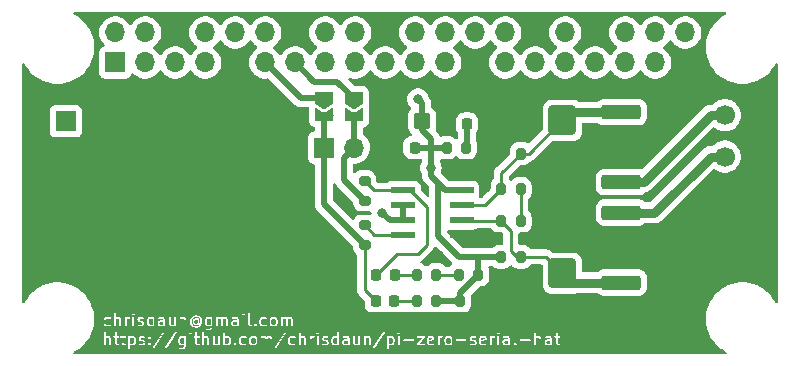
<source format=gbr>
G04 #@! TF.GenerationSoftware,KiCad,Pcbnew,8.0.6*
G04 #@! TF.CreationDate,2024-11-11T12:49:32-08:00*
G04 #@! TF.ProjectId,pi-zero-serial-hat,70692d7a-6572-46f2-9d73-657269616c2d,1.0*
G04 #@! TF.SameCoordinates,Original*
G04 #@! TF.FileFunction,Copper,L1,Top*
G04 #@! TF.FilePolarity,Positive*
%FSLAX46Y46*%
G04 Gerber Fmt 4.6, Leading zero omitted, Abs format (unit mm)*
G04 Created by KiCad (PCBNEW 8.0.6) date 2024-11-11 12:49:32*
%MOMM*%
%LPD*%
G01*
G04 APERTURE LIST*
G04 Aperture macros list*
%AMRoundRect*
0 Rectangle with rounded corners*
0 $1 Rounding radius*
0 $2 $3 $4 $5 $6 $7 $8 $9 X,Y pos of 4 corners*
0 Add a 4 corners polygon primitive as box body*
4,1,4,$2,$3,$4,$5,$6,$7,$8,$9,$2,$3,0*
0 Add four circle primitives for the rounded corners*
1,1,$1+$1,$2,$3*
1,1,$1+$1,$4,$5*
1,1,$1+$1,$6,$7*
1,1,$1+$1,$8,$9*
0 Add four rect primitives between the rounded corners*
20,1,$1+$1,$2,$3,$4,$5,0*
20,1,$1+$1,$4,$5,$6,$7,0*
20,1,$1+$1,$6,$7,$8,$9,0*
20,1,$1+$1,$8,$9,$2,$3,0*%
%AMFreePoly0*
4,1,6,1.000000,0.000000,0.500000,-0.750000,-0.500000,-0.750000,-0.500000,0.750000,0.500000,0.750000,1.000000,0.000000,1.000000,0.000000,$1*%
%AMFreePoly1*
4,1,6,0.500000,-0.750000,-0.650000,-0.750000,-0.150000,0.000000,-0.650000,0.750000,0.500000,0.750000,0.500000,-0.750000,0.500000,-0.750000,$1*%
G04 Aperture macros list end*
%ADD10C,0.150000*%
G04 #@! TA.AperFunction,ComponentPad*
%ADD11R,1.700000X1.700000*%
G04 #@! TD*
G04 #@! TA.AperFunction,ComponentPad*
%ADD12O,1.700000X1.700000*%
G04 #@! TD*
G04 #@! TA.AperFunction,SMDPad,CuDef*
%ADD13RoundRect,0.200000X-0.200000X-0.275000X0.200000X-0.275000X0.200000X0.275000X-0.200000X0.275000X0*%
G04 #@! TD*
G04 #@! TA.AperFunction,SMDPad,CuDef*
%ADD14FreePoly0,270.000000*%
G04 #@! TD*
G04 #@! TA.AperFunction,SMDPad,CuDef*
%ADD15FreePoly1,270.000000*%
G04 #@! TD*
G04 #@! TA.AperFunction,SMDPad,CuDef*
%ADD16RoundRect,0.250000X0.450000X0.425000X-0.450000X0.425000X-0.450000X-0.425000X0.450000X-0.425000X0*%
G04 #@! TD*
G04 #@! TA.AperFunction,SMDPad,CuDef*
%ADD17RoundRect,0.250000X0.900000X-1.000000X0.900000X1.000000X-0.900000X1.000000X-0.900000X-1.000000X0*%
G04 #@! TD*
G04 #@! TA.AperFunction,SMDPad,CuDef*
%ADD18RoundRect,0.218750X-0.218750X-0.256250X0.218750X-0.256250X0.218750X0.256250X-0.218750X0.256250X0*%
G04 #@! TD*
G04 #@! TA.AperFunction,SMDPad,CuDef*
%ADD19RoundRect,0.250000X-1.425000X0.362500X-1.425000X-0.362500X1.425000X-0.362500X1.425000X0.362500X0*%
G04 #@! TD*
G04 #@! TA.AperFunction,SMDPad,CuDef*
%ADD20RoundRect,0.250000X1.425000X-0.362500X1.425000X0.362500X-1.425000X0.362500X-1.425000X-0.362500X0*%
G04 #@! TD*
G04 #@! TA.AperFunction,SMDPad,CuDef*
%ADD21RoundRect,0.200000X0.275000X-0.200000X0.275000X0.200000X-0.275000X0.200000X-0.275000X-0.200000X0*%
G04 #@! TD*
G04 #@! TA.AperFunction,SMDPad,CuDef*
%ADD22RoundRect,0.250000X-0.900000X1.000000X-0.900000X-1.000000X0.900000X-1.000000X0.900000X1.000000X0*%
G04 #@! TD*
G04 #@! TA.AperFunction,SMDPad,CuDef*
%ADD23RoundRect,0.218750X0.218750X0.256250X-0.218750X0.256250X-0.218750X-0.256250X0.218750X-0.256250X0*%
G04 #@! TD*
G04 #@! TA.AperFunction,SMDPad,CuDef*
%ADD24RoundRect,0.073750X-0.911250X-0.221250X0.911250X-0.221250X0.911250X0.221250X-0.911250X0.221250X0*%
G04 #@! TD*
G04 #@! TA.AperFunction,ComponentPad*
%ADD25C,1.700000*%
G04 #@! TD*
G04 #@! TA.AperFunction,SMDPad,CuDef*
%ADD26RoundRect,0.225000X0.225000X0.250000X-0.225000X0.250000X-0.225000X-0.250000X0.225000X-0.250000X0*%
G04 #@! TD*
G04 #@! TA.AperFunction,ViaPad*
%ADD27C,0.800000*%
G04 #@! TD*
G04 #@! TA.AperFunction,Conductor*
%ADD28C,0.500000*%
G04 #@! TD*
G04 #@! TA.AperFunction,Conductor*
%ADD29C,0.250000*%
G04 #@! TD*
G04 #@! TA.AperFunction,Conductor*
%ADD30C,0.750000*%
G04 #@! TD*
G04 APERTURE END LIST*
D10*
G36*
X131755684Y-119165123D02*
G01*
X131755684Y-119643847D01*
X131717741Y-119662819D01*
X131562675Y-119662819D01*
X131494159Y-119628561D01*
X131463752Y-119598153D01*
X131429494Y-119529637D01*
X131429494Y-119279333D01*
X131463752Y-119210817D01*
X131494159Y-119180410D01*
X131562675Y-119146152D01*
X131717741Y-119146152D01*
X131755684Y-119165123D01*
G37*
G36*
X127452924Y-119180410D02*
G01*
X127483331Y-119210817D01*
X127517589Y-119279333D01*
X127517589Y-119529637D01*
X127483330Y-119598153D01*
X127452923Y-119628561D01*
X127384408Y-119662819D01*
X127229342Y-119662819D01*
X127191399Y-119643847D01*
X127191399Y-119165123D01*
X127229342Y-119146152D01*
X127384408Y-119146152D01*
X127452924Y-119180410D01*
G37*
G36*
X149357686Y-119180410D02*
G01*
X149388093Y-119210817D01*
X149422351Y-119279333D01*
X149422351Y-119529637D01*
X149388092Y-119598153D01*
X149357685Y-119628561D01*
X149289170Y-119662819D01*
X149134104Y-119662819D01*
X149096161Y-119643847D01*
X149096161Y-119165123D01*
X149134104Y-119146152D01*
X149289170Y-119146152D01*
X149357686Y-119180410D01*
G37*
G36*
X135500543Y-119180410D02*
G01*
X135530950Y-119210817D01*
X135565208Y-119279333D01*
X135565208Y-119529637D01*
X135530949Y-119598153D01*
X135500542Y-119628561D01*
X135432027Y-119662819D01*
X135276961Y-119662819D01*
X135239018Y-119643847D01*
X135239018Y-119165123D01*
X135276961Y-119146152D01*
X135432027Y-119146152D01*
X135500543Y-119180410D01*
G37*
G36*
X137738638Y-119180410D02*
G01*
X137769045Y-119210817D01*
X137803303Y-119279333D01*
X137803303Y-119529637D01*
X137769044Y-119598153D01*
X137738637Y-119628561D01*
X137670122Y-119662819D01*
X137562675Y-119662819D01*
X137494159Y-119628561D01*
X137463752Y-119598153D01*
X137429494Y-119529637D01*
X137429494Y-119279333D01*
X137463752Y-119210817D01*
X137494159Y-119180410D01*
X137562675Y-119146152D01*
X137670122Y-119146152D01*
X137738638Y-119180410D01*
G37*
G36*
X144708065Y-119165123D02*
G01*
X144708065Y-119643847D01*
X144670122Y-119662819D01*
X144515056Y-119662819D01*
X144446540Y-119628561D01*
X144416133Y-119598153D01*
X144381875Y-119529637D01*
X144381875Y-119279333D01*
X144416133Y-119210817D01*
X144446540Y-119180410D01*
X144515056Y-119146152D01*
X144670122Y-119146152D01*
X144708065Y-119165123D01*
G37*
G36*
X145612827Y-119643847D02*
G01*
X145574884Y-119662819D01*
X145372199Y-119662819D01*
X145315157Y-119634298D01*
X145286637Y-119577256D01*
X145286637Y-119517428D01*
X145315157Y-119460386D01*
X145372199Y-119431866D01*
X145592589Y-119431866D01*
X145607221Y-119430425D01*
X145609710Y-119429393D01*
X145612398Y-119429203D01*
X145612827Y-119429038D01*
X145612827Y-119643847D01*
G37*
G36*
X152774782Y-119174672D02*
G01*
X152803303Y-119231714D01*
X152803303Y-119247762D01*
X152477113Y-119312999D01*
X152477113Y-119231714D01*
X152505633Y-119174672D01*
X152562675Y-119146152D01*
X152717741Y-119146152D01*
X152774782Y-119174672D01*
G37*
G36*
X154262448Y-119180410D02*
G01*
X154292855Y-119210817D01*
X154327113Y-119279333D01*
X154327113Y-119529637D01*
X154292854Y-119598153D01*
X154262447Y-119628561D01*
X154193932Y-119662819D01*
X154086485Y-119662819D01*
X154017969Y-119628561D01*
X153987562Y-119598153D01*
X153953304Y-119529637D01*
X153953304Y-119279333D01*
X153987562Y-119210817D01*
X154017969Y-119180410D01*
X154086485Y-119146152D01*
X154193932Y-119146152D01*
X154262448Y-119180410D01*
G37*
G36*
X157203354Y-119174672D02*
G01*
X157231875Y-119231714D01*
X157231875Y-119247762D01*
X156905685Y-119312999D01*
X156905685Y-119231714D01*
X156934205Y-119174672D01*
X156991247Y-119146152D01*
X157146313Y-119146152D01*
X157203354Y-119174672D01*
G37*
G36*
X159184256Y-119643847D02*
G01*
X159146313Y-119662819D01*
X158943628Y-119662819D01*
X158886586Y-119634298D01*
X158858066Y-119577256D01*
X158858066Y-119517428D01*
X158886586Y-119460386D01*
X158943628Y-119431866D01*
X159164018Y-119431866D01*
X159178650Y-119430425D01*
X159181139Y-119429393D01*
X159183827Y-119429203D01*
X159184256Y-119429038D01*
X159184256Y-119643847D01*
G37*
G36*
X162755685Y-119643847D02*
G01*
X162717742Y-119662819D01*
X162515057Y-119662819D01*
X162458015Y-119634298D01*
X162429495Y-119577256D01*
X162429495Y-119517428D01*
X162458015Y-119460386D01*
X162515057Y-119431866D01*
X162735447Y-119431866D01*
X162750079Y-119430425D01*
X162752568Y-119429393D01*
X162755256Y-119429203D01*
X162755685Y-119429038D01*
X162755685Y-119643847D01*
G37*
G36*
X133993779Y-117555179D02*
G01*
X133993779Y-118033903D01*
X133955836Y-118052875D01*
X133800770Y-118052875D01*
X133732254Y-118018617D01*
X133701847Y-117988209D01*
X133667589Y-117919693D01*
X133667589Y-117669389D01*
X133701847Y-117600873D01*
X133732254Y-117570466D01*
X133800770Y-117536208D01*
X133955836Y-117536208D01*
X133993779Y-117555179D01*
G37*
G36*
X132881495Y-117665704D02*
G01*
X132898541Y-117682750D01*
X132898541Y-117906332D01*
X132881495Y-117923378D01*
X132812979Y-117957636D01*
X132753151Y-117957636D01*
X132684635Y-117923378D01*
X132654228Y-117892971D01*
X132619970Y-117824455D01*
X132619970Y-117764627D01*
X132654228Y-117696111D01*
X132684635Y-117665704D01*
X132753151Y-117631446D01*
X132812979Y-117631446D01*
X132881495Y-117665704D01*
G37*
G36*
X129089017Y-117555179D02*
G01*
X129089017Y-118033903D01*
X129051074Y-118052875D01*
X128896008Y-118052875D01*
X128827492Y-118018617D01*
X128797085Y-117988209D01*
X128762827Y-117919693D01*
X128762827Y-117669389D01*
X128797085Y-117600873D01*
X128827492Y-117570466D01*
X128896008Y-117536208D01*
X129051074Y-117536208D01*
X129089017Y-117555179D01*
G37*
G36*
X129993779Y-118033903D02*
G01*
X129955836Y-118052875D01*
X129753151Y-118052875D01*
X129696109Y-118024354D01*
X129667589Y-117967312D01*
X129667589Y-117907484D01*
X129696109Y-117850442D01*
X129753151Y-117821922D01*
X129973541Y-117821922D01*
X129988173Y-117820481D01*
X129990662Y-117819449D01*
X129993350Y-117819259D01*
X129993779Y-117819094D01*
X129993779Y-118033903D01*
G37*
G36*
X136231874Y-118033903D02*
G01*
X136193931Y-118052875D01*
X135991246Y-118052875D01*
X135934204Y-118024354D01*
X135905684Y-117967312D01*
X135905684Y-117907484D01*
X135934204Y-117850442D01*
X135991246Y-117821922D01*
X136211636Y-117821922D01*
X136226268Y-117820481D01*
X136228757Y-117819449D01*
X136231445Y-117819259D01*
X136231874Y-117819094D01*
X136231874Y-118033903D01*
G37*
G36*
X139452923Y-117570466D02*
G01*
X139483330Y-117600873D01*
X139517588Y-117669389D01*
X139517588Y-117919693D01*
X139483329Y-117988209D01*
X139452922Y-118018617D01*
X139384407Y-118052875D01*
X139276960Y-118052875D01*
X139208444Y-118018617D01*
X139178037Y-117988209D01*
X139143779Y-117919693D01*
X139143779Y-117669389D01*
X139178037Y-117600873D01*
X139208444Y-117570466D01*
X139276960Y-117536208D01*
X139384407Y-117536208D01*
X139452923Y-117570466D01*
G37*
G36*
X163729641Y-120257263D02*
G01*
X124835049Y-120257263D01*
X124835049Y-118737819D01*
X124993779Y-118737819D01*
X124993779Y-119737819D01*
X124995220Y-119752451D01*
X125006419Y-119779487D01*
X125027111Y-119800179D01*
X125054147Y-119811378D01*
X125083411Y-119811378D01*
X125110447Y-119800179D01*
X125131139Y-119779487D01*
X125142338Y-119752451D01*
X125143779Y-119737819D01*
X125143779Y-119197456D01*
X125160825Y-119180410D01*
X125229341Y-119146152D01*
X125336788Y-119146152D01*
X125393829Y-119174672D01*
X125422350Y-119231714D01*
X125422350Y-119737819D01*
X125423791Y-119752451D01*
X125434990Y-119779487D01*
X125455682Y-119800179D01*
X125482718Y-119811378D01*
X125511982Y-119811378D01*
X125539018Y-119800179D01*
X125559710Y-119779487D01*
X125570909Y-119752451D01*
X125572350Y-119737819D01*
X125572350Y-119214009D01*
X125570909Y-119199377D01*
X125569878Y-119196888D01*
X125569687Y-119194199D01*
X125564432Y-119180468D01*
X125516813Y-119085230D01*
X125515272Y-119082782D01*
X125514888Y-119081629D01*
X125513642Y-119080192D01*
X125508981Y-119072787D01*
X125501876Y-119066625D01*
X125495715Y-119059521D01*
X125490948Y-119056520D01*
X125757125Y-119056520D01*
X125757125Y-119085784D01*
X125768324Y-119112820D01*
X125789016Y-119133512D01*
X125816052Y-119144711D01*
X125830684Y-119146152D01*
X125898541Y-119146152D01*
X125898541Y-119594961D01*
X125899982Y-119609593D01*
X125901013Y-119612082D01*
X125901204Y-119614770D01*
X125906459Y-119628502D01*
X125954078Y-119723741D01*
X125955618Y-119726187D01*
X125956003Y-119727342D01*
X125957249Y-119728779D01*
X125961910Y-119736183D01*
X125969012Y-119742342D01*
X125975176Y-119749450D01*
X125982581Y-119754111D01*
X125984018Y-119755357D01*
X125985171Y-119755741D01*
X125987619Y-119757282D01*
X126082857Y-119804901D01*
X126096588Y-119810156D01*
X126099277Y-119810347D01*
X126101766Y-119811378D01*
X126116398Y-119812819D01*
X126211636Y-119812819D01*
X126226268Y-119811378D01*
X126253304Y-119800179D01*
X126273996Y-119779487D01*
X126285195Y-119752451D01*
X126285195Y-119723187D01*
X126273996Y-119696151D01*
X126253304Y-119675459D01*
X126226268Y-119664260D01*
X126211636Y-119662819D01*
X126134103Y-119662819D01*
X126077061Y-119634298D01*
X126048541Y-119577256D01*
X126048541Y-119146152D01*
X126211636Y-119146152D01*
X126226268Y-119144711D01*
X126253304Y-119133512D01*
X126273996Y-119112820D01*
X126285195Y-119085784D01*
X126285195Y-119056520D01*
X126328554Y-119056520D01*
X126328554Y-119085784D01*
X126339753Y-119112820D01*
X126360445Y-119133512D01*
X126387481Y-119144711D01*
X126402113Y-119146152D01*
X126469970Y-119146152D01*
X126469970Y-119594961D01*
X126471411Y-119609593D01*
X126472442Y-119612082D01*
X126472633Y-119614770D01*
X126477888Y-119628502D01*
X126525507Y-119723741D01*
X126527047Y-119726187D01*
X126527432Y-119727342D01*
X126528678Y-119728779D01*
X126533339Y-119736183D01*
X126540441Y-119742342D01*
X126546605Y-119749450D01*
X126554010Y-119754111D01*
X126555447Y-119755357D01*
X126556600Y-119755741D01*
X126559048Y-119757282D01*
X126654286Y-119804901D01*
X126668017Y-119810156D01*
X126670706Y-119810347D01*
X126673195Y-119811378D01*
X126687827Y-119812819D01*
X126783065Y-119812819D01*
X126797697Y-119811378D01*
X126824733Y-119800179D01*
X126845425Y-119779487D01*
X126856624Y-119752451D01*
X126856624Y-119723187D01*
X126845425Y-119696151D01*
X126824733Y-119675459D01*
X126797697Y-119664260D01*
X126783065Y-119662819D01*
X126705532Y-119662819D01*
X126648490Y-119634298D01*
X126619970Y-119577256D01*
X126619970Y-119146152D01*
X126783065Y-119146152D01*
X126797697Y-119144711D01*
X126824733Y-119133512D01*
X126845425Y-119112820D01*
X126856624Y-119085784D01*
X126856624Y-119071152D01*
X127041399Y-119071152D01*
X127041399Y-120071152D01*
X127042840Y-120085784D01*
X127054039Y-120112820D01*
X127074731Y-120133512D01*
X127101767Y-120144711D01*
X127131031Y-120144711D01*
X127158067Y-120133512D01*
X127178759Y-120112820D01*
X127189958Y-120085784D01*
X127191399Y-120071152D01*
X127191399Y-119975993D01*
X129089018Y-119975993D01*
X129094757Y-120004687D01*
X129111040Y-120029002D01*
X129135389Y-120045235D01*
X129164097Y-120050914D01*
X129192791Y-120045175D01*
X129217106Y-120028892D01*
X129226422Y-120017516D01*
X129254104Y-119975993D01*
X130136637Y-119975993D01*
X130142376Y-120004687D01*
X130158659Y-120029002D01*
X130183008Y-120045235D01*
X130211716Y-120050914D01*
X130240410Y-120045175D01*
X130264725Y-120028892D01*
X130274041Y-120017516D01*
X130777966Y-119261628D01*
X131279494Y-119261628D01*
X131279494Y-119547342D01*
X131280935Y-119561974D01*
X131281966Y-119564463D01*
X131282157Y-119567151D01*
X131287412Y-119580883D01*
X131335031Y-119676121D01*
X131338994Y-119682417D01*
X131339752Y-119684247D01*
X131341441Y-119686305D01*
X131342863Y-119688564D01*
X131344361Y-119689863D01*
X131349079Y-119695612D01*
X131396698Y-119743232D01*
X131402447Y-119747950D01*
X131403748Y-119749450D01*
X131406007Y-119750872D01*
X131408064Y-119752560D01*
X131409891Y-119753317D01*
X131416191Y-119757282D01*
X131511429Y-119804901D01*
X131525160Y-119810156D01*
X131527849Y-119810347D01*
X131530338Y-119811378D01*
X131544970Y-119812819D01*
X131735446Y-119812819D01*
X131750078Y-119811378D01*
X131752567Y-119810346D01*
X131755255Y-119810156D01*
X131755684Y-119809991D01*
X131755684Y-119862971D01*
X131721426Y-119931487D01*
X131691019Y-119961894D01*
X131622503Y-119996152D01*
X131515056Y-119996152D01*
X131435654Y-119956451D01*
X131421922Y-119951196D01*
X131392732Y-119949122D01*
X131364971Y-119958376D01*
X131342863Y-119977549D01*
X131329776Y-120003724D01*
X131327702Y-120032914D01*
X131336956Y-120060675D01*
X131356129Y-120082783D01*
X131368572Y-120090615D01*
X131463810Y-120138234D01*
X131477541Y-120143489D01*
X131480230Y-120143680D01*
X131482719Y-120144711D01*
X131497351Y-120146152D01*
X131640208Y-120146152D01*
X131654840Y-120144711D01*
X131657329Y-120143679D01*
X131660017Y-120143489D01*
X131673749Y-120138234D01*
X131768987Y-120090615D01*
X131775286Y-120086650D01*
X131777114Y-120085893D01*
X131779170Y-120084204D01*
X131781430Y-120082783D01*
X131782729Y-120081284D01*
X131788479Y-120076566D01*
X131836098Y-120028947D01*
X131840816Y-120023197D01*
X131842315Y-120021898D01*
X131843736Y-120019638D01*
X131845425Y-120017582D01*
X131846182Y-120015754D01*
X131850147Y-120009455D01*
X131866878Y-119975993D01*
X139422351Y-119975993D01*
X139428090Y-120004687D01*
X139444373Y-120029002D01*
X139468722Y-120045235D01*
X139497430Y-120050914D01*
X139526124Y-120045175D01*
X139550439Y-120028892D01*
X139559755Y-120017516D01*
X139587437Y-119975993D01*
X147755685Y-119975993D01*
X147761424Y-120004687D01*
X147777707Y-120029002D01*
X147802056Y-120045235D01*
X147830764Y-120050914D01*
X147859458Y-120045175D01*
X147883773Y-120028892D01*
X147893089Y-120017516D01*
X148523998Y-119071152D01*
X148946161Y-119071152D01*
X148946161Y-120071152D01*
X148947602Y-120085784D01*
X148958801Y-120112820D01*
X148979493Y-120133512D01*
X149006529Y-120144711D01*
X149035793Y-120144711D01*
X149062829Y-120133512D01*
X149083521Y-120112820D01*
X149094720Y-120085784D01*
X149096161Y-120071152D01*
X149096161Y-119809992D01*
X149096589Y-119810156D01*
X149099278Y-119810347D01*
X149101767Y-119811378D01*
X149116399Y-119812819D01*
X149306875Y-119812819D01*
X149321507Y-119811378D01*
X149323996Y-119810346D01*
X149326684Y-119810156D01*
X149340416Y-119804901D01*
X149435654Y-119757282D01*
X149441953Y-119753317D01*
X149443781Y-119752560D01*
X149445837Y-119750872D01*
X149448097Y-119749450D01*
X149449397Y-119747950D01*
X149455147Y-119743232D01*
X149502765Y-119695613D01*
X149507483Y-119689863D01*
X149508982Y-119688564D01*
X149510403Y-119686305D01*
X149512093Y-119684247D01*
X149512850Y-119682417D01*
X149516814Y-119676121D01*
X149564433Y-119580883D01*
X149569688Y-119567152D01*
X149569879Y-119564462D01*
X149570910Y-119561974D01*
X149572351Y-119547342D01*
X149572351Y-119261628D01*
X149570910Y-119246996D01*
X149569879Y-119244507D01*
X149569688Y-119241818D01*
X149564433Y-119228087D01*
X149516814Y-119132849D01*
X149512849Y-119126549D01*
X149512092Y-119124722D01*
X149510403Y-119122665D01*
X149508982Y-119120406D01*
X149507483Y-119119106D01*
X149502765Y-119113357D01*
X149460560Y-119071152D01*
X149850923Y-119071152D01*
X149850923Y-119737819D01*
X149852364Y-119752451D01*
X149863563Y-119779487D01*
X149884255Y-119800179D01*
X149911291Y-119811378D01*
X149940555Y-119811378D01*
X149967591Y-119800179D01*
X149988283Y-119779487D01*
X149999482Y-119752451D01*
X150000923Y-119737819D01*
X150000923Y-119732056D01*
X151470192Y-119732056D01*
X151471411Y-119742215D01*
X151471411Y-119752451D01*
X151473139Y-119756624D01*
X151473678Y-119761110D01*
X151478693Y-119770033D01*
X151482610Y-119779487D01*
X151485803Y-119782680D01*
X151488018Y-119786620D01*
X151496067Y-119792944D01*
X151503302Y-119800179D01*
X151507474Y-119801907D01*
X151511029Y-119804700D01*
X151520883Y-119807461D01*
X151530338Y-119811378D01*
X151537305Y-119812064D01*
X151539207Y-119812597D01*
X151540788Y-119812407D01*
X151544970Y-119812819D01*
X152068779Y-119812819D01*
X152083411Y-119811378D01*
X152110447Y-119800179D01*
X152131139Y-119779487D01*
X152142338Y-119752451D01*
X152142338Y-119723187D01*
X152131139Y-119696151D01*
X152110447Y-119675459D01*
X152083411Y-119664260D01*
X152068779Y-119662819D01*
X151699280Y-119662819D01*
X152051916Y-119214009D01*
X152327113Y-119214009D01*
X152327113Y-119594961D01*
X152328554Y-119609593D01*
X152329585Y-119612082D01*
X152329776Y-119614770D01*
X152335031Y-119628502D01*
X152382650Y-119723741D01*
X152384190Y-119726187D01*
X152384575Y-119727342D01*
X152385821Y-119728779D01*
X152390482Y-119736183D01*
X152397584Y-119742342D01*
X152403748Y-119749450D01*
X152411153Y-119754111D01*
X152412590Y-119755357D01*
X152413743Y-119755741D01*
X152416191Y-119757282D01*
X152511429Y-119804901D01*
X152525160Y-119810156D01*
X152527849Y-119810347D01*
X152530338Y-119811378D01*
X152544970Y-119812819D01*
X152735446Y-119812819D01*
X152750078Y-119811378D01*
X152752567Y-119810346D01*
X152755255Y-119810156D01*
X152768987Y-119804901D01*
X152864225Y-119757282D01*
X152876668Y-119749450D01*
X152895841Y-119727342D01*
X152905095Y-119699581D01*
X152903021Y-119670391D01*
X152889933Y-119644216D01*
X152867826Y-119625043D01*
X152840064Y-119615789D01*
X152810874Y-119617863D01*
X152797143Y-119623118D01*
X152717741Y-119662819D01*
X152562675Y-119662819D01*
X152505633Y-119634298D01*
X152477113Y-119577256D01*
X152477113Y-119465970D01*
X152893011Y-119382791D01*
X152907077Y-119378508D01*
X152913182Y-119374419D01*
X152919971Y-119371607D01*
X152925223Y-119366354D01*
X152931391Y-119362224D01*
X152935465Y-119356113D01*
X152940663Y-119350915D01*
X152943506Y-119344051D01*
X152947623Y-119337876D01*
X152949048Y-119330670D01*
X152951862Y-119323879D01*
X152953303Y-119309247D01*
X152953303Y-119214009D01*
X152951862Y-119199377D01*
X152950831Y-119196888D01*
X152950640Y-119194199D01*
X152945385Y-119180468D01*
X152897766Y-119085230D01*
X152896225Y-119082782D01*
X152895841Y-119081629D01*
X152894595Y-119080192D01*
X152889934Y-119072787D01*
X152888049Y-119071152D01*
X153231875Y-119071152D01*
X153231875Y-119737819D01*
X153233316Y-119752451D01*
X153244515Y-119779487D01*
X153265207Y-119800179D01*
X153292243Y-119811378D01*
X153321507Y-119811378D01*
X153348543Y-119800179D01*
X153369235Y-119779487D01*
X153380434Y-119752451D01*
X153381875Y-119737819D01*
X153381875Y-119279333D01*
X153390728Y-119261628D01*
X153803304Y-119261628D01*
X153803304Y-119547342D01*
X153804745Y-119561974D01*
X153805776Y-119564463D01*
X153805967Y-119567151D01*
X153811222Y-119580883D01*
X153858841Y-119676121D01*
X153862804Y-119682417D01*
X153863562Y-119684247D01*
X153865251Y-119686305D01*
X153866673Y-119688564D01*
X153868171Y-119689863D01*
X153872889Y-119695612D01*
X153920508Y-119743232D01*
X153926257Y-119747950D01*
X153927558Y-119749450D01*
X153929817Y-119750872D01*
X153931874Y-119752560D01*
X153933701Y-119753317D01*
X153940001Y-119757282D01*
X154035239Y-119804901D01*
X154048970Y-119810156D01*
X154051659Y-119810347D01*
X154054148Y-119811378D01*
X154068780Y-119812819D01*
X154211637Y-119812819D01*
X154226269Y-119811378D01*
X154228758Y-119810346D01*
X154231446Y-119810156D01*
X154245178Y-119804901D01*
X154340416Y-119757282D01*
X154346715Y-119753317D01*
X154348543Y-119752560D01*
X154350599Y-119750872D01*
X154352859Y-119749450D01*
X154354159Y-119747950D01*
X154359909Y-119743232D01*
X154407527Y-119695613D01*
X154412245Y-119689863D01*
X154413744Y-119688564D01*
X154415165Y-119686305D01*
X154416855Y-119684247D01*
X154417612Y-119682417D01*
X154421576Y-119676121D01*
X154469195Y-119580883D01*
X154474450Y-119567152D01*
X154474641Y-119564462D01*
X154475672Y-119561974D01*
X154477113Y-119547342D01*
X154477113Y-119342234D01*
X154757126Y-119342234D01*
X154757126Y-119371498D01*
X154768325Y-119398534D01*
X154789017Y-119419226D01*
X154816053Y-119430425D01*
X154830685Y-119431866D01*
X155592590Y-119431866D01*
X155607222Y-119430425D01*
X155634258Y-119419226D01*
X155654950Y-119398534D01*
X155666149Y-119371498D01*
X155666149Y-119342234D01*
X155654950Y-119315198D01*
X155634258Y-119294506D01*
X155607222Y-119283307D01*
X155592590Y-119281866D01*
X154830685Y-119281866D01*
X154816053Y-119283307D01*
X154789017Y-119294506D01*
X154768325Y-119315198D01*
X154757126Y-119342234D01*
X154477113Y-119342234D01*
X154477113Y-119261628D01*
X154475672Y-119246996D01*
X154474641Y-119244507D01*
X154474450Y-119241818D01*
X154469195Y-119228087D01*
X154462156Y-119214009D01*
X155946161Y-119214009D01*
X155946161Y-119261628D01*
X155947602Y-119276260D01*
X155948633Y-119278749D01*
X155948824Y-119281437D01*
X155954079Y-119295169D01*
X156001698Y-119390407D01*
X156003238Y-119392854D01*
X156003623Y-119394008D01*
X156004868Y-119395444D01*
X156009530Y-119402850D01*
X156016634Y-119409011D01*
X156022796Y-119416116D01*
X156030201Y-119420777D01*
X156031638Y-119422023D01*
X156032791Y-119422407D01*
X156035239Y-119423948D01*
X156130477Y-119471567D01*
X156144208Y-119476822D01*
X156146897Y-119477013D01*
X156149386Y-119478044D01*
X156164018Y-119479485D01*
X156289170Y-119479485D01*
X156346211Y-119508005D01*
X156374732Y-119565047D01*
X156374732Y-119577256D01*
X156346211Y-119634298D01*
X156289170Y-119662819D01*
X156134104Y-119662819D01*
X156054702Y-119623118D01*
X156040970Y-119617863D01*
X156011780Y-119615789D01*
X155984019Y-119625043D01*
X155961911Y-119644216D01*
X155948824Y-119670391D01*
X155946750Y-119699581D01*
X155956004Y-119727342D01*
X155975177Y-119749450D01*
X155987620Y-119757282D01*
X156082858Y-119804901D01*
X156096589Y-119810156D01*
X156099278Y-119810347D01*
X156101767Y-119811378D01*
X156116399Y-119812819D01*
X156306875Y-119812819D01*
X156321507Y-119811378D01*
X156323996Y-119810346D01*
X156326684Y-119810156D01*
X156340416Y-119804901D01*
X156435654Y-119757282D01*
X156438101Y-119755741D01*
X156439255Y-119755357D01*
X156440691Y-119754111D01*
X156448097Y-119749450D01*
X156454258Y-119742345D01*
X156461363Y-119736184D01*
X156466024Y-119728778D01*
X156467270Y-119727342D01*
X156467654Y-119726188D01*
X156469195Y-119723741D01*
X156516814Y-119628502D01*
X156522069Y-119614770D01*
X156522259Y-119612082D01*
X156523291Y-119609593D01*
X156524732Y-119594961D01*
X156524732Y-119547342D01*
X156523291Y-119532710D01*
X156522260Y-119530221D01*
X156522069Y-119527532D01*
X156516814Y-119513801D01*
X156469195Y-119418563D01*
X156467654Y-119416115D01*
X156467270Y-119414962D01*
X156466024Y-119413525D01*
X156461363Y-119406120D01*
X156454258Y-119399958D01*
X156448097Y-119392854D01*
X156440691Y-119388192D01*
X156439255Y-119386947D01*
X156438101Y-119386562D01*
X156435654Y-119385022D01*
X156340416Y-119337403D01*
X156326684Y-119332148D01*
X156323996Y-119331957D01*
X156321507Y-119330926D01*
X156306875Y-119329485D01*
X156181723Y-119329485D01*
X156124681Y-119300964D01*
X156096161Y-119243923D01*
X156096161Y-119231714D01*
X156105013Y-119214009D01*
X156755685Y-119214009D01*
X156755685Y-119594961D01*
X156757126Y-119609593D01*
X156758157Y-119612082D01*
X156758348Y-119614770D01*
X156763603Y-119628502D01*
X156811222Y-119723741D01*
X156812762Y-119726187D01*
X156813147Y-119727342D01*
X156814393Y-119728779D01*
X156819054Y-119736183D01*
X156826156Y-119742342D01*
X156832320Y-119749450D01*
X156839725Y-119754111D01*
X156841162Y-119755357D01*
X156842315Y-119755741D01*
X156844763Y-119757282D01*
X156940001Y-119804901D01*
X156953732Y-119810156D01*
X156956421Y-119810347D01*
X156958910Y-119811378D01*
X156973542Y-119812819D01*
X157164018Y-119812819D01*
X157178650Y-119811378D01*
X157181139Y-119810346D01*
X157183827Y-119810156D01*
X157197559Y-119804901D01*
X157292797Y-119757282D01*
X157305240Y-119749450D01*
X157324413Y-119727342D01*
X157333667Y-119699581D01*
X157331593Y-119670391D01*
X157318505Y-119644216D01*
X157296398Y-119625043D01*
X157268636Y-119615789D01*
X157239446Y-119617863D01*
X157225715Y-119623118D01*
X157146313Y-119662819D01*
X156991247Y-119662819D01*
X156934205Y-119634298D01*
X156905685Y-119577256D01*
X156905685Y-119465970D01*
X157321583Y-119382791D01*
X157335649Y-119378508D01*
X157341754Y-119374419D01*
X157348543Y-119371607D01*
X157353795Y-119366354D01*
X157359963Y-119362224D01*
X157364037Y-119356113D01*
X157369235Y-119350915D01*
X157372078Y-119344051D01*
X157376195Y-119337876D01*
X157377620Y-119330670D01*
X157380434Y-119323879D01*
X157381875Y-119309247D01*
X157381875Y-119214009D01*
X157380434Y-119199377D01*
X157379403Y-119196888D01*
X157379212Y-119194199D01*
X157373957Y-119180468D01*
X157326338Y-119085230D01*
X157324797Y-119082782D01*
X157324413Y-119081629D01*
X157323167Y-119080192D01*
X157318506Y-119072787D01*
X157316621Y-119071152D01*
X157660447Y-119071152D01*
X157660447Y-119737819D01*
X157661888Y-119752451D01*
X157673087Y-119779487D01*
X157693779Y-119800179D01*
X157720815Y-119811378D01*
X157750079Y-119811378D01*
X157777115Y-119800179D01*
X157797807Y-119779487D01*
X157809006Y-119752451D01*
X157810447Y-119737819D01*
X157810447Y-119279333D01*
X157844705Y-119210817D01*
X157875112Y-119180410D01*
X157943628Y-119146152D01*
X158021161Y-119146152D01*
X158035793Y-119144711D01*
X158062829Y-119133512D01*
X158083521Y-119112820D01*
X158094720Y-119085784D01*
X158094720Y-119071152D01*
X158279495Y-119071152D01*
X158279495Y-119737819D01*
X158280936Y-119752451D01*
X158292135Y-119779487D01*
X158312827Y-119800179D01*
X158339863Y-119811378D01*
X158369127Y-119811378D01*
X158396163Y-119800179D01*
X158416855Y-119779487D01*
X158428054Y-119752451D01*
X158429495Y-119737819D01*
X158429495Y-119499723D01*
X158708066Y-119499723D01*
X158708066Y-119594961D01*
X158709507Y-119609593D01*
X158710538Y-119612082D01*
X158710729Y-119614770D01*
X158715984Y-119628502D01*
X158763603Y-119723741D01*
X158765143Y-119726187D01*
X158765528Y-119727342D01*
X158766774Y-119728779D01*
X158771435Y-119736183D01*
X158778537Y-119742342D01*
X158784701Y-119749450D01*
X158792106Y-119754111D01*
X158793543Y-119755357D01*
X158794696Y-119755741D01*
X158797144Y-119757282D01*
X158892382Y-119804901D01*
X158906113Y-119810156D01*
X158908802Y-119810347D01*
X158911291Y-119811378D01*
X158925923Y-119812819D01*
X159164018Y-119812819D01*
X159178650Y-119811378D01*
X159181139Y-119810346D01*
X159183827Y-119810156D01*
X159197559Y-119804901D01*
X159214059Y-119796650D01*
X159217588Y-119800179D01*
X159244624Y-119811378D01*
X159273888Y-119811378D01*
X159300924Y-119800179D01*
X159321616Y-119779487D01*
X159332815Y-119752451D01*
X159334256Y-119737819D01*
X159334256Y-119214009D01*
X159332815Y-119199377D01*
X159331784Y-119196888D01*
X159331593Y-119194199D01*
X159326338Y-119180468D01*
X159278719Y-119085230D01*
X159277178Y-119082782D01*
X159276794Y-119081629D01*
X159275548Y-119080192D01*
X159270887Y-119072787D01*
X159263782Y-119066625D01*
X159257621Y-119059521D01*
X159250215Y-119054859D01*
X159248779Y-119053614D01*
X159247625Y-119053229D01*
X159245178Y-119051689D01*
X159149940Y-119004070D01*
X159136208Y-118998815D01*
X159133520Y-118998624D01*
X159131031Y-118997593D01*
X159116399Y-118996152D01*
X158925923Y-118996152D01*
X158911291Y-118997593D01*
X158908802Y-118998623D01*
X158906113Y-118998815D01*
X158892382Y-119004070D01*
X158797144Y-119051689D01*
X158784701Y-119059521D01*
X158765528Y-119081629D01*
X158756274Y-119109390D01*
X158758348Y-119138580D01*
X158771435Y-119164755D01*
X158793543Y-119183928D01*
X158821304Y-119193182D01*
X158850494Y-119191108D01*
X158864226Y-119185853D01*
X158943628Y-119146152D01*
X159098694Y-119146152D01*
X159155735Y-119174672D01*
X159184256Y-119231714D01*
X159184256Y-119262894D01*
X159146313Y-119281866D01*
X158925923Y-119281866D01*
X158911291Y-119283307D01*
X158908802Y-119284337D01*
X158906113Y-119284529D01*
X158892382Y-119289784D01*
X158797144Y-119337403D01*
X158794696Y-119338943D01*
X158793543Y-119339328D01*
X158792106Y-119340573D01*
X158784701Y-119345235D01*
X158778539Y-119352339D01*
X158771435Y-119358501D01*
X158766773Y-119365906D01*
X158765528Y-119367343D01*
X158765143Y-119368496D01*
X158763603Y-119370944D01*
X158715984Y-119466182D01*
X158710729Y-119479914D01*
X158710538Y-119482601D01*
X158709507Y-119485091D01*
X158708066Y-119499723D01*
X158429495Y-119499723D01*
X158429495Y-119071152D01*
X158428054Y-119056520D01*
X158416855Y-119029484D01*
X158396163Y-119008792D01*
X158369127Y-118997593D01*
X158339863Y-118997593D01*
X158312827Y-119008792D01*
X158292135Y-119029484D01*
X158280936Y-119056520D01*
X158279495Y-119071152D01*
X158094720Y-119071152D01*
X158094720Y-119056520D01*
X158083521Y-119029484D01*
X158062829Y-119008792D01*
X158035793Y-118997593D01*
X158021161Y-118996152D01*
X157925923Y-118996152D01*
X157911291Y-118997593D01*
X157908802Y-118998623D01*
X157906113Y-118998815D01*
X157892382Y-119004070D01*
X157805312Y-119047604D01*
X157797807Y-119029484D01*
X157777115Y-119008792D01*
X157750079Y-118997593D01*
X157720815Y-118997593D01*
X157693779Y-119008792D01*
X157673087Y-119029484D01*
X157661888Y-119056520D01*
X157660447Y-119071152D01*
X157316621Y-119071152D01*
X157311401Y-119066625D01*
X157305240Y-119059521D01*
X157297834Y-119054859D01*
X157296398Y-119053614D01*
X157295244Y-119053229D01*
X157292797Y-119051689D01*
X157197559Y-119004070D01*
X157183827Y-118998815D01*
X157181139Y-118998624D01*
X157178650Y-118997593D01*
X157164018Y-118996152D01*
X156973542Y-118996152D01*
X156958910Y-118997593D01*
X156956421Y-118998623D01*
X156953732Y-118998815D01*
X156940001Y-119004070D01*
X156844763Y-119051689D01*
X156842315Y-119053229D01*
X156841162Y-119053614D01*
X156839725Y-119054859D01*
X156832320Y-119059521D01*
X156826158Y-119066625D01*
X156819054Y-119072787D01*
X156814392Y-119080192D01*
X156813147Y-119081629D01*
X156812762Y-119082782D01*
X156811222Y-119085230D01*
X156763603Y-119180468D01*
X156758348Y-119194200D01*
X156758157Y-119196887D01*
X156757126Y-119199377D01*
X156755685Y-119214009D01*
X156105013Y-119214009D01*
X156124681Y-119174672D01*
X156181723Y-119146152D01*
X156289170Y-119146152D01*
X156368572Y-119185853D01*
X156382303Y-119191108D01*
X156411493Y-119193182D01*
X156439255Y-119183928D01*
X156461362Y-119164755D01*
X156474450Y-119138580D01*
X156476524Y-119109390D01*
X156467270Y-119081629D01*
X156448097Y-119059521D01*
X156435654Y-119051689D01*
X156340416Y-119004070D01*
X156326684Y-118998815D01*
X156323996Y-118998624D01*
X156321507Y-118997593D01*
X156306875Y-118996152D01*
X156164018Y-118996152D01*
X156149386Y-118997593D01*
X156146897Y-118998623D01*
X156144208Y-118998815D01*
X156130477Y-119004070D01*
X156035239Y-119051689D01*
X156032791Y-119053229D01*
X156031638Y-119053614D01*
X156030201Y-119054859D01*
X156022796Y-119059521D01*
X156016634Y-119066625D01*
X156009530Y-119072787D01*
X156004868Y-119080192D01*
X156003623Y-119081629D01*
X156003238Y-119082782D01*
X156001698Y-119085230D01*
X155954079Y-119180468D01*
X155948824Y-119194200D01*
X155948633Y-119196887D01*
X155947602Y-119199377D01*
X155946161Y-119214009D01*
X154462156Y-119214009D01*
X154421576Y-119132849D01*
X154417611Y-119126549D01*
X154416854Y-119124722D01*
X154415165Y-119122665D01*
X154413744Y-119120406D01*
X154412245Y-119119106D01*
X154407527Y-119113357D01*
X154359908Y-119065738D01*
X154354158Y-119061019D01*
X154352859Y-119059521D01*
X154350599Y-119058099D01*
X154348543Y-119056411D01*
X154346715Y-119055653D01*
X154340416Y-119051689D01*
X154245178Y-119004070D01*
X154231446Y-118998815D01*
X154228758Y-118998624D01*
X154226269Y-118997593D01*
X154211637Y-118996152D01*
X154068780Y-118996152D01*
X154054148Y-118997593D01*
X154051659Y-118998623D01*
X154048970Y-118998815D01*
X154035239Y-119004070D01*
X153940001Y-119051689D01*
X153933701Y-119055653D01*
X153931874Y-119056411D01*
X153929817Y-119058099D01*
X153927558Y-119059521D01*
X153926258Y-119061019D01*
X153920509Y-119065738D01*
X153872890Y-119113357D01*
X153868171Y-119119106D01*
X153866673Y-119120406D01*
X153865251Y-119122665D01*
X153863563Y-119124722D01*
X153862805Y-119126549D01*
X153858841Y-119132849D01*
X153811222Y-119228087D01*
X153805967Y-119241819D01*
X153805776Y-119244506D01*
X153804745Y-119246996D01*
X153803304Y-119261628D01*
X153390728Y-119261628D01*
X153416133Y-119210817D01*
X153446540Y-119180410D01*
X153515056Y-119146152D01*
X153592589Y-119146152D01*
X153607221Y-119144711D01*
X153634257Y-119133512D01*
X153654949Y-119112820D01*
X153666148Y-119085784D01*
X153666148Y-119056520D01*
X153654949Y-119029484D01*
X153634257Y-119008792D01*
X153607221Y-118997593D01*
X153592589Y-118996152D01*
X153497351Y-118996152D01*
X153482719Y-118997593D01*
X153480230Y-118998623D01*
X153477541Y-118998815D01*
X153463810Y-119004070D01*
X153376740Y-119047604D01*
X153369235Y-119029484D01*
X153348543Y-119008792D01*
X153321507Y-118997593D01*
X153292243Y-118997593D01*
X153265207Y-119008792D01*
X153244515Y-119029484D01*
X153233316Y-119056520D01*
X153231875Y-119071152D01*
X152888049Y-119071152D01*
X152882829Y-119066625D01*
X152876668Y-119059521D01*
X152869262Y-119054859D01*
X152867826Y-119053614D01*
X152866672Y-119053229D01*
X152864225Y-119051689D01*
X152768987Y-119004070D01*
X152755255Y-118998815D01*
X152752567Y-118998624D01*
X152750078Y-118997593D01*
X152735446Y-118996152D01*
X152544970Y-118996152D01*
X152530338Y-118997593D01*
X152527849Y-118998623D01*
X152525160Y-118998815D01*
X152511429Y-119004070D01*
X152416191Y-119051689D01*
X152413743Y-119053229D01*
X152412590Y-119053614D01*
X152411153Y-119054859D01*
X152403748Y-119059521D01*
X152397586Y-119066625D01*
X152390482Y-119072787D01*
X152385820Y-119080192D01*
X152384575Y-119081629D01*
X152384190Y-119082782D01*
X152382650Y-119085230D01*
X152335031Y-119180468D01*
X152329776Y-119194200D01*
X152329585Y-119196887D01*
X152328554Y-119199377D01*
X152327113Y-119214009D01*
X152051916Y-119214009D01*
X152127753Y-119117489D01*
X152130012Y-119113946D01*
X152131139Y-119112820D01*
X152131894Y-119110996D01*
X152135660Y-119105093D01*
X152138421Y-119095238D01*
X152142338Y-119085784D01*
X152142338Y-119081264D01*
X152143557Y-119076915D01*
X152142338Y-119066755D01*
X152142338Y-119056520D01*
X152140609Y-119052346D01*
X152140071Y-119047861D01*
X152135055Y-119038937D01*
X152131139Y-119029484D01*
X152127945Y-119026290D01*
X152125731Y-119022351D01*
X152117681Y-119016026D01*
X152110447Y-119008792D01*
X152106274Y-119007063D01*
X152102720Y-119004271D01*
X152092865Y-119001509D01*
X152083411Y-118997593D01*
X152076443Y-118996906D01*
X152074542Y-118996374D01*
X152072960Y-118996563D01*
X152068779Y-118996152D01*
X151544970Y-118996152D01*
X151530338Y-118997593D01*
X151503302Y-119008792D01*
X151482610Y-119029484D01*
X151471411Y-119056520D01*
X151471411Y-119085784D01*
X151482610Y-119112820D01*
X151503302Y-119133512D01*
X151530338Y-119144711D01*
X151544970Y-119146152D01*
X151914469Y-119146152D01*
X151485996Y-119691482D01*
X151483736Y-119695024D01*
X151482610Y-119696151D01*
X151481854Y-119697974D01*
X151478089Y-119703878D01*
X151475327Y-119713732D01*
X151471411Y-119723187D01*
X151471411Y-119727706D01*
X151470192Y-119732056D01*
X150000923Y-119732056D01*
X150000923Y-119342234D01*
X150328554Y-119342234D01*
X150328554Y-119371498D01*
X150339753Y-119398534D01*
X150360445Y-119419226D01*
X150387481Y-119430425D01*
X150402113Y-119431866D01*
X151164018Y-119431866D01*
X151178650Y-119430425D01*
X151205686Y-119419226D01*
X151226378Y-119398534D01*
X151237577Y-119371498D01*
X151237577Y-119342234D01*
X151226378Y-119315198D01*
X151205686Y-119294506D01*
X151178650Y-119283307D01*
X151164018Y-119281866D01*
X150402113Y-119281866D01*
X150387481Y-119283307D01*
X150360445Y-119294506D01*
X150339753Y-119315198D01*
X150328554Y-119342234D01*
X150000923Y-119342234D01*
X150000923Y-119071152D01*
X149999482Y-119056520D01*
X149988283Y-119029484D01*
X149967591Y-119008792D01*
X149940555Y-118997593D01*
X149911291Y-118997593D01*
X149884255Y-119008792D01*
X149863563Y-119029484D01*
X149852364Y-119056520D01*
X149850923Y-119071152D01*
X149460560Y-119071152D01*
X149455146Y-119065738D01*
X149449396Y-119061019D01*
X149448097Y-119059521D01*
X149445837Y-119058099D01*
X149443781Y-119056411D01*
X149441953Y-119055653D01*
X149435654Y-119051689D01*
X149340416Y-119004070D01*
X149326684Y-118998815D01*
X149323996Y-118998624D01*
X149321507Y-118997593D01*
X149306875Y-118996152D01*
X149116399Y-118996152D01*
X149101767Y-118997593D01*
X149099278Y-118998623D01*
X149096589Y-118998815D01*
X149082858Y-119004070D01*
X149066357Y-119012320D01*
X149062829Y-119008792D01*
X149035793Y-118997593D01*
X149006529Y-118997593D01*
X148979493Y-119008792D01*
X148958801Y-119029484D01*
X148947602Y-119056520D01*
X148946161Y-119071152D01*
X148523998Y-119071152D01*
X148724228Y-118770807D01*
X149804745Y-118770807D01*
X149804745Y-118800069D01*
X149815944Y-118827106D01*
X149825271Y-118838471D01*
X149872890Y-118886090D01*
X149884255Y-118895417D01*
X149911291Y-118906616D01*
X149911292Y-118906616D01*
X149940554Y-118906616D01*
X149940555Y-118906616D01*
X149967591Y-118895417D01*
X149978956Y-118886090D01*
X150026575Y-118838471D01*
X150035902Y-118827106D01*
X150047101Y-118800070D01*
X150047101Y-118770807D01*
X158233317Y-118770807D01*
X158233317Y-118800069D01*
X158244516Y-118827106D01*
X158253843Y-118838471D01*
X158301462Y-118886090D01*
X158312827Y-118895417D01*
X158339863Y-118906616D01*
X158339864Y-118906616D01*
X158369126Y-118906616D01*
X158369127Y-118906616D01*
X158396163Y-118895417D01*
X158407528Y-118886090D01*
X158455147Y-118838471D01*
X158464474Y-118827106D01*
X158475673Y-118800070D01*
X158475673Y-118770807D01*
X158468070Y-118752451D01*
X158464474Y-118743770D01*
X158459590Y-118737819D01*
X159660447Y-118737819D01*
X159660447Y-119594961D01*
X159661888Y-119609593D01*
X159662919Y-119612082D01*
X159663110Y-119614770D01*
X159668365Y-119628502D01*
X159715984Y-119723741D01*
X159717524Y-119726187D01*
X159717909Y-119727342D01*
X159719155Y-119728779D01*
X159723816Y-119736183D01*
X159730918Y-119742342D01*
X159737082Y-119749450D01*
X159744487Y-119754111D01*
X159745924Y-119755357D01*
X159747077Y-119755741D01*
X159749525Y-119757282D01*
X159844763Y-119804901D01*
X159858494Y-119810156D01*
X159887684Y-119812230D01*
X159915446Y-119802976D01*
X159937553Y-119783803D01*
X159950641Y-119757628D01*
X159952715Y-119728438D01*
X159943461Y-119700677D01*
X159924288Y-119678569D01*
X159911845Y-119670737D01*
X159838967Y-119634298D01*
X159810447Y-119577256D01*
X159810447Y-119342234D01*
X160185698Y-119342234D01*
X160185698Y-119371498D01*
X160196897Y-119398534D01*
X160217589Y-119419226D01*
X160244625Y-119430425D01*
X160259257Y-119431866D01*
X161021162Y-119431866D01*
X161035794Y-119430425D01*
X161062830Y-119419226D01*
X161083522Y-119398534D01*
X161094721Y-119371498D01*
X161094721Y-119342234D01*
X161083522Y-119315198D01*
X161062830Y-119294506D01*
X161035794Y-119283307D01*
X161021162Y-119281866D01*
X160259257Y-119281866D01*
X160244625Y-119283307D01*
X160217589Y-119294506D01*
X160196897Y-119315198D01*
X160185698Y-119342234D01*
X159810447Y-119342234D01*
X159810447Y-118737819D01*
X161422352Y-118737819D01*
X161422352Y-119737819D01*
X161423793Y-119752451D01*
X161434992Y-119779487D01*
X161455684Y-119800179D01*
X161482720Y-119811378D01*
X161511984Y-119811378D01*
X161539020Y-119800179D01*
X161559712Y-119779487D01*
X161570911Y-119752451D01*
X161572352Y-119737819D01*
X161572352Y-119197456D01*
X161589398Y-119180410D01*
X161657914Y-119146152D01*
X161765361Y-119146152D01*
X161822402Y-119174672D01*
X161850923Y-119231714D01*
X161850923Y-119737819D01*
X161852364Y-119752451D01*
X161863563Y-119779487D01*
X161884255Y-119800179D01*
X161911291Y-119811378D01*
X161940555Y-119811378D01*
X161967591Y-119800179D01*
X161988283Y-119779487D01*
X161999482Y-119752451D01*
X162000923Y-119737819D01*
X162000923Y-119499723D01*
X162279495Y-119499723D01*
X162279495Y-119594961D01*
X162280936Y-119609593D01*
X162281967Y-119612082D01*
X162282158Y-119614770D01*
X162287413Y-119628502D01*
X162335032Y-119723741D01*
X162336572Y-119726187D01*
X162336957Y-119727342D01*
X162338203Y-119728779D01*
X162342864Y-119736183D01*
X162349966Y-119742342D01*
X162356130Y-119749450D01*
X162363535Y-119754111D01*
X162364972Y-119755357D01*
X162366125Y-119755741D01*
X162368573Y-119757282D01*
X162463811Y-119804901D01*
X162477542Y-119810156D01*
X162480231Y-119810347D01*
X162482720Y-119811378D01*
X162497352Y-119812819D01*
X162735447Y-119812819D01*
X162750079Y-119811378D01*
X162752568Y-119810346D01*
X162755256Y-119810156D01*
X162768988Y-119804901D01*
X162785488Y-119796650D01*
X162789017Y-119800179D01*
X162816053Y-119811378D01*
X162845317Y-119811378D01*
X162872353Y-119800179D01*
X162893045Y-119779487D01*
X162904244Y-119752451D01*
X162905685Y-119737819D01*
X162905685Y-119214009D01*
X162904244Y-119199377D01*
X162903213Y-119196888D01*
X162903022Y-119194199D01*
X162897767Y-119180468D01*
X162850148Y-119085230D01*
X162848607Y-119082782D01*
X162848223Y-119081629D01*
X162846977Y-119080192D01*
X162842316Y-119072787D01*
X162835211Y-119066625D01*
X162829050Y-119059521D01*
X162824283Y-119056520D01*
X163090460Y-119056520D01*
X163090460Y-119085784D01*
X163101659Y-119112820D01*
X163122351Y-119133512D01*
X163149387Y-119144711D01*
X163164019Y-119146152D01*
X163231876Y-119146152D01*
X163231876Y-119594961D01*
X163233317Y-119609593D01*
X163234348Y-119612082D01*
X163234539Y-119614770D01*
X163239794Y-119628502D01*
X163287413Y-119723741D01*
X163288953Y-119726187D01*
X163289338Y-119727342D01*
X163290584Y-119728779D01*
X163295245Y-119736183D01*
X163302347Y-119742342D01*
X163308511Y-119749450D01*
X163315916Y-119754111D01*
X163317353Y-119755357D01*
X163318506Y-119755741D01*
X163320954Y-119757282D01*
X163416192Y-119804901D01*
X163429923Y-119810156D01*
X163432612Y-119810347D01*
X163435101Y-119811378D01*
X163449733Y-119812819D01*
X163544971Y-119812819D01*
X163559603Y-119811378D01*
X163586639Y-119800179D01*
X163607331Y-119779487D01*
X163618530Y-119752451D01*
X163618530Y-119723187D01*
X163607331Y-119696151D01*
X163586639Y-119675459D01*
X163559603Y-119664260D01*
X163544971Y-119662819D01*
X163467438Y-119662819D01*
X163410396Y-119634298D01*
X163381876Y-119577256D01*
X163381876Y-119146152D01*
X163544971Y-119146152D01*
X163559603Y-119144711D01*
X163586639Y-119133512D01*
X163607331Y-119112820D01*
X163618530Y-119085784D01*
X163618530Y-119056520D01*
X163607331Y-119029484D01*
X163586639Y-119008792D01*
X163559603Y-118997593D01*
X163544971Y-118996152D01*
X163381876Y-118996152D01*
X163381876Y-118737819D01*
X163380435Y-118723187D01*
X163369236Y-118696151D01*
X163348544Y-118675459D01*
X163321508Y-118664260D01*
X163292244Y-118664260D01*
X163265208Y-118675459D01*
X163244516Y-118696151D01*
X163233317Y-118723187D01*
X163231876Y-118737819D01*
X163231876Y-118996152D01*
X163164019Y-118996152D01*
X163149387Y-118997593D01*
X163122351Y-119008792D01*
X163101659Y-119029484D01*
X163090460Y-119056520D01*
X162824283Y-119056520D01*
X162821644Y-119054859D01*
X162820208Y-119053614D01*
X162819054Y-119053229D01*
X162816607Y-119051689D01*
X162721369Y-119004070D01*
X162707637Y-118998815D01*
X162704949Y-118998624D01*
X162702460Y-118997593D01*
X162687828Y-118996152D01*
X162497352Y-118996152D01*
X162482720Y-118997593D01*
X162480231Y-118998623D01*
X162477542Y-118998815D01*
X162463811Y-119004070D01*
X162368573Y-119051689D01*
X162356130Y-119059521D01*
X162336957Y-119081629D01*
X162327703Y-119109390D01*
X162329777Y-119138580D01*
X162342864Y-119164755D01*
X162364972Y-119183928D01*
X162392733Y-119193182D01*
X162421923Y-119191108D01*
X162435655Y-119185853D01*
X162515057Y-119146152D01*
X162670123Y-119146152D01*
X162727164Y-119174672D01*
X162755685Y-119231714D01*
X162755685Y-119262894D01*
X162717742Y-119281866D01*
X162497352Y-119281866D01*
X162482720Y-119283307D01*
X162480231Y-119284337D01*
X162477542Y-119284529D01*
X162463811Y-119289784D01*
X162368573Y-119337403D01*
X162366125Y-119338943D01*
X162364972Y-119339328D01*
X162363535Y-119340573D01*
X162356130Y-119345235D01*
X162349968Y-119352339D01*
X162342864Y-119358501D01*
X162338202Y-119365906D01*
X162336957Y-119367343D01*
X162336572Y-119368496D01*
X162335032Y-119370944D01*
X162287413Y-119466182D01*
X162282158Y-119479914D01*
X162281967Y-119482601D01*
X162280936Y-119485091D01*
X162279495Y-119499723D01*
X162000923Y-119499723D01*
X162000923Y-119214009D01*
X161999482Y-119199377D01*
X161998451Y-119196888D01*
X161998260Y-119194199D01*
X161993005Y-119180468D01*
X161945386Y-119085230D01*
X161943845Y-119082782D01*
X161943461Y-119081629D01*
X161942215Y-119080192D01*
X161937554Y-119072787D01*
X161930449Y-119066625D01*
X161924288Y-119059521D01*
X161916882Y-119054859D01*
X161915446Y-119053614D01*
X161914292Y-119053229D01*
X161911845Y-119051689D01*
X161816607Y-119004070D01*
X161802875Y-118998815D01*
X161800187Y-118998624D01*
X161797698Y-118997593D01*
X161783066Y-118996152D01*
X161640209Y-118996152D01*
X161625577Y-118997593D01*
X161623088Y-118998623D01*
X161620399Y-118998815D01*
X161606668Y-119004070D01*
X161572352Y-119021228D01*
X161572352Y-118737819D01*
X161570911Y-118723187D01*
X161559712Y-118696151D01*
X161539020Y-118675459D01*
X161511984Y-118664260D01*
X161482720Y-118664260D01*
X161455684Y-118675459D01*
X161434992Y-118696151D01*
X161423793Y-118723187D01*
X161422352Y-118737819D01*
X159810447Y-118737819D01*
X159809006Y-118723187D01*
X159797807Y-118696151D01*
X159777115Y-118675459D01*
X159750079Y-118664260D01*
X159720815Y-118664260D01*
X159693779Y-118675459D01*
X159673087Y-118696151D01*
X159661888Y-118723187D01*
X159660447Y-118737819D01*
X158459590Y-118737819D01*
X158455147Y-118732405D01*
X158407528Y-118684786D01*
X158396163Y-118675459D01*
X158369127Y-118664260D01*
X158369126Y-118664260D01*
X158339863Y-118664260D01*
X158312827Y-118675459D01*
X158301462Y-118684786D01*
X158253843Y-118732405D01*
X158244516Y-118743770D01*
X158233317Y-118770807D01*
X150047101Y-118770807D01*
X150039498Y-118752451D01*
X150035902Y-118743770D01*
X150026575Y-118732405D01*
X149978956Y-118684786D01*
X149967591Y-118675459D01*
X149940555Y-118664260D01*
X149940554Y-118664260D01*
X149911291Y-118664260D01*
X149884255Y-118675459D01*
X149872890Y-118684786D01*
X149825271Y-118732405D01*
X149815944Y-118743770D01*
X149804745Y-118770807D01*
X148724228Y-118770807D01*
X148750231Y-118731802D01*
X148757148Y-118718828D01*
X148762827Y-118690121D01*
X148757088Y-118661426D01*
X148740805Y-118637111D01*
X148716456Y-118620878D01*
X148687748Y-118615200D01*
X148659054Y-118620939D01*
X148634739Y-118637222D01*
X148625423Y-118648597D01*
X147768281Y-119934312D01*
X147761364Y-119947285D01*
X147755685Y-119975993D01*
X139587437Y-119975993D01*
X140063680Y-119261628D01*
X140565208Y-119261628D01*
X140565208Y-119547342D01*
X140566649Y-119561974D01*
X140567680Y-119564463D01*
X140567871Y-119567151D01*
X140573126Y-119580883D01*
X140620745Y-119676121D01*
X140624708Y-119682417D01*
X140625466Y-119684247D01*
X140627155Y-119686305D01*
X140628577Y-119688564D01*
X140630075Y-119689863D01*
X140634793Y-119695612D01*
X140682412Y-119743232D01*
X140688161Y-119747950D01*
X140689462Y-119749450D01*
X140691721Y-119750872D01*
X140693778Y-119752560D01*
X140695605Y-119753317D01*
X140701905Y-119757282D01*
X140797143Y-119804901D01*
X140810874Y-119810156D01*
X140813563Y-119810347D01*
X140816052Y-119811378D01*
X140830684Y-119812819D01*
X141021160Y-119812819D01*
X141035792Y-119811378D01*
X141038281Y-119810346D01*
X141040969Y-119810156D01*
X141054701Y-119804901D01*
X141149939Y-119757282D01*
X141162382Y-119749450D01*
X141181555Y-119727342D01*
X141190809Y-119699581D01*
X141188735Y-119670391D01*
X141175647Y-119644216D01*
X141153540Y-119625043D01*
X141125778Y-119615789D01*
X141096588Y-119617863D01*
X141082857Y-119623118D01*
X141003455Y-119662819D01*
X140848389Y-119662819D01*
X140779873Y-119628561D01*
X140749466Y-119598153D01*
X140715208Y-119529637D01*
X140715208Y-119279333D01*
X140749466Y-119210817D01*
X140779873Y-119180410D01*
X140848389Y-119146152D01*
X141003455Y-119146152D01*
X141082857Y-119185853D01*
X141096588Y-119191108D01*
X141125778Y-119193182D01*
X141153540Y-119183928D01*
X141175647Y-119164755D01*
X141188735Y-119138580D01*
X141190809Y-119109390D01*
X141181555Y-119081629D01*
X141162382Y-119059521D01*
X141149939Y-119051689D01*
X141054701Y-119004070D01*
X141040969Y-118998815D01*
X141038281Y-118998624D01*
X141035792Y-118997593D01*
X141021160Y-118996152D01*
X140830684Y-118996152D01*
X140816052Y-118997593D01*
X140813563Y-118998623D01*
X140810874Y-118998815D01*
X140797143Y-119004070D01*
X140701905Y-119051689D01*
X140695605Y-119055653D01*
X140693778Y-119056411D01*
X140691721Y-119058099D01*
X140689462Y-119059521D01*
X140688162Y-119061019D01*
X140682413Y-119065738D01*
X140634794Y-119113357D01*
X140630075Y-119119106D01*
X140628577Y-119120406D01*
X140627155Y-119122665D01*
X140625467Y-119124722D01*
X140624709Y-119126549D01*
X140620745Y-119132849D01*
X140573126Y-119228087D01*
X140567871Y-119241819D01*
X140567680Y-119244506D01*
X140566649Y-119246996D01*
X140565208Y-119261628D01*
X140063680Y-119261628D01*
X140412886Y-118737819D01*
X141469970Y-118737819D01*
X141469970Y-119737819D01*
X141471411Y-119752451D01*
X141482610Y-119779487D01*
X141503302Y-119800179D01*
X141530338Y-119811378D01*
X141559602Y-119811378D01*
X141586638Y-119800179D01*
X141607330Y-119779487D01*
X141618529Y-119752451D01*
X141619970Y-119737819D01*
X141619970Y-119197456D01*
X141637016Y-119180410D01*
X141705532Y-119146152D01*
X141812979Y-119146152D01*
X141870020Y-119174672D01*
X141898541Y-119231714D01*
X141898541Y-119737819D01*
X141899982Y-119752451D01*
X141911181Y-119779487D01*
X141931873Y-119800179D01*
X141958909Y-119811378D01*
X141988173Y-119811378D01*
X142015209Y-119800179D01*
X142035901Y-119779487D01*
X142047100Y-119752451D01*
X142048541Y-119737819D01*
X142048541Y-119214009D01*
X142047100Y-119199377D01*
X142046069Y-119196888D01*
X142045878Y-119194199D01*
X142040623Y-119180468D01*
X141993004Y-119085230D01*
X141991463Y-119082782D01*
X141991079Y-119081629D01*
X141989833Y-119080192D01*
X141985172Y-119072787D01*
X141983287Y-119071152D01*
X142374732Y-119071152D01*
X142374732Y-119737819D01*
X142376173Y-119752451D01*
X142387372Y-119779487D01*
X142408064Y-119800179D01*
X142435100Y-119811378D01*
X142464364Y-119811378D01*
X142491400Y-119800179D01*
X142512092Y-119779487D01*
X142523291Y-119752451D01*
X142524732Y-119737819D01*
X142524732Y-119279333D01*
X142558990Y-119210817D01*
X142589397Y-119180410D01*
X142657913Y-119146152D01*
X142735446Y-119146152D01*
X142750078Y-119144711D01*
X142777114Y-119133512D01*
X142797806Y-119112820D01*
X142809005Y-119085784D01*
X142809005Y-119071152D01*
X142993780Y-119071152D01*
X142993780Y-119737819D01*
X142995221Y-119752451D01*
X143006420Y-119779487D01*
X143027112Y-119800179D01*
X143054148Y-119811378D01*
X143083412Y-119811378D01*
X143110448Y-119800179D01*
X143131140Y-119779487D01*
X143142339Y-119752451D01*
X143143780Y-119737819D01*
X143143780Y-119214009D01*
X143422351Y-119214009D01*
X143422351Y-119261628D01*
X143423792Y-119276260D01*
X143424823Y-119278749D01*
X143425014Y-119281437D01*
X143430269Y-119295169D01*
X143477888Y-119390407D01*
X143479428Y-119392854D01*
X143479813Y-119394008D01*
X143481058Y-119395444D01*
X143485720Y-119402850D01*
X143492824Y-119409011D01*
X143498986Y-119416116D01*
X143506391Y-119420777D01*
X143507828Y-119422023D01*
X143508981Y-119422407D01*
X143511429Y-119423948D01*
X143606667Y-119471567D01*
X143620398Y-119476822D01*
X143623087Y-119477013D01*
X143625576Y-119478044D01*
X143640208Y-119479485D01*
X143765360Y-119479485D01*
X143822401Y-119508005D01*
X143850922Y-119565047D01*
X143850922Y-119577256D01*
X143822401Y-119634298D01*
X143765360Y-119662819D01*
X143610294Y-119662819D01*
X143530892Y-119623118D01*
X143517160Y-119617863D01*
X143487970Y-119615789D01*
X143460209Y-119625043D01*
X143438101Y-119644216D01*
X143425014Y-119670391D01*
X143422940Y-119699581D01*
X143432194Y-119727342D01*
X143451367Y-119749450D01*
X143463810Y-119757282D01*
X143559048Y-119804901D01*
X143572779Y-119810156D01*
X143575468Y-119810347D01*
X143577957Y-119811378D01*
X143592589Y-119812819D01*
X143783065Y-119812819D01*
X143797697Y-119811378D01*
X143800186Y-119810346D01*
X143802874Y-119810156D01*
X143816606Y-119804901D01*
X143911844Y-119757282D01*
X143914291Y-119755741D01*
X143915445Y-119755357D01*
X143916881Y-119754111D01*
X143924287Y-119749450D01*
X143930448Y-119742345D01*
X143937553Y-119736184D01*
X143942214Y-119728778D01*
X143943460Y-119727342D01*
X143943844Y-119726188D01*
X143945385Y-119723741D01*
X143993004Y-119628502D01*
X143998259Y-119614770D01*
X143998449Y-119612082D01*
X143999481Y-119609593D01*
X144000922Y-119594961D01*
X144000922Y-119547342D01*
X143999481Y-119532710D01*
X143998450Y-119530221D01*
X143998259Y-119527532D01*
X143993004Y-119513801D01*
X143945385Y-119418563D01*
X143943844Y-119416115D01*
X143943460Y-119414962D01*
X143942214Y-119413525D01*
X143937553Y-119406120D01*
X143930448Y-119399958D01*
X143924287Y-119392854D01*
X143916881Y-119388192D01*
X143915445Y-119386947D01*
X143914291Y-119386562D01*
X143911844Y-119385022D01*
X143816606Y-119337403D01*
X143802874Y-119332148D01*
X143800186Y-119331957D01*
X143797697Y-119330926D01*
X143783065Y-119329485D01*
X143657913Y-119329485D01*
X143600871Y-119300964D01*
X143581203Y-119261628D01*
X144231875Y-119261628D01*
X144231875Y-119547342D01*
X144233316Y-119561974D01*
X144234347Y-119564463D01*
X144234538Y-119567151D01*
X144239793Y-119580883D01*
X144287412Y-119676121D01*
X144291375Y-119682417D01*
X144292133Y-119684247D01*
X144293822Y-119686305D01*
X144295244Y-119688564D01*
X144296742Y-119689863D01*
X144301460Y-119695612D01*
X144349079Y-119743232D01*
X144354828Y-119747950D01*
X144356129Y-119749450D01*
X144358388Y-119750872D01*
X144360445Y-119752560D01*
X144362272Y-119753317D01*
X144368572Y-119757282D01*
X144463810Y-119804901D01*
X144477541Y-119810156D01*
X144480230Y-119810347D01*
X144482719Y-119811378D01*
X144497351Y-119812819D01*
X144687827Y-119812819D01*
X144702459Y-119811378D01*
X144704948Y-119810346D01*
X144707636Y-119810156D01*
X144721368Y-119804901D01*
X144737868Y-119796650D01*
X144741397Y-119800179D01*
X144768433Y-119811378D01*
X144797697Y-119811378D01*
X144824733Y-119800179D01*
X144845425Y-119779487D01*
X144856624Y-119752451D01*
X144858065Y-119737819D01*
X144858065Y-119499723D01*
X145136637Y-119499723D01*
X145136637Y-119594961D01*
X145138078Y-119609593D01*
X145139109Y-119612082D01*
X145139300Y-119614770D01*
X145144555Y-119628502D01*
X145192174Y-119723741D01*
X145193714Y-119726187D01*
X145194099Y-119727342D01*
X145195345Y-119728779D01*
X145200006Y-119736183D01*
X145207108Y-119742342D01*
X145213272Y-119749450D01*
X145220677Y-119754111D01*
X145222114Y-119755357D01*
X145223267Y-119755741D01*
X145225715Y-119757282D01*
X145320953Y-119804901D01*
X145334684Y-119810156D01*
X145337373Y-119810347D01*
X145339862Y-119811378D01*
X145354494Y-119812819D01*
X145592589Y-119812819D01*
X145607221Y-119811378D01*
X145609710Y-119810346D01*
X145612398Y-119810156D01*
X145626130Y-119804901D01*
X145642630Y-119796650D01*
X145646159Y-119800179D01*
X145673195Y-119811378D01*
X145702459Y-119811378D01*
X145729495Y-119800179D01*
X145750187Y-119779487D01*
X145761386Y-119752451D01*
X145762827Y-119737819D01*
X145762827Y-119214009D01*
X145761386Y-119199377D01*
X145760355Y-119196888D01*
X145760164Y-119194199D01*
X145754909Y-119180468D01*
X145707290Y-119085230D01*
X145705749Y-119082782D01*
X145705365Y-119081629D01*
X145704119Y-119080192D01*
X145699458Y-119072787D01*
X145697573Y-119071152D01*
X146089018Y-119071152D01*
X146089018Y-119594961D01*
X146090459Y-119609593D01*
X146091490Y-119612082D01*
X146091681Y-119614770D01*
X146096936Y-119628502D01*
X146144555Y-119723741D01*
X146146095Y-119726187D01*
X146146480Y-119727342D01*
X146147726Y-119728779D01*
X146152387Y-119736183D01*
X146159489Y-119742342D01*
X146165653Y-119749450D01*
X146173058Y-119754111D01*
X146174495Y-119755357D01*
X146175648Y-119755741D01*
X146178096Y-119757282D01*
X146273334Y-119804901D01*
X146287065Y-119810156D01*
X146289754Y-119810347D01*
X146292243Y-119811378D01*
X146306875Y-119812819D01*
X146449732Y-119812819D01*
X146464364Y-119811378D01*
X146466853Y-119810346D01*
X146469541Y-119810156D01*
X146483273Y-119804901D01*
X146531519Y-119780777D01*
X146550921Y-119800179D01*
X146577957Y-119811378D01*
X146607221Y-119811378D01*
X146634257Y-119800179D01*
X146654949Y-119779487D01*
X146666148Y-119752451D01*
X146667589Y-119737819D01*
X146667589Y-119071152D01*
X146993780Y-119071152D01*
X146993780Y-119737819D01*
X146995221Y-119752451D01*
X147006420Y-119779487D01*
X147027112Y-119800179D01*
X147054148Y-119811378D01*
X147083412Y-119811378D01*
X147110448Y-119800179D01*
X147131140Y-119779487D01*
X147142339Y-119752451D01*
X147143780Y-119737819D01*
X147143780Y-119197456D01*
X147160826Y-119180410D01*
X147229342Y-119146152D01*
X147336789Y-119146152D01*
X147393830Y-119174672D01*
X147422351Y-119231714D01*
X147422351Y-119737819D01*
X147423792Y-119752451D01*
X147434991Y-119779487D01*
X147455683Y-119800179D01*
X147482719Y-119811378D01*
X147511983Y-119811378D01*
X147539019Y-119800179D01*
X147559711Y-119779487D01*
X147570910Y-119752451D01*
X147572351Y-119737819D01*
X147572351Y-119214009D01*
X147570910Y-119199377D01*
X147569879Y-119196888D01*
X147569688Y-119194199D01*
X147564433Y-119180468D01*
X147516814Y-119085230D01*
X147515273Y-119082782D01*
X147514889Y-119081629D01*
X147513643Y-119080192D01*
X147508982Y-119072787D01*
X147501877Y-119066625D01*
X147495716Y-119059521D01*
X147488310Y-119054859D01*
X147486874Y-119053614D01*
X147485720Y-119053229D01*
X147483273Y-119051689D01*
X147388035Y-119004070D01*
X147374303Y-118998815D01*
X147371615Y-118998624D01*
X147369126Y-118997593D01*
X147354494Y-118996152D01*
X147211637Y-118996152D01*
X147197005Y-118997593D01*
X147194516Y-118998623D01*
X147191827Y-118998815D01*
X147178096Y-119004070D01*
X147129849Y-119028193D01*
X147110448Y-119008792D01*
X147083412Y-118997593D01*
X147054148Y-118997593D01*
X147027112Y-119008792D01*
X147006420Y-119029484D01*
X146995221Y-119056520D01*
X146993780Y-119071152D01*
X146667589Y-119071152D01*
X146666148Y-119056520D01*
X146654949Y-119029484D01*
X146634257Y-119008792D01*
X146607221Y-118997593D01*
X146577957Y-118997593D01*
X146550921Y-119008792D01*
X146530229Y-119029484D01*
X146519030Y-119056520D01*
X146517589Y-119071152D01*
X146517589Y-119611514D01*
X146500542Y-119628561D01*
X146432027Y-119662819D01*
X146324580Y-119662819D01*
X146267538Y-119634298D01*
X146239018Y-119577256D01*
X146239018Y-119071152D01*
X146237577Y-119056520D01*
X146226378Y-119029484D01*
X146205686Y-119008792D01*
X146178650Y-118997593D01*
X146149386Y-118997593D01*
X146122350Y-119008792D01*
X146101658Y-119029484D01*
X146090459Y-119056520D01*
X146089018Y-119071152D01*
X145697573Y-119071152D01*
X145692353Y-119066625D01*
X145686192Y-119059521D01*
X145678786Y-119054859D01*
X145677350Y-119053614D01*
X145676196Y-119053229D01*
X145673749Y-119051689D01*
X145578511Y-119004070D01*
X145564779Y-118998815D01*
X145562091Y-118998624D01*
X145559602Y-118997593D01*
X145544970Y-118996152D01*
X145354494Y-118996152D01*
X145339862Y-118997593D01*
X145337373Y-118998623D01*
X145334684Y-118998815D01*
X145320953Y-119004070D01*
X145225715Y-119051689D01*
X145213272Y-119059521D01*
X145194099Y-119081629D01*
X145184845Y-119109390D01*
X145186919Y-119138580D01*
X145200006Y-119164755D01*
X145222114Y-119183928D01*
X145249875Y-119193182D01*
X145279065Y-119191108D01*
X145292797Y-119185853D01*
X145372199Y-119146152D01*
X145527265Y-119146152D01*
X145584306Y-119174672D01*
X145612827Y-119231714D01*
X145612827Y-119262894D01*
X145574884Y-119281866D01*
X145354494Y-119281866D01*
X145339862Y-119283307D01*
X145337373Y-119284337D01*
X145334684Y-119284529D01*
X145320953Y-119289784D01*
X145225715Y-119337403D01*
X145223267Y-119338943D01*
X145222114Y-119339328D01*
X145220677Y-119340573D01*
X145213272Y-119345235D01*
X145207110Y-119352339D01*
X145200006Y-119358501D01*
X145195344Y-119365906D01*
X145194099Y-119367343D01*
X145193714Y-119368496D01*
X145192174Y-119370944D01*
X145144555Y-119466182D01*
X145139300Y-119479914D01*
X145139109Y-119482601D01*
X145138078Y-119485091D01*
X145136637Y-119499723D01*
X144858065Y-119499723D01*
X144858065Y-118737819D01*
X144856624Y-118723187D01*
X144845425Y-118696151D01*
X144824733Y-118675459D01*
X144797697Y-118664260D01*
X144768433Y-118664260D01*
X144741397Y-118675459D01*
X144720705Y-118696151D01*
X144709506Y-118723187D01*
X144708065Y-118737819D01*
X144708065Y-118998979D01*
X144707636Y-118998815D01*
X144704948Y-118998624D01*
X144702459Y-118997593D01*
X144687827Y-118996152D01*
X144497351Y-118996152D01*
X144482719Y-118997593D01*
X144480230Y-118998623D01*
X144477541Y-118998815D01*
X144463810Y-119004070D01*
X144368572Y-119051689D01*
X144362272Y-119055653D01*
X144360445Y-119056411D01*
X144358388Y-119058099D01*
X144356129Y-119059521D01*
X144354829Y-119061019D01*
X144349080Y-119065738D01*
X144301461Y-119113357D01*
X144296742Y-119119106D01*
X144295244Y-119120406D01*
X144293822Y-119122665D01*
X144292134Y-119124722D01*
X144291376Y-119126549D01*
X144287412Y-119132849D01*
X144239793Y-119228087D01*
X144234538Y-119241819D01*
X144234347Y-119244506D01*
X144233316Y-119246996D01*
X144231875Y-119261628D01*
X143581203Y-119261628D01*
X143572351Y-119243923D01*
X143572351Y-119231714D01*
X143600871Y-119174672D01*
X143657913Y-119146152D01*
X143765360Y-119146152D01*
X143844762Y-119185853D01*
X143858493Y-119191108D01*
X143887683Y-119193182D01*
X143915445Y-119183928D01*
X143937552Y-119164755D01*
X143950640Y-119138580D01*
X143952714Y-119109390D01*
X143943460Y-119081629D01*
X143924287Y-119059521D01*
X143911844Y-119051689D01*
X143816606Y-119004070D01*
X143802874Y-118998815D01*
X143800186Y-118998624D01*
X143797697Y-118997593D01*
X143783065Y-118996152D01*
X143640208Y-118996152D01*
X143625576Y-118997593D01*
X143623087Y-118998623D01*
X143620398Y-118998815D01*
X143606667Y-119004070D01*
X143511429Y-119051689D01*
X143508981Y-119053229D01*
X143507828Y-119053614D01*
X143506391Y-119054859D01*
X143498986Y-119059521D01*
X143492824Y-119066625D01*
X143485720Y-119072787D01*
X143481058Y-119080192D01*
X143479813Y-119081629D01*
X143479428Y-119082782D01*
X143477888Y-119085230D01*
X143430269Y-119180468D01*
X143425014Y-119194200D01*
X143424823Y-119196887D01*
X143423792Y-119199377D01*
X143422351Y-119214009D01*
X143143780Y-119214009D01*
X143143780Y-119071152D01*
X143142339Y-119056520D01*
X143131140Y-119029484D01*
X143110448Y-119008792D01*
X143083412Y-118997593D01*
X143054148Y-118997593D01*
X143027112Y-119008792D01*
X143006420Y-119029484D01*
X142995221Y-119056520D01*
X142993780Y-119071152D01*
X142809005Y-119071152D01*
X142809005Y-119056520D01*
X142797806Y-119029484D01*
X142777114Y-119008792D01*
X142750078Y-118997593D01*
X142735446Y-118996152D01*
X142640208Y-118996152D01*
X142625576Y-118997593D01*
X142623087Y-118998623D01*
X142620398Y-118998815D01*
X142606667Y-119004070D01*
X142519597Y-119047604D01*
X142512092Y-119029484D01*
X142491400Y-119008792D01*
X142464364Y-118997593D01*
X142435100Y-118997593D01*
X142408064Y-119008792D01*
X142387372Y-119029484D01*
X142376173Y-119056520D01*
X142374732Y-119071152D01*
X141983287Y-119071152D01*
X141978067Y-119066625D01*
X141971906Y-119059521D01*
X141964500Y-119054859D01*
X141963064Y-119053614D01*
X141961910Y-119053229D01*
X141959463Y-119051689D01*
X141864225Y-119004070D01*
X141850493Y-118998815D01*
X141847805Y-118998624D01*
X141845316Y-118997593D01*
X141830684Y-118996152D01*
X141687827Y-118996152D01*
X141673195Y-118997593D01*
X141670706Y-118998623D01*
X141668017Y-118998815D01*
X141654286Y-119004070D01*
X141619970Y-119021228D01*
X141619970Y-118770807D01*
X142947602Y-118770807D01*
X142947602Y-118800069D01*
X142958801Y-118827106D01*
X142968128Y-118838471D01*
X143015747Y-118886090D01*
X143027112Y-118895417D01*
X143054148Y-118906616D01*
X143054149Y-118906616D01*
X143083411Y-118906616D01*
X143083412Y-118906616D01*
X143110448Y-118895417D01*
X143121813Y-118886090D01*
X143169432Y-118838471D01*
X143178759Y-118827106D01*
X143189958Y-118800070D01*
X143189958Y-118770807D01*
X143182355Y-118752451D01*
X143178759Y-118743770D01*
X143169432Y-118732405D01*
X143121813Y-118684786D01*
X143110448Y-118675459D01*
X143083412Y-118664260D01*
X143083411Y-118664260D01*
X143054148Y-118664260D01*
X143027112Y-118675459D01*
X143015747Y-118684786D01*
X142968128Y-118732405D01*
X142958801Y-118743770D01*
X142947602Y-118770807D01*
X141619970Y-118770807D01*
X141619970Y-118737819D01*
X141618529Y-118723187D01*
X141607330Y-118696151D01*
X141586638Y-118675459D01*
X141559602Y-118664260D01*
X141530338Y-118664260D01*
X141503302Y-118675459D01*
X141482610Y-118696151D01*
X141471411Y-118723187D01*
X141469970Y-118737819D01*
X140412886Y-118737819D01*
X140416897Y-118731802D01*
X140423814Y-118718828D01*
X140429493Y-118690121D01*
X140423754Y-118661426D01*
X140407471Y-118637111D01*
X140383122Y-118620878D01*
X140354414Y-118615200D01*
X140325720Y-118620939D01*
X140301405Y-118637222D01*
X140292089Y-118648597D01*
X139434947Y-119934312D01*
X139428030Y-119947285D01*
X139422351Y-119975993D01*
X131866878Y-119975993D01*
X131897766Y-119914217D01*
X131903021Y-119900486D01*
X131903212Y-119897796D01*
X131904243Y-119895308D01*
X131905684Y-119880676D01*
X131905684Y-119071152D01*
X132231875Y-119071152D01*
X132231875Y-119737819D01*
X132233316Y-119752451D01*
X132244515Y-119779487D01*
X132265207Y-119800179D01*
X132292243Y-119811378D01*
X132321507Y-119811378D01*
X132348543Y-119800179D01*
X132369235Y-119779487D01*
X132380434Y-119752451D01*
X132381875Y-119737819D01*
X132381875Y-119071152D01*
X132380434Y-119056520D01*
X132566649Y-119056520D01*
X132566649Y-119085784D01*
X132577848Y-119112820D01*
X132598540Y-119133512D01*
X132625576Y-119144711D01*
X132640208Y-119146152D01*
X132708065Y-119146152D01*
X132708065Y-119594961D01*
X132709506Y-119609593D01*
X132710537Y-119612082D01*
X132710728Y-119614770D01*
X132715983Y-119628502D01*
X132763602Y-119723741D01*
X132765142Y-119726187D01*
X132765527Y-119727342D01*
X132766773Y-119728779D01*
X132771434Y-119736183D01*
X132778536Y-119742342D01*
X132784700Y-119749450D01*
X132792105Y-119754111D01*
X132793542Y-119755357D01*
X132794695Y-119755741D01*
X132797143Y-119757282D01*
X132892381Y-119804901D01*
X132906112Y-119810156D01*
X132908801Y-119810347D01*
X132911290Y-119811378D01*
X132925922Y-119812819D01*
X133021160Y-119812819D01*
X133035792Y-119811378D01*
X133062828Y-119800179D01*
X133083520Y-119779487D01*
X133094719Y-119752451D01*
X133094719Y-119723187D01*
X133083520Y-119696151D01*
X133062828Y-119675459D01*
X133035792Y-119664260D01*
X133021160Y-119662819D01*
X132943627Y-119662819D01*
X132886585Y-119634298D01*
X132858065Y-119577256D01*
X132858065Y-119146152D01*
X133021160Y-119146152D01*
X133035792Y-119144711D01*
X133062828Y-119133512D01*
X133083520Y-119112820D01*
X133094719Y-119085784D01*
X133094719Y-119056520D01*
X133083520Y-119029484D01*
X133062828Y-119008792D01*
X133035792Y-118997593D01*
X133021160Y-118996152D01*
X132858065Y-118996152D01*
X132858065Y-118737819D01*
X133279494Y-118737819D01*
X133279494Y-119737819D01*
X133280935Y-119752451D01*
X133292134Y-119779487D01*
X133312826Y-119800179D01*
X133339862Y-119811378D01*
X133369126Y-119811378D01*
X133396162Y-119800179D01*
X133416854Y-119779487D01*
X133428053Y-119752451D01*
X133429494Y-119737819D01*
X133429494Y-119197456D01*
X133446540Y-119180410D01*
X133515056Y-119146152D01*
X133622503Y-119146152D01*
X133679544Y-119174672D01*
X133708065Y-119231714D01*
X133708065Y-119737819D01*
X133709506Y-119752451D01*
X133720705Y-119779487D01*
X133741397Y-119800179D01*
X133768433Y-119811378D01*
X133797697Y-119811378D01*
X133824733Y-119800179D01*
X133845425Y-119779487D01*
X133856624Y-119752451D01*
X133858065Y-119737819D01*
X133858065Y-119214009D01*
X133856624Y-119199377D01*
X133855593Y-119196888D01*
X133855402Y-119194199D01*
X133850147Y-119180468D01*
X133802528Y-119085230D01*
X133800987Y-119082782D01*
X133800603Y-119081629D01*
X133799357Y-119080192D01*
X133794696Y-119072787D01*
X133792811Y-119071152D01*
X134184256Y-119071152D01*
X134184256Y-119594961D01*
X134185697Y-119609593D01*
X134186728Y-119612082D01*
X134186919Y-119614770D01*
X134192174Y-119628502D01*
X134239793Y-119723741D01*
X134241333Y-119726187D01*
X134241718Y-119727342D01*
X134242964Y-119728779D01*
X134247625Y-119736183D01*
X134254727Y-119742342D01*
X134260891Y-119749450D01*
X134268296Y-119754111D01*
X134269733Y-119755357D01*
X134270886Y-119755741D01*
X134273334Y-119757282D01*
X134368572Y-119804901D01*
X134382303Y-119810156D01*
X134384992Y-119810347D01*
X134387481Y-119811378D01*
X134402113Y-119812819D01*
X134544970Y-119812819D01*
X134559602Y-119811378D01*
X134562091Y-119810346D01*
X134564779Y-119810156D01*
X134578511Y-119804901D01*
X134626757Y-119780777D01*
X134646159Y-119800179D01*
X134673195Y-119811378D01*
X134702459Y-119811378D01*
X134729495Y-119800179D01*
X134750187Y-119779487D01*
X134761386Y-119752451D01*
X134762827Y-119737819D01*
X134762827Y-119071152D01*
X134761386Y-119056520D01*
X134750187Y-119029484D01*
X134729495Y-119008792D01*
X134702459Y-118997593D01*
X134673195Y-118997593D01*
X134646159Y-119008792D01*
X134625467Y-119029484D01*
X134614268Y-119056520D01*
X134612827Y-119071152D01*
X134612827Y-119611514D01*
X134595780Y-119628561D01*
X134527265Y-119662819D01*
X134419818Y-119662819D01*
X134362776Y-119634298D01*
X134334256Y-119577256D01*
X134334256Y-119071152D01*
X134332815Y-119056520D01*
X134321616Y-119029484D01*
X134300924Y-119008792D01*
X134273888Y-118997593D01*
X134244624Y-118997593D01*
X134217588Y-119008792D01*
X134196896Y-119029484D01*
X134185697Y-119056520D01*
X134184256Y-119071152D01*
X133792811Y-119071152D01*
X133787591Y-119066625D01*
X133781430Y-119059521D01*
X133774024Y-119054859D01*
X133772588Y-119053614D01*
X133771434Y-119053229D01*
X133768987Y-119051689D01*
X133673749Y-119004070D01*
X133660017Y-118998815D01*
X133657329Y-118998624D01*
X133654840Y-118997593D01*
X133640208Y-118996152D01*
X133497351Y-118996152D01*
X133482719Y-118997593D01*
X133480230Y-118998623D01*
X133477541Y-118998815D01*
X133463810Y-119004070D01*
X133429494Y-119021228D01*
X133429494Y-118737819D01*
X135089018Y-118737819D01*
X135089018Y-119737819D01*
X135090459Y-119752451D01*
X135101658Y-119779487D01*
X135122350Y-119800179D01*
X135149386Y-119811378D01*
X135178650Y-119811378D01*
X135205686Y-119800179D01*
X135209214Y-119796650D01*
X135225715Y-119804901D01*
X135239446Y-119810156D01*
X135242135Y-119810347D01*
X135244624Y-119811378D01*
X135259256Y-119812819D01*
X135449732Y-119812819D01*
X135464364Y-119811378D01*
X135466853Y-119810346D01*
X135469541Y-119810156D01*
X135483273Y-119804901D01*
X135578511Y-119757282D01*
X135584810Y-119753317D01*
X135586638Y-119752560D01*
X135588694Y-119750872D01*
X135590954Y-119749450D01*
X135592254Y-119747950D01*
X135598004Y-119743232D01*
X135645622Y-119695613D01*
X135650340Y-119689863D01*
X135651839Y-119688564D01*
X135653260Y-119686305D01*
X135654950Y-119684247D01*
X135655707Y-119682417D01*
X135659671Y-119676121D01*
X135659947Y-119675569D01*
X135947602Y-119675569D01*
X135947602Y-119704832D01*
X135952639Y-119716991D01*
X135958801Y-119731868D01*
X135968128Y-119743233D01*
X136015747Y-119790852D01*
X136027112Y-119800179D01*
X136054148Y-119811378D01*
X136054149Y-119811378D01*
X136083411Y-119811378D01*
X136083412Y-119811378D01*
X136110448Y-119800179D01*
X136121813Y-119790852D01*
X136169432Y-119743233D01*
X136178759Y-119731868D01*
X136189958Y-119704832D01*
X136189958Y-119675569D01*
X136189912Y-119675459D01*
X136178760Y-119648533D01*
X136169432Y-119637167D01*
X136121814Y-119589548D01*
X136110448Y-119580220D01*
X136110447Y-119580219D01*
X136094610Y-119573659D01*
X136083412Y-119569021D01*
X136083411Y-119569021D01*
X136054148Y-119569021D01*
X136042950Y-119573659D01*
X136027113Y-119580219D01*
X136027112Y-119580220D01*
X136015746Y-119589548D01*
X135968127Y-119637168D01*
X135958800Y-119648533D01*
X135947602Y-119675569D01*
X135659947Y-119675569D01*
X135707290Y-119580883D01*
X135712545Y-119567152D01*
X135712736Y-119564462D01*
X135713767Y-119561974D01*
X135715208Y-119547342D01*
X135715208Y-119261628D01*
X136422351Y-119261628D01*
X136422351Y-119547342D01*
X136423792Y-119561974D01*
X136424823Y-119564463D01*
X136425014Y-119567151D01*
X136430269Y-119580883D01*
X136477888Y-119676121D01*
X136481851Y-119682417D01*
X136482609Y-119684247D01*
X136484298Y-119686305D01*
X136485720Y-119688564D01*
X136487218Y-119689863D01*
X136491936Y-119695612D01*
X136539555Y-119743232D01*
X136545304Y-119747950D01*
X136546605Y-119749450D01*
X136548864Y-119750872D01*
X136550921Y-119752560D01*
X136552748Y-119753317D01*
X136559048Y-119757282D01*
X136654286Y-119804901D01*
X136668017Y-119810156D01*
X136670706Y-119810347D01*
X136673195Y-119811378D01*
X136687827Y-119812819D01*
X136878303Y-119812819D01*
X136892935Y-119811378D01*
X136895424Y-119810346D01*
X136898112Y-119810156D01*
X136911844Y-119804901D01*
X137007082Y-119757282D01*
X137019525Y-119749450D01*
X137038698Y-119727342D01*
X137047952Y-119699581D01*
X137045878Y-119670391D01*
X137032790Y-119644216D01*
X137010683Y-119625043D01*
X136982921Y-119615789D01*
X136953731Y-119617863D01*
X136940000Y-119623118D01*
X136860598Y-119662819D01*
X136705532Y-119662819D01*
X136637016Y-119628561D01*
X136606609Y-119598153D01*
X136572351Y-119529637D01*
X136572351Y-119279333D01*
X136581204Y-119261628D01*
X137279494Y-119261628D01*
X137279494Y-119547342D01*
X137280935Y-119561974D01*
X137281966Y-119564463D01*
X137282157Y-119567151D01*
X137287412Y-119580883D01*
X137335031Y-119676121D01*
X137338994Y-119682417D01*
X137339752Y-119684247D01*
X137341441Y-119686305D01*
X137342863Y-119688564D01*
X137344361Y-119689863D01*
X137349079Y-119695612D01*
X137396698Y-119743232D01*
X137402447Y-119747950D01*
X137403748Y-119749450D01*
X137406007Y-119750872D01*
X137408064Y-119752560D01*
X137409891Y-119753317D01*
X137416191Y-119757282D01*
X137511429Y-119804901D01*
X137525160Y-119810156D01*
X137527849Y-119810347D01*
X137530338Y-119811378D01*
X137544970Y-119812819D01*
X137687827Y-119812819D01*
X137702459Y-119811378D01*
X137704948Y-119810346D01*
X137707636Y-119810156D01*
X137721368Y-119804901D01*
X137816606Y-119757282D01*
X137822905Y-119753317D01*
X137824733Y-119752560D01*
X137826789Y-119750872D01*
X137829049Y-119749450D01*
X137830349Y-119747950D01*
X137836099Y-119743232D01*
X137883717Y-119695613D01*
X137888435Y-119689863D01*
X137889934Y-119688564D01*
X137891355Y-119686305D01*
X137893045Y-119684247D01*
X137893802Y-119682417D01*
X137897766Y-119676121D01*
X137945385Y-119580883D01*
X137950640Y-119567152D01*
X137950831Y-119564462D01*
X137951862Y-119561974D01*
X137953303Y-119547342D01*
X137953303Y-119261628D01*
X137951862Y-119246996D01*
X137950831Y-119244507D01*
X137950640Y-119241818D01*
X137945385Y-119228087D01*
X137897766Y-119132849D01*
X137893801Y-119126549D01*
X137893044Y-119124722D01*
X137891355Y-119122665D01*
X137889934Y-119120406D01*
X137888435Y-119119106D01*
X137883717Y-119113357D01*
X137841512Y-119071152D01*
X138231875Y-119071152D01*
X138231875Y-119737819D01*
X138233316Y-119752451D01*
X138244515Y-119779487D01*
X138265207Y-119800179D01*
X138292243Y-119811378D01*
X138321507Y-119811378D01*
X138348543Y-119800179D01*
X138369235Y-119779487D01*
X138380434Y-119752451D01*
X138381875Y-119737819D01*
X138381875Y-119197456D01*
X138398921Y-119180410D01*
X138467437Y-119146152D01*
X138574884Y-119146152D01*
X138631925Y-119174672D01*
X138660446Y-119231714D01*
X138660446Y-119737819D01*
X138661887Y-119752451D01*
X138673086Y-119779487D01*
X138693778Y-119800179D01*
X138720814Y-119811378D01*
X138750078Y-119811378D01*
X138777114Y-119800179D01*
X138797806Y-119779487D01*
X138809005Y-119752451D01*
X138810446Y-119737819D01*
X138810446Y-119231714D01*
X138838966Y-119174672D01*
X138896008Y-119146152D01*
X139003455Y-119146152D01*
X139060497Y-119174672D01*
X139089018Y-119231714D01*
X139089018Y-119737819D01*
X139090459Y-119752451D01*
X139101658Y-119779487D01*
X139122350Y-119800179D01*
X139149386Y-119811378D01*
X139178650Y-119811378D01*
X139205686Y-119800179D01*
X139226378Y-119779487D01*
X139237577Y-119752451D01*
X139239018Y-119737819D01*
X139239018Y-119214009D01*
X139237577Y-119199377D01*
X139236546Y-119196888D01*
X139236355Y-119194199D01*
X139231100Y-119180468D01*
X139183481Y-119085230D01*
X139181940Y-119082782D01*
X139181556Y-119081629D01*
X139180310Y-119080192D01*
X139175649Y-119072787D01*
X139168541Y-119066623D01*
X139162382Y-119059521D01*
X139154978Y-119054860D01*
X139153541Y-119053614D01*
X139152386Y-119053229D01*
X139149940Y-119051689D01*
X139054701Y-119004070D01*
X139040969Y-118998815D01*
X139038281Y-118998624D01*
X139035792Y-118997593D01*
X139021160Y-118996152D01*
X138878303Y-118996152D01*
X138863671Y-118997593D01*
X138861182Y-118998623D01*
X138858493Y-118998815D01*
X138844762Y-119004070D01*
X138749524Y-119051689D01*
X138747076Y-119053229D01*
X138745923Y-119053614D01*
X138744486Y-119054859D01*
X138737081Y-119059521D01*
X138735446Y-119061406D01*
X138733811Y-119059521D01*
X138726405Y-119054859D01*
X138724969Y-119053614D01*
X138723815Y-119053229D01*
X138721368Y-119051689D01*
X138626130Y-119004070D01*
X138612398Y-118998815D01*
X138609710Y-118998624D01*
X138607221Y-118997593D01*
X138592589Y-118996152D01*
X138449732Y-118996152D01*
X138435100Y-118997593D01*
X138432611Y-118998623D01*
X138429922Y-118998815D01*
X138416191Y-119004070D01*
X138367944Y-119028193D01*
X138348543Y-119008792D01*
X138321507Y-118997593D01*
X138292243Y-118997593D01*
X138265207Y-119008792D01*
X138244515Y-119029484D01*
X138233316Y-119056520D01*
X138231875Y-119071152D01*
X137841512Y-119071152D01*
X137836098Y-119065738D01*
X137830348Y-119061019D01*
X137829049Y-119059521D01*
X137826789Y-119058099D01*
X137824733Y-119056411D01*
X137822905Y-119055653D01*
X137816606Y-119051689D01*
X137721368Y-119004070D01*
X137707636Y-118998815D01*
X137704948Y-118998624D01*
X137702459Y-118997593D01*
X137687827Y-118996152D01*
X137544970Y-118996152D01*
X137530338Y-118997593D01*
X137527849Y-118998623D01*
X137525160Y-118998815D01*
X137511429Y-119004070D01*
X137416191Y-119051689D01*
X137409891Y-119055653D01*
X137408064Y-119056411D01*
X137406007Y-119058099D01*
X137403748Y-119059521D01*
X137402448Y-119061019D01*
X137396699Y-119065738D01*
X137349080Y-119113357D01*
X137344361Y-119119106D01*
X137342863Y-119120406D01*
X137341441Y-119122665D01*
X137339753Y-119124722D01*
X137338995Y-119126549D01*
X137335031Y-119132849D01*
X137287412Y-119228087D01*
X137282157Y-119241819D01*
X137281966Y-119244506D01*
X137280935Y-119246996D01*
X137279494Y-119261628D01*
X136581204Y-119261628D01*
X136606609Y-119210817D01*
X136637016Y-119180410D01*
X136705532Y-119146152D01*
X136860598Y-119146152D01*
X136940000Y-119185853D01*
X136953731Y-119191108D01*
X136982921Y-119193182D01*
X137010683Y-119183928D01*
X137032790Y-119164755D01*
X137045878Y-119138580D01*
X137047952Y-119109390D01*
X137038698Y-119081629D01*
X137019525Y-119059521D01*
X137007082Y-119051689D01*
X136911844Y-119004070D01*
X136898112Y-118998815D01*
X136895424Y-118998624D01*
X136892935Y-118997593D01*
X136878303Y-118996152D01*
X136687827Y-118996152D01*
X136673195Y-118997593D01*
X136670706Y-118998623D01*
X136668017Y-118998815D01*
X136654286Y-119004070D01*
X136559048Y-119051689D01*
X136552748Y-119055653D01*
X136550921Y-119056411D01*
X136548864Y-119058099D01*
X136546605Y-119059521D01*
X136545305Y-119061019D01*
X136539556Y-119065738D01*
X136491937Y-119113357D01*
X136487218Y-119119106D01*
X136485720Y-119120406D01*
X136484298Y-119122665D01*
X136482610Y-119124722D01*
X136481852Y-119126549D01*
X136477888Y-119132849D01*
X136430269Y-119228087D01*
X136425014Y-119241819D01*
X136424823Y-119244506D01*
X136423792Y-119246996D01*
X136422351Y-119261628D01*
X135715208Y-119261628D01*
X135713767Y-119246996D01*
X135712736Y-119244507D01*
X135712545Y-119241818D01*
X135707290Y-119228087D01*
X135659671Y-119132849D01*
X135655706Y-119126549D01*
X135654949Y-119124722D01*
X135653260Y-119122665D01*
X135651839Y-119120406D01*
X135650340Y-119119106D01*
X135645622Y-119113357D01*
X135598003Y-119065738D01*
X135592253Y-119061019D01*
X135590954Y-119059521D01*
X135588694Y-119058099D01*
X135586638Y-119056411D01*
X135584810Y-119055653D01*
X135578511Y-119051689D01*
X135483273Y-119004070D01*
X135469541Y-118998815D01*
X135466853Y-118998624D01*
X135464364Y-118997593D01*
X135449732Y-118996152D01*
X135259256Y-118996152D01*
X135244624Y-118997593D01*
X135242135Y-118998623D01*
X135239446Y-118998815D01*
X135239018Y-118998978D01*
X135239018Y-118737819D01*
X135237577Y-118723187D01*
X135226378Y-118696151D01*
X135205686Y-118675459D01*
X135178650Y-118664260D01*
X135149386Y-118664260D01*
X135122350Y-118675459D01*
X135101658Y-118696151D01*
X135090459Y-118723187D01*
X135089018Y-118737819D01*
X133429494Y-118737819D01*
X133428053Y-118723187D01*
X133416854Y-118696151D01*
X133396162Y-118675459D01*
X133369126Y-118664260D01*
X133339862Y-118664260D01*
X133312826Y-118675459D01*
X133292134Y-118696151D01*
X133280935Y-118723187D01*
X133279494Y-118737819D01*
X132858065Y-118737819D01*
X132856624Y-118723187D01*
X132845425Y-118696151D01*
X132824733Y-118675459D01*
X132797697Y-118664260D01*
X132768433Y-118664260D01*
X132741397Y-118675459D01*
X132720705Y-118696151D01*
X132709506Y-118723187D01*
X132708065Y-118737819D01*
X132708065Y-118996152D01*
X132640208Y-118996152D01*
X132625576Y-118997593D01*
X132598540Y-119008792D01*
X132577848Y-119029484D01*
X132566649Y-119056520D01*
X132380434Y-119056520D01*
X132369235Y-119029484D01*
X132348543Y-119008792D01*
X132321507Y-118997593D01*
X132292243Y-118997593D01*
X132265207Y-119008792D01*
X132244515Y-119029484D01*
X132233316Y-119056520D01*
X132231875Y-119071152D01*
X131905684Y-119071152D01*
X131904243Y-119056520D01*
X131893044Y-119029484D01*
X131872352Y-119008792D01*
X131845316Y-118997593D01*
X131816052Y-118997593D01*
X131789016Y-119008792D01*
X131785487Y-119012320D01*
X131768987Y-119004070D01*
X131755255Y-118998815D01*
X131752567Y-118998624D01*
X131750078Y-118997593D01*
X131735446Y-118996152D01*
X131544970Y-118996152D01*
X131530338Y-118997593D01*
X131527849Y-118998623D01*
X131525160Y-118998815D01*
X131511429Y-119004070D01*
X131416191Y-119051689D01*
X131409891Y-119055653D01*
X131408064Y-119056411D01*
X131406007Y-119058099D01*
X131403748Y-119059521D01*
X131402448Y-119061019D01*
X131396699Y-119065738D01*
X131349080Y-119113357D01*
X131344361Y-119119106D01*
X131342863Y-119120406D01*
X131341441Y-119122665D01*
X131339753Y-119124722D01*
X131338995Y-119126549D01*
X131335031Y-119132849D01*
X131287412Y-119228087D01*
X131282157Y-119241819D01*
X131281966Y-119244506D01*
X131280935Y-119246996D01*
X131279494Y-119261628D01*
X130777966Y-119261628D01*
X131105180Y-118770807D01*
X132185697Y-118770807D01*
X132185697Y-118800069D01*
X132196896Y-118827106D01*
X132206223Y-118838471D01*
X132253842Y-118886090D01*
X132265207Y-118895417D01*
X132292243Y-118906616D01*
X132292244Y-118906616D01*
X132321506Y-118906616D01*
X132321507Y-118906616D01*
X132348543Y-118895417D01*
X132359908Y-118886090D01*
X132407527Y-118838471D01*
X132416854Y-118827106D01*
X132428053Y-118800070D01*
X132428053Y-118770807D01*
X132420450Y-118752451D01*
X132416854Y-118743770D01*
X132407527Y-118732405D01*
X132359908Y-118684786D01*
X132348543Y-118675459D01*
X132321507Y-118664260D01*
X132321506Y-118664260D01*
X132292243Y-118664260D01*
X132265207Y-118675459D01*
X132253842Y-118684786D01*
X132206223Y-118732405D01*
X132196896Y-118743770D01*
X132185697Y-118770807D01*
X131105180Y-118770807D01*
X131131183Y-118731802D01*
X131138100Y-118718828D01*
X131143779Y-118690121D01*
X131138040Y-118661426D01*
X131121757Y-118637111D01*
X131097408Y-118620878D01*
X131068700Y-118615200D01*
X131040006Y-118620939D01*
X131015691Y-118637222D01*
X131006375Y-118648597D01*
X130149233Y-119934312D01*
X130142316Y-119947285D01*
X130136637Y-119975993D01*
X129254104Y-119975993D01*
X130083564Y-118731802D01*
X130090481Y-118718828D01*
X130096160Y-118690121D01*
X130090421Y-118661426D01*
X130074138Y-118637111D01*
X130049789Y-118620878D01*
X130021081Y-118615200D01*
X129992387Y-118620939D01*
X129968072Y-118637222D01*
X129958756Y-118648597D01*
X129101614Y-119934312D01*
X129094697Y-119947285D01*
X129089018Y-119975993D01*
X127191399Y-119975993D01*
X127191399Y-119809992D01*
X127191827Y-119810156D01*
X127194516Y-119810347D01*
X127197005Y-119811378D01*
X127211637Y-119812819D01*
X127402113Y-119812819D01*
X127416745Y-119811378D01*
X127419234Y-119810346D01*
X127421922Y-119810156D01*
X127435654Y-119804901D01*
X127530892Y-119757282D01*
X127537191Y-119753317D01*
X127539019Y-119752560D01*
X127541075Y-119750872D01*
X127543335Y-119749450D01*
X127544635Y-119747950D01*
X127550385Y-119743232D01*
X127598003Y-119695613D01*
X127602721Y-119689863D01*
X127604220Y-119688564D01*
X127605641Y-119686305D01*
X127607331Y-119684247D01*
X127608088Y-119682417D01*
X127612052Y-119676121D01*
X127659671Y-119580883D01*
X127664926Y-119567152D01*
X127665117Y-119564462D01*
X127666148Y-119561974D01*
X127667589Y-119547342D01*
X127667589Y-119261628D01*
X127666148Y-119246996D01*
X127665117Y-119244507D01*
X127664926Y-119241818D01*
X127659671Y-119228087D01*
X127652632Y-119214009D01*
X127898542Y-119214009D01*
X127898542Y-119261628D01*
X127899983Y-119276260D01*
X127901014Y-119278749D01*
X127901205Y-119281437D01*
X127906460Y-119295169D01*
X127954079Y-119390407D01*
X127955619Y-119392854D01*
X127956004Y-119394008D01*
X127957249Y-119395444D01*
X127961911Y-119402850D01*
X127969015Y-119409011D01*
X127975177Y-119416116D01*
X127982582Y-119420777D01*
X127984019Y-119422023D01*
X127985172Y-119422407D01*
X127987620Y-119423948D01*
X128082858Y-119471567D01*
X128096589Y-119476822D01*
X128099278Y-119477013D01*
X128101767Y-119478044D01*
X128116399Y-119479485D01*
X128241551Y-119479485D01*
X128298592Y-119508005D01*
X128327113Y-119565047D01*
X128327113Y-119577256D01*
X128298592Y-119634298D01*
X128241551Y-119662819D01*
X128086485Y-119662819D01*
X128007083Y-119623118D01*
X127993351Y-119617863D01*
X127964161Y-119615789D01*
X127936400Y-119625043D01*
X127914292Y-119644216D01*
X127901205Y-119670391D01*
X127899131Y-119699581D01*
X127908385Y-119727342D01*
X127927558Y-119749450D01*
X127940001Y-119757282D01*
X128035239Y-119804901D01*
X128048970Y-119810156D01*
X128051659Y-119810347D01*
X128054148Y-119811378D01*
X128068780Y-119812819D01*
X128259256Y-119812819D01*
X128273888Y-119811378D01*
X128276377Y-119810346D01*
X128279065Y-119810156D01*
X128292797Y-119804901D01*
X128388035Y-119757282D01*
X128390482Y-119755741D01*
X128391636Y-119755357D01*
X128393072Y-119754111D01*
X128400478Y-119749450D01*
X128406639Y-119742345D01*
X128413744Y-119736184D01*
X128418405Y-119728778D01*
X128419651Y-119727342D01*
X128420035Y-119726188D01*
X128421576Y-119723741D01*
X128445662Y-119675569D01*
X128709507Y-119675569D01*
X128709507Y-119704832D01*
X128714544Y-119716991D01*
X128720706Y-119731868D01*
X128730033Y-119743233D01*
X128777652Y-119790852D01*
X128789017Y-119800179D01*
X128816053Y-119811378D01*
X128816054Y-119811378D01*
X128845316Y-119811378D01*
X128845317Y-119811378D01*
X128872353Y-119800179D01*
X128883718Y-119790852D01*
X128931337Y-119743233D01*
X128940664Y-119731868D01*
X128951863Y-119704832D01*
X128951863Y-119675569D01*
X128951817Y-119675459D01*
X128940665Y-119648533D01*
X128931337Y-119637167D01*
X128883719Y-119589548D01*
X128872353Y-119580220D01*
X128872352Y-119580219D01*
X128856515Y-119573659D01*
X128845317Y-119569021D01*
X128845316Y-119569021D01*
X128816053Y-119569021D01*
X128804855Y-119573659D01*
X128789018Y-119580219D01*
X128789017Y-119580220D01*
X128777651Y-119589548D01*
X128730032Y-119637168D01*
X128720705Y-119648533D01*
X128709507Y-119675569D01*
X128445662Y-119675569D01*
X128469195Y-119628502D01*
X128474450Y-119614770D01*
X128474640Y-119612082D01*
X128475672Y-119609593D01*
X128477113Y-119594961D01*
X128477113Y-119547342D01*
X128475672Y-119532710D01*
X128474641Y-119530221D01*
X128474450Y-119527532D01*
X128469195Y-119513801D01*
X128421576Y-119418563D01*
X128420035Y-119416115D01*
X128419651Y-119414962D01*
X128418405Y-119413525D01*
X128413744Y-119406120D01*
X128406639Y-119399958D01*
X128400478Y-119392854D01*
X128393072Y-119388192D01*
X128391636Y-119386947D01*
X128390482Y-119386562D01*
X128388035Y-119385022D01*
X128292797Y-119337403D01*
X128279065Y-119332148D01*
X128276377Y-119331957D01*
X128273888Y-119330926D01*
X128259256Y-119329485D01*
X128134104Y-119329485D01*
X128077062Y-119300964D01*
X128048542Y-119243923D01*
X128048542Y-119231714D01*
X128077062Y-119174672D01*
X128134104Y-119146152D01*
X128241551Y-119146152D01*
X128320953Y-119185853D01*
X128334684Y-119191108D01*
X128363874Y-119193182D01*
X128391636Y-119183928D01*
X128413743Y-119164755D01*
X128420241Y-119151759D01*
X128709507Y-119151759D01*
X128709507Y-119181021D01*
X128720706Y-119208058D01*
X128730033Y-119219423D01*
X128777652Y-119267042D01*
X128789017Y-119276369D01*
X128816053Y-119287568D01*
X128816054Y-119287568D01*
X128845316Y-119287568D01*
X128845317Y-119287568D01*
X128872353Y-119276369D01*
X128883718Y-119267042D01*
X128931337Y-119219423D01*
X128940664Y-119208058D01*
X128951863Y-119181022D01*
X128951863Y-119151759D01*
X128951818Y-119151649D01*
X128940664Y-119124722D01*
X128931337Y-119113357D01*
X128883718Y-119065738D01*
X128872353Y-119056411D01*
X128845317Y-119045212D01*
X128845316Y-119045212D01*
X128816053Y-119045212D01*
X128789017Y-119056411D01*
X128777652Y-119065738D01*
X128730033Y-119113357D01*
X128720706Y-119124722D01*
X128709507Y-119151759D01*
X128420241Y-119151759D01*
X128426831Y-119138580D01*
X128428905Y-119109390D01*
X128419651Y-119081629D01*
X128400478Y-119059521D01*
X128388035Y-119051689D01*
X128292797Y-119004070D01*
X128279065Y-118998815D01*
X128276377Y-118998624D01*
X128273888Y-118997593D01*
X128259256Y-118996152D01*
X128116399Y-118996152D01*
X128101767Y-118997593D01*
X128099278Y-118998623D01*
X128096589Y-118998815D01*
X128082858Y-119004070D01*
X127987620Y-119051689D01*
X127985172Y-119053229D01*
X127984019Y-119053614D01*
X127982582Y-119054859D01*
X127975177Y-119059521D01*
X127969015Y-119066625D01*
X127961911Y-119072787D01*
X127957249Y-119080192D01*
X127956004Y-119081629D01*
X127955619Y-119082782D01*
X127954079Y-119085230D01*
X127906460Y-119180468D01*
X127901205Y-119194200D01*
X127901014Y-119196887D01*
X127899983Y-119199377D01*
X127898542Y-119214009D01*
X127652632Y-119214009D01*
X127612052Y-119132849D01*
X127608087Y-119126549D01*
X127607330Y-119124722D01*
X127605641Y-119122665D01*
X127604220Y-119120406D01*
X127602721Y-119119106D01*
X127598003Y-119113357D01*
X127550384Y-119065738D01*
X127544634Y-119061019D01*
X127543335Y-119059521D01*
X127541075Y-119058099D01*
X127539019Y-119056411D01*
X127537191Y-119055653D01*
X127530892Y-119051689D01*
X127435654Y-119004070D01*
X127421922Y-118998815D01*
X127419234Y-118998624D01*
X127416745Y-118997593D01*
X127402113Y-118996152D01*
X127211637Y-118996152D01*
X127197005Y-118997593D01*
X127194516Y-118998623D01*
X127191827Y-118998815D01*
X127178096Y-119004070D01*
X127161595Y-119012320D01*
X127158067Y-119008792D01*
X127131031Y-118997593D01*
X127101767Y-118997593D01*
X127074731Y-119008792D01*
X127054039Y-119029484D01*
X127042840Y-119056520D01*
X127041399Y-119071152D01*
X126856624Y-119071152D01*
X126856624Y-119056520D01*
X126845425Y-119029484D01*
X126824733Y-119008792D01*
X126797697Y-118997593D01*
X126783065Y-118996152D01*
X126619970Y-118996152D01*
X126619970Y-118737819D01*
X126618529Y-118723187D01*
X126607330Y-118696151D01*
X126586638Y-118675459D01*
X126559602Y-118664260D01*
X126530338Y-118664260D01*
X126503302Y-118675459D01*
X126482610Y-118696151D01*
X126471411Y-118723187D01*
X126469970Y-118737819D01*
X126469970Y-118996152D01*
X126402113Y-118996152D01*
X126387481Y-118997593D01*
X126360445Y-119008792D01*
X126339753Y-119029484D01*
X126328554Y-119056520D01*
X126285195Y-119056520D01*
X126273996Y-119029484D01*
X126253304Y-119008792D01*
X126226268Y-118997593D01*
X126211636Y-118996152D01*
X126048541Y-118996152D01*
X126048541Y-118737819D01*
X126047100Y-118723187D01*
X126035901Y-118696151D01*
X126015209Y-118675459D01*
X125988173Y-118664260D01*
X125958909Y-118664260D01*
X125931873Y-118675459D01*
X125911181Y-118696151D01*
X125899982Y-118723187D01*
X125898541Y-118737819D01*
X125898541Y-118996152D01*
X125830684Y-118996152D01*
X125816052Y-118997593D01*
X125789016Y-119008792D01*
X125768324Y-119029484D01*
X125757125Y-119056520D01*
X125490948Y-119056520D01*
X125488309Y-119054859D01*
X125486873Y-119053614D01*
X125485719Y-119053229D01*
X125483272Y-119051689D01*
X125388034Y-119004070D01*
X125374302Y-118998815D01*
X125371614Y-118998624D01*
X125369125Y-118997593D01*
X125354493Y-118996152D01*
X125211636Y-118996152D01*
X125197004Y-118997593D01*
X125194515Y-118998623D01*
X125191826Y-118998815D01*
X125178095Y-119004070D01*
X125143779Y-119021228D01*
X125143779Y-118737819D01*
X125142338Y-118723187D01*
X125131139Y-118696151D01*
X125110447Y-118675459D01*
X125083411Y-118664260D01*
X125054147Y-118664260D01*
X125027111Y-118675459D01*
X125006419Y-118696151D01*
X124995220Y-118723187D01*
X124993779Y-118737819D01*
X124835049Y-118737819D01*
X124835049Y-117651684D01*
X124946160Y-117651684D01*
X124946160Y-117937398D01*
X124947601Y-117952030D01*
X124948632Y-117954519D01*
X124948823Y-117957207D01*
X124954078Y-117970939D01*
X125001697Y-118066177D01*
X125005660Y-118072473D01*
X125006418Y-118074303D01*
X125008107Y-118076361D01*
X125009529Y-118078620D01*
X125011027Y-118079919D01*
X125015745Y-118085668D01*
X125063364Y-118133288D01*
X125069113Y-118138006D01*
X125070414Y-118139506D01*
X125072673Y-118140928D01*
X125074730Y-118142616D01*
X125076557Y-118143373D01*
X125082857Y-118147338D01*
X125178095Y-118194957D01*
X125191826Y-118200212D01*
X125194515Y-118200403D01*
X125197004Y-118201434D01*
X125211636Y-118202875D01*
X125402112Y-118202875D01*
X125416744Y-118201434D01*
X125419233Y-118200402D01*
X125421921Y-118200212D01*
X125435653Y-118194957D01*
X125530891Y-118147338D01*
X125543334Y-118139506D01*
X125562507Y-118117398D01*
X125571761Y-118089637D01*
X125569687Y-118060447D01*
X125556599Y-118034272D01*
X125534492Y-118015099D01*
X125506730Y-118005845D01*
X125477540Y-118007919D01*
X125463809Y-118013174D01*
X125384407Y-118052875D01*
X125229341Y-118052875D01*
X125160825Y-118018617D01*
X125130418Y-117988209D01*
X125096160Y-117919693D01*
X125096160Y-117669389D01*
X125130418Y-117600873D01*
X125160825Y-117570466D01*
X125229341Y-117536208D01*
X125384407Y-117536208D01*
X125463809Y-117575909D01*
X125477540Y-117581164D01*
X125506730Y-117583238D01*
X125534492Y-117573984D01*
X125556599Y-117554811D01*
X125569687Y-117528636D01*
X125571761Y-117499446D01*
X125562507Y-117471685D01*
X125543334Y-117449577D01*
X125530891Y-117441745D01*
X125435653Y-117394126D01*
X125421921Y-117388871D01*
X125419233Y-117388680D01*
X125416744Y-117387649D01*
X125402112Y-117386208D01*
X125211636Y-117386208D01*
X125197004Y-117387649D01*
X125194515Y-117388679D01*
X125191826Y-117388871D01*
X125178095Y-117394126D01*
X125082857Y-117441745D01*
X125076557Y-117445709D01*
X125074730Y-117446467D01*
X125072673Y-117448155D01*
X125070414Y-117449577D01*
X125069114Y-117451075D01*
X125063365Y-117455794D01*
X125015746Y-117503413D01*
X125011027Y-117509162D01*
X125009529Y-117510462D01*
X125008107Y-117512721D01*
X125006419Y-117514778D01*
X125005661Y-117516605D01*
X125001697Y-117522905D01*
X124954078Y-117618143D01*
X124948823Y-117631875D01*
X124948632Y-117634562D01*
X124947601Y-117637052D01*
X124946160Y-117651684D01*
X124835049Y-117651684D01*
X124835049Y-117127875D01*
X125850922Y-117127875D01*
X125850922Y-118127875D01*
X125852363Y-118142507D01*
X125863562Y-118169543D01*
X125884254Y-118190235D01*
X125911290Y-118201434D01*
X125940554Y-118201434D01*
X125967590Y-118190235D01*
X125988282Y-118169543D01*
X125999481Y-118142507D01*
X126000922Y-118127875D01*
X126000922Y-117587512D01*
X126017968Y-117570466D01*
X126086484Y-117536208D01*
X126193931Y-117536208D01*
X126250972Y-117564728D01*
X126279493Y-117621770D01*
X126279493Y-118127875D01*
X126280934Y-118142507D01*
X126292133Y-118169543D01*
X126312825Y-118190235D01*
X126339861Y-118201434D01*
X126369125Y-118201434D01*
X126396161Y-118190235D01*
X126416853Y-118169543D01*
X126428052Y-118142507D01*
X126429493Y-118127875D01*
X126429493Y-117604065D01*
X126428052Y-117589433D01*
X126427021Y-117586944D01*
X126426830Y-117584255D01*
X126421575Y-117570524D01*
X126373956Y-117475286D01*
X126372415Y-117472838D01*
X126372031Y-117471685D01*
X126370785Y-117470248D01*
X126366124Y-117462843D01*
X126364239Y-117461208D01*
X126755684Y-117461208D01*
X126755684Y-118127875D01*
X126757125Y-118142507D01*
X126768324Y-118169543D01*
X126789016Y-118190235D01*
X126816052Y-118201434D01*
X126845316Y-118201434D01*
X126872352Y-118190235D01*
X126893044Y-118169543D01*
X126904243Y-118142507D01*
X126905684Y-118127875D01*
X126905684Y-117669389D01*
X126939942Y-117600873D01*
X126970349Y-117570466D01*
X127038865Y-117536208D01*
X127116398Y-117536208D01*
X127131030Y-117534767D01*
X127158066Y-117523568D01*
X127178758Y-117502876D01*
X127189957Y-117475840D01*
X127189957Y-117461208D01*
X127374732Y-117461208D01*
X127374732Y-118127875D01*
X127376173Y-118142507D01*
X127387372Y-118169543D01*
X127408064Y-118190235D01*
X127435100Y-118201434D01*
X127464364Y-118201434D01*
X127491400Y-118190235D01*
X127512092Y-118169543D01*
X127523291Y-118142507D01*
X127524732Y-118127875D01*
X127524732Y-117604065D01*
X127803303Y-117604065D01*
X127803303Y-117651684D01*
X127804744Y-117666316D01*
X127805775Y-117668805D01*
X127805966Y-117671493D01*
X127811221Y-117685225D01*
X127858840Y-117780463D01*
X127860380Y-117782910D01*
X127860765Y-117784064D01*
X127862010Y-117785500D01*
X127866672Y-117792906D01*
X127873776Y-117799067D01*
X127879938Y-117806172D01*
X127887343Y-117810833D01*
X127888780Y-117812079D01*
X127889933Y-117812463D01*
X127892381Y-117814004D01*
X127987619Y-117861623D01*
X128001350Y-117866878D01*
X128004039Y-117867069D01*
X128006528Y-117868100D01*
X128021160Y-117869541D01*
X128146312Y-117869541D01*
X128203353Y-117898061D01*
X128231874Y-117955103D01*
X128231874Y-117967312D01*
X128203353Y-118024354D01*
X128146312Y-118052875D01*
X127991246Y-118052875D01*
X127911844Y-118013174D01*
X127898112Y-118007919D01*
X127868922Y-118005845D01*
X127841161Y-118015099D01*
X127819053Y-118034272D01*
X127805966Y-118060447D01*
X127803892Y-118089637D01*
X127813146Y-118117398D01*
X127832319Y-118139506D01*
X127844762Y-118147338D01*
X127940000Y-118194957D01*
X127953731Y-118200212D01*
X127956420Y-118200403D01*
X127958909Y-118201434D01*
X127973541Y-118202875D01*
X128164017Y-118202875D01*
X128178649Y-118201434D01*
X128181138Y-118200402D01*
X128183826Y-118200212D01*
X128197558Y-118194957D01*
X128292796Y-118147338D01*
X128295243Y-118145797D01*
X128296397Y-118145413D01*
X128297833Y-118144167D01*
X128305239Y-118139506D01*
X128311400Y-118132401D01*
X128318505Y-118126240D01*
X128323166Y-118118834D01*
X128324412Y-118117398D01*
X128324796Y-118116244D01*
X128326337Y-118113797D01*
X128373956Y-118018558D01*
X128379211Y-118004826D01*
X128379401Y-118002138D01*
X128380433Y-117999649D01*
X128381874Y-117985017D01*
X128381874Y-117937398D01*
X128380433Y-117922766D01*
X128379402Y-117920277D01*
X128379211Y-117917588D01*
X128373956Y-117903857D01*
X128326337Y-117808619D01*
X128324796Y-117806171D01*
X128324412Y-117805018D01*
X128323166Y-117803581D01*
X128318505Y-117796176D01*
X128311400Y-117790014D01*
X128305239Y-117782910D01*
X128297833Y-117778248D01*
X128296397Y-117777003D01*
X128295243Y-117776618D01*
X128292796Y-117775078D01*
X128197558Y-117727459D01*
X128183826Y-117722204D01*
X128181138Y-117722013D01*
X128178649Y-117720982D01*
X128164017Y-117719541D01*
X128038865Y-117719541D01*
X127981823Y-117691020D01*
X127962155Y-117651684D01*
X128612827Y-117651684D01*
X128612827Y-117937398D01*
X128614268Y-117952030D01*
X128615299Y-117954519D01*
X128615490Y-117957207D01*
X128620745Y-117970939D01*
X128668364Y-118066177D01*
X128672327Y-118072473D01*
X128673085Y-118074303D01*
X128674774Y-118076361D01*
X128676196Y-118078620D01*
X128677694Y-118079919D01*
X128682412Y-118085668D01*
X128730031Y-118133288D01*
X128735780Y-118138006D01*
X128737081Y-118139506D01*
X128739340Y-118140928D01*
X128741397Y-118142616D01*
X128743224Y-118143373D01*
X128749524Y-118147338D01*
X128844762Y-118194957D01*
X128858493Y-118200212D01*
X128861182Y-118200403D01*
X128863671Y-118201434D01*
X128878303Y-118202875D01*
X129068779Y-118202875D01*
X129083411Y-118201434D01*
X129085900Y-118200402D01*
X129088588Y-118200212D01*
X129102320Y-118194957D01*
X129118820Y-118186706D01*
X129122349Y-118190235D01*
X129149385Y-118201434D01*
X129178649Y-118201434D01*
X129205685Y-118190235D01*
X129226377Y-118169543D01*
X129237576Y-118142507D01*
X129239017Y-118127875D01*
X129239017Y-117889779D01*
X129517589Y-117889779D01*
X129517589Y-117985017D01*
X129519030Y-117999649D01*
X129520061Y-118002138D01*
X129520252Y-118004826D01*
X129525507Y-118018558D01*
X129573126Y-118113797D01*
X129574666Y-118116243D01*
X129575051Y-118117398D01*
X129576297Y-118118835D01*
X129580958Y-118126239D01*
X129588060Y-118132398D01*
X129594224Y-118139506D01*
X129601629Y-118144167D01*
X129603066Y-118145413D01*
X129604219Y-118145797D01*
X129606667Y-118147338D01*
X129701905Y-118194957D01*
X129715636Y-118200212D01*
X129718325Y-118200403D01*
X129720814Y-118201434D01*
X129735446Y-118202875D01*
X129973541Y-118202875D01*
X129988173Y-118201434D01*
X129990662Y-118200402D01*
X129993350Y-118200212D01*
X130007082Y-118194957D01*
X130023582Y-118186706D01*
X130027111Y-118190235D01*
X130054147Y-118201434D01*
X130083411Y-118201434D01*
X130110447Y-118190235D01*
X130131139Y-118169543D01*
X130142338Y-118142507D01*
X130143779Y-118127875D01*
X130143779Y-117604065D01*
X130142338Y-117589433D01*
X130141307Y-117586944D01*
X130141116Y-117584255D01*
X130135861Y-117570524D01*
X130088242Y-117475286D01*
X130086701Y-117472838D01*
X130086317Y-117471685D01*
X130085071Y-117470248D01*
X130080410Y-117462843D01*
X130078525Y-117461208D01*
X130469970Y-117461208D01*
X130469970Y-117985017D01*
X130471411Y-117999649D01*
X130472442Y-118002138D01*
X130472633Y-118004826D01*
X130477888Y-118018558D01*
X130525507Y-118113797D01*
X130527047Y-118116243D01*
X130527432Y-118117398D01*
X130528678Y-118118835D01*
X130533339Y-118126239D01*
X130540441Y-118132398D01*
X130546605Y-118139506D01*
X130554010Y-118144167D01*
X130555447Y-118145413D01*
X130556600Y-118145797D01*
X130559048Y-118147338D01*
X130654286Y-118194957D01*
X130668017Y-118200212D01*
X130670706Y-118200403D01*
X130673195Y-118201434D01*
X130687827Y-118202875D01*
X130830684Y-118202875D01*
X130845316Y-118201434D01*
X130847805Y-118200402D01*
X130850493Y-118200212D01*
X130864225Y-118194957D01*
X130912471Y-118170833D01*
X130931873Y-118190235D01*
X130958909Y-118201434D01*
X130988173Y-118201434D01*
X131015209Y-118190235D01*
X131035901Y-118169543D01*
X131047100Y-118142507D01*
X131048541Y-118127875D01*
X131048541Y-117461208D01*
X131374732Y-117461208D01*
X131374732Y-118127875D01*
X131376173Y-118142507D01*
X131387372Y-118169543D01*
X131408064Y-118190235D01*
X131435100Y-118201434D01*
X131464364Y-118201434D01*
X131491400Y-118190235D01*
X131512092Y-118169543D01*
X131523291Y-118142507D01*
X131524732Y-118127875D01*
X131524732Y-117587512D01*
X131541778Y-117570466D01*
X131610294Y-117536208D01*
X131717741Y-117536208D01*
X131774782Y-117564728D01*
X131803303Y-117621770D01*
X131803303Y-118127875D01*
X131804744Y-118142507D01*
X131815943Y-118169543D01*
X131836635Y-118190235D01*
X131863671Y-118201434D01*
X131892935Y-118201434D01*
X131919971Y-118190235D01*
X131940663Y-118169543D01*
X131951862Y-118142507D01*
X131953303Y-118127875D01*
X131953303Y-117790895D01*
X132231964Y-117790895D01*
X132232506Y-117794541D01*
X132231964Y-117798187D01*
X132234114Y-117812731D01*
X132281733Y-118003207D01*
X132284814Y-118011830D01*
X132285173Y-118013645D01*
X132286050Y-118015290D01*
X132286680Y-118017053D01*
X132287785Y-118018544D01*
X132292090Y-118026619D01*
X132387328Y-118169478D01*
X132396644Y-118180853D01*
X132396709Y-118180897D01*
X132396754Y-118180963D01*
X132408129Y-118190279D01*
X132550987Y-118285517D01*
X132559061Y-118289821D01*
X132560553Y-118290927D01*
X132562315Y-118291556D01*
X132563961Y-118292434D01*
X132565775Y-118292792D01*
X132574399Y-118295874D01*
X132764875Y-118343493D01*
X132779419Y-118345643D01*
X132783065Y-118345100D01*
X132786711Y-118345643D01*
X132801255Y-118343493D01*
X132991731Y-118295874D01*
X133000354Y-118292792D01*
X133002169Y-118292434D01*
X133003814Y-118291556D01*
X133005577Y-118290927D01*
X133007068Y-118289821D01*
X133015143Y-118285517D01*
X133158002Y-118190279D01*
X133169377Y-118180963D01*
X133185660Y-118156648D01*
X133191399Y-118127954D01*
X133185721Y-118099246D01*
X133169488Y-118074897D01*
X133145173Y-118058614D01*
X133116478Y-118052875D01*
X133087771Y-118058554D01*
X133074797Y-118065471D01*
X132942748Y-118153502D01*
X132783065Y-118193423D01*
X132623383Y-118153503D01*
X132503814Y-118073790D01*
X132424104Y-117954224D01*
X132384183Y-117794541D01*
X132424104Y-117634858D01*
X132503814Y-117515292D01*
X132623383Y-117435580D01*
X132783065Y-117395659D01*
X132942748Y-117435580D01*
X133062314Y-117515290D01*
X133136637Y-117626774D01*
X133136637Y-117824455D01*
X133108116Y-117881496D01*
X133051842Y-117909633D01*
X133048541Y-117906332D01*
X133048541Y-117556446D01*
X133047100Y-117541814D01*
X133035901Y-117514778D01*
X133015209Y-117494086D01*
X132988173Y-117482887D01*
X132958909Y-117482887D01*
X132931873Y-117494086D01*
X132912471Y-117513487D01*
X132864225Y-117489364D01*
X132850493Y-117484109D01*
X132847805Y-117483918D01*
X132845316Y-117482887D01*
X132830684Y-117481446D01*
X132735446Y-117481446D01*
X132720814Y-117482887D01*
X132718325Y-117483917D01*
X132715636Y-117484109D01*
X132701905Y-117489364D01*
X132606667Y-117536983D01*
X132600367Y-117540947D01*
X132598540Y-117541705D01*
X132596483Y-117543393D01*
X132594224Y-117544815D01*
X132592924Y-117546313D01*
X132587175Y-117551032D01*
X132539556Y-117598651D01*
X132534837Y-117604400D01*
X132533339Y-117605700D01*
X132531917Y-117607959D01*
X132530229Y-117610016D01*
X132529471Y-117611843D01*
X132525507Y-117618143D01*
X132477888Y-117713381D01*
X132472633Y-117727113D01*
X132472442Y-117729800D01*
X132471411Y-117732290D01*
X132469970Y-117746922D01*
X132469970Y-117842160D01*
X132471411Y-117856792D01*
X132472442Y-117859281D01*
X132472633Y-117861969D01*
X132477888Y-117875701D01*
X132525507Y-117970939D01*
X132529471Y-117977238D01*
X132530229Y-117979066D01*
X132531917Y-117981122D01*
X132533339Y-117983382D01*
X132534837Y-117984681D01*
X132539556Y-117990431D01*
X132587175Y-118038050D01*
X132592924Y-118042768D01*
X132594224Y-118044267D01*
X132596483Y-118045688D01*
X132598540Y-118047377D01*
X132600367Y-118048134D01*
X132606667Y-118052099D01*
X132701905Y-118099718D01*
X132715636Y-118104973D01*
X132718325Y-118105164D01*
X132720814Y-118106195D01*
X132735446Y-118107636D01*
X132830684Y-118107636D01*
X132845316Y-118106195D01*
X132847805Y-118105163D01*
X132850493Y-118104973D01*
X132864225Y-118099718D01*
X132959463Y-118052099D01*
X132965762Y-118048134D01*
X132967590Y-118047377D01*
X132969646Y-118045688D01*
X132971906Y-118044267D01*
X132973205Y-118042768D01*
X132973541Y-118042493D01*
X132979492Y-118047377D01*
X133006528Y-118058576D01*
X133021160Y-118060017D01*
X133068779Y-118060017D01*
X133083411Y-118058576D01*
X133085900Y-118057544D01*
X133088588Y-118057354D01*
X133102320Y-118052099D01*
X133197559Y-118004480D01*
X133200005Y-118002939D01*
X133201160Y-118002555D01*
X133202597Y-118001308D01*
X133210001Y-117996648D01*
X133216160Y-117989545D01*
X133223268Y-117983382D01*
X133227929Y-117975976D01*
X133229175Y-117974540D01*
X133229559Y-117973386D01*
X133231100Y-117970939D01*
X133278719Y-117875701D01*
X133283974Y-117861970D01*
X133284165Y-117859280D01*
X133285196Y-117856792D01*
X133286637Y-117842160D01*
X133286637Y-117651684D01*
X133517589Y-117651684D01*
X133517589Y-117937398D01*
X133519030Y-117952030D01*
X133520061Y-117954519D01*
X133520252Y-117957207D01*
X133525507Y-117970939D01*
X133573126Y-118066177D01*
X133577089Y-118072473D01*
X133577847Y-118074303D01*
X133579536Y-118076361D01*
X133580958Y-118078620D01*
X133582456Y-118079919D01*
X133587174Y-118085668D01*
X133634793Y-118133288D01*
X133640542Y-118138006D01*
X133641843Y-118139506D01*
X133644102Y-118140928D01*
X133646159Y-118142616D01*
X133647986Y-118143373D01*
X133654286Y-118147338D01*
X133749524Y-118194957D01*
X133763255Y-118200212D01*
X133765944Y-118200403D01*
X133768433Y-118201434D01*
X133783065Y-118202875D01*
X133973541Y-118202875D01*
X133988173Y-118201434D01*
X133990662Y-118200402D01*
X133993350Y-118200212D01*
X133993779Y-118200047D01*
X133993779Y-118253027D01*
X133959521Y-118321543D01*
X133929114Y-118351950D01*
X133860598Y-118386208D01*
X133753151Y-118386208D01*
X133673749Y-118346507D01*
X133660017Y-118341252D01*
X133630827Y-118339178D01*
X133603066Y-118348432D01*
X133580958Y-118367605D01*
X133567871Y-118393780D01*
X133565797Y-118422970D01*
X133575051Y-118450731D01*
X133594224Y-118472839D01*
X133606667Y-118480671D01*
X133701905Y-118528290D01*
X133715636Y-118533545D01*
X133718325Y-118533736D01*
X133720814Y-118534767D01*
X133735446Y-118536208D01*
X133878303Y-118536208D01*
X133892935Y-118534767D01*
X133895424Y-118533735D01*
X133898112Y-118533545D01*
X133911844Y-118528290D01*
X134007082Y-118480671D01*
X134013381Y-118476706D01*
X134015209Y-118475949D01*
X134017265Y-118474260D01*
X134019525Y-118472839D01*
X134020824Y-118471340D01*
X134026574Y-118466622D01*
X134074193Y-118419003D01*
X134078911Y-118413253D01*
X134080410Y-118411954D01*
X134081831Y-118409694D01*
X134083520Y-118407638D01*
X134084277Y-118405810D01*
X134088242Y-118399511D01*
X134135861Y-118304273D01*
X134141116Y-118290542D01*
X134141307Y-118287852D01*
X134142338Y-118285364D01*
X134143779Y-118270732D01*
X134143779Y-117461208D01*
X134469970Y-117461208D01*
X134469970Y-118127875D01*
X134471411Y-118142507D01*
X134482610Y-118169543D01*
X134503302Y-118190235D01*
X134530338Y-118201434D01*
X134559602Y-118201434D01*
X134586638Y-118190235D01*
X134607330Y-118169543D01*
X134618529Y-118142507D01*
X134619970Y-118127875D01*
X134619970Y-117587512D01*
X134637016Y-117570466D01*
X134705532Y-117536208D01*
X134812979Y-117536208D01*
X134870020Y-117564728D01*
X134898541Y-117621770D01*
X134898541Y-118127875D01*
X134899982Y-118142507D01*
X134911181Y-118169543D01*
X134931873Y-118190235D01*
X134958909Y-118201434D01*
X134988173Y-118201434D01*
X135015209Y-118190235D01*
X135035901Y-118169543D01*
X135047100Y-118142507D01*
X135048541Y-118127875D01*
X135048541Y-117621770D01*
X135077061Y-117564728D01*
X135134103Y-117536208D01*
X135241550Y-117536208D01*
X135298592Y-117564728D01*
X135327113Y-117621770D01*
X135327113Y-118127875D01*
X135328554Y-118142507D01*
X135339753Y-118169543D01*
X135360445Y-118190235D01*
X135387481Y-118201434D01*
X135416745Y-118201434D01*
X135443781Y-118190235D01*
X135464473Y-118169543D01*
X135475672Y-118142507D01*
X135477113Y-118127875D01*
X135477113Y-117889779D01*
X135755684Y-117889779D01*
X135755684Y-117985017D01*
X135757125Y-117999649D01*
X135758156Y-118002138D01*
X135758347Y-118004826D01*
X135763602Y-118018558D01*
X135811221Y-118113797D01*
X135812761Y-118116243D01*
X135813146Y-118117398D01*
X135814392Y-118118835D01*
X135819053Y-118126239D01*
X135826155Y-118132398D01*
X135832319Y-118139506D01*
X135839724Y-118144167D01*
X135841161Y-118145413D01*
X135842314Y-118145797D01*
X135844762Y-118147338D01*
X135940000Y-118194957D01*
X135953731Y-118200212D01*
X135956420Y-118200403D01*
X135958909Y-118201434D01*
X135973541Y-118202875D01*
X136211636Y-118202875D01*
X136226268Y-118201434D01*
X136228757Y-118200402D01*
X136231445Y-118200212D01*
X136245177Y-118194957D01*
X136261677Y-118186706D01*
X136265206Y-118190235D01*
X136292242Y-118201434D01*
X136321506Y-118201434D01*
X136348542Y-118190235D01*
X136369234Y-118169543D01*
X136380433Y-118142507D01*
X136381874Y-118127875D01*
X136381874Y-117604065D01*
X136380433Y-117589433D01*
X136379402Y-117586944D01*
X136379211Y-117584255D01*
X136373956Y-117570524D01*
X136326337Y-117475286D01*
X136324796Y-117472838D01*
X136324412Y-117471685D01*
X136323166Y-117470248D01*
X136318505Y-117462843D01*
X136316620Y-117461208D01*
X136708065Y-117461208D01*
X136708065Y-118127875D01*
X136709506Y-118142507D01*
X136720705Y-118169543D01*
X136741397Y-118190235D01*
X136768433Y-118201434D01*
X136797697Y-118201434D01*
X136824733Y-118190235D01*
X136845425Y-118169543D01*
X136856624Y-118142507D01*
X136858065Y-118127875D01*
X136858065Y-117461208D01*
X136856624Y-117446576D01*
X136845425Y-117419540D01*
X136824733Y-117398848D01*
X136797697Y-117387649D01*
X136768433Y-117387649D01*
X136741397Y-117398848D01*
X136720705Y-117419540D01*
X136709506Y-117446576D01*
X136708065Y-117461208D01*
X136316620Y-117461208D01*
X136311400Y-117456681D01*
X136305239Y-117449577D01*
X136297833Y-117444915D01*
X136296397Y-117443670D01*
X136295243Y-117443285D01*
X136292796Y-117441745D01*
X136197558Y-117394126D01*
X136183826Y-117388871D01*
X136181138Y-117388680D01*
X136178649Y-117387649D01*
X136164017Y-117386208D01*
X135973541Y-117386208D01*
X135958909Y-117387649D01*
X135956420Y-117388679D01*
X135953731Y-117388871D01*
X135940000Y-117394126D01*
X135844762Y-117441745D01*
X135832319Y-117449577D01*
X135813146Y-117471685D01*
X135803892Y-117499446D01*
X135805966Y-117528636D01*
X135819053Y-117554811D01*
X135841161Y-117573984D01*
X135868922Y-117583238D01*
X135898112Y-117581164D01*
X135911844Y-117575909D01*
X135991246Y-117536208D01*
X136146312Y-117536208D01*
X136203353Y-117564728D01*
X136231874Y-117621770D01*
X136231874Y-117652950D01*
X136193931Y-117671922D01*
X135973541Y-117671922D01*
X135958909Y-117673363D01*
X135956420Y-117674393D01*
X135953731Y-117674585D01*
X135940000Y-117679840D01*
X135844762Y-117727459D01*
X135842314Y-117728999D01*
X135841161Y-117729384D01*
X135839724Y-117730629D01*
X135832319Y-117735291D01*
X135826157Y-117742395D01*
X135819053Y-117748557D01*
X135814391Y-117755962D01*
X135813146Y-117757399D01*
X135812761Y-117758552D01*
X135811221Y-117761000D01*
X135763602Y-117856238D01*
X135758347Y-117869970D01*
X135758156Y-117872657D01*
X135757125Y-117875147D01*
X135755684Y-117889779D01*
X135477113Y-117889779D01*
X135477113Y-117604065D01*
X135475672Y-117589433D01*
X135474641Y-117586944D01*
X135474450Y-117584255D01*
X135469195Y-117570524D01*
X135421576Y-117475286D01*
X135420035Y-117472838D01*
X135419651Y-117471685D01*
X135418405Y-117470248D01*
X135413744Y-117462843D01*
X135406636Y-117456679D01*
X135400477Y-117449577D01*
X135393073Y-117444916D01*
X135391636Y-117443670D01*
X135390481Y-117443285D01*
X135388035Y-117441745D01*
X135292796Y-117394126D01*
X135279064Y-117388871D01*
X135276376Y-117388680D01*
X135273887Y-117387649D01*
X135259255Y-117386208D01*
X135116398Y-117386208D01*
X135101766Y-117387649D01*
X135099277Y-117388679D01*
X135096588Y-117388871D01*
X135082857Y-117394126D01*
X134987619Y-117441745D01*
X134985171Y-117443285D01*
X134984018Y-117443670D01*
X134982581Y-117444915D01*
X134975176Y-117449577D01*
X134973541Y-117451462D01*
X134971906Y-117449577D01*
X134964500Y-117444915D01*
X134963064Y-117443670D01*
X134961910Y-117443285D01*
X134959463Y-117441745D01*
X134864225Y-117394126D01*
X134850493Y-117388871D01*
X134847805Y-117388680D01*
X134845316Y-117387649D01*
X134830684Y-117386208D01*
X134687827Y-117386208D01*
X134673195Y-117387649D01*
X134670706Y-117388679D01*
X134668017Y-117388871D01*
X134654286Y-117394126D01*
X134606039Y-117418249D01*
X134586638Y-117398848D01*
X134559602Y-117387649D01*
X134530338Y-117387649D01*
X134503302Y-117398848D01*
X134482610Y-117419540D01*
X134471411Y-117446576D01*
X134469970Y-117461208D01*
X134143779Y-117461208D01*
X134142338Y-117446576D01*
X134131139Y-117419540D01*
X134110447Y-117398848D01*
X134083411Y-117387649D01*
X134054147Y-117387649D01*
X134027111Y-117398848D01*
X134023582Y-117402376D01*
X134007082Y-117394126D01*
X133993350Y-117388871D01*
X133990662Y-117388680D01*
X133988173Y-117387649D01*
X133973541Y-117386208D01*
X133783065Y-117386208D01*
X133768433Y-117387649D01*
X133765944Y-117388679D01*
X133763255Y-117388871D01*
X133749524Y-117394126D01*
X133654286Y-117441745D01*
X133647986Y-117445709D01*
X133646159Y-117446467D01*
X133644102Y-117448155D01*
X133641843Y-117449577D01*
X133640543Y-117451075D01*
X133634794Y-117455794D01*
X133587175Y-117503413D01*
X133582456Y-117509162D01*
X133580958Y-117510462D01*
X133579536Y-117512721D01*
X133577848Y-117514778D01*
X133577090Y-117516605D01*
X133573126Y-117522905D01*
X133525507Y-117618143D01*
X133520252Y-117631875D01*
X133520061Y-117634562D01*
X133519030Y-117637052D01*
X133517589Y-117651684D01*
X133286637Y-117651684D01*
X133286637Y-117604065D01*
X133285196Y-117589433D01*
X133282383Y-117582643D01*
X133280958Y-117575437D01*
X133274041Y-117562463D01*
X133178803Y-117419605D01*
X133169487Y-117408230D01*
X133169421Y-117408185D01*
X133169377Y-117408120D01*
X133158002Y-117398804D01*
X133015143Y-117303566D01*
X133007068Y-117299261D01*
X133005577Y-117298156D01*
X133003814Y-117297526D01*
X133002169Y-117296649D01*
X133000354Y-117296290D01*
X132991731Y-117293209D01*
X132801255Y-117245590D01*
X132786711Y-117243440D01*
X132783065Y-117243982D01*
X132779419Y-117243440D01*
X132764875Y-117245590D01*
X132574399Y-117293209D01*
X132565775Y-117296290D01*
X132563961Y-117296649D01*
X132562315Y-117297526D01*
X132560553Y-117298156D01*
X132559061Y-117299261D01*
X132550987Y-117303566D01*
X132408129Y-117398804D01*
X132396754Y-117408120D01*
X132396709Y-117408185D01*
X132396644Y-117408230D01*
X132387328Y-117419605D01*
X132292090Y-117562462D01*
X132287783Y-117570540D01*
X132286680Y-117572029D01*
X132286051Y-117573788D01*
X132285173Y-117575436D01*
X132284813Y-117577252D01*
X132281733Y-117585875D01*
X132234114Y-117776351D01*
X132231964Y-117790895D01*
X131953303Y-117790895D01*
X131953303Y-117604065D01*
X131951862Y-117589433D01*
X131950831Y-117586944D01*
X131950640Y-117584255D01*
X131945385Y-117570524D01*
X131897766Y-117475286D01*
X131896225Y-117472838D01*
X131895841Y-117471685D01*
X131894595Y-117470248D01*
X131889934Y-117462843D01*
X131882829Y-117456681D01*
X131876668Y-117449577D01*
X131869262Y-117444915D01*
X131867826Y-117443670D01*
X131866672Y-117443285D01*
X131864225Y-117441745D01*
X131768987Y-117394126D01*
X131755255Y-117388871D01*
X131752567Y-117388680D01*
X131750078Y-117387649D01*
X131735446Y-117386208D01*
X131592589Y-117386208D01*
X131577957Y-117387649D01*
X131575468Y-117388679D01*
X131572779Y-117388871D01*
X131559048Y-117394126D01*
X131510801Y-117418249D01*
X131491400Y-117398848D01*
X131464364Y-117387649D01*
X131435100Y-117387649D01*
X131408064Y-117398848D01*
X131387372Y-117419540D01*
X131376173Y-117446576D01*
X131374732Y-117461208D01*
X131048541Y-117461208D01*
X131047100Y-117446576D01*
X131035901Y-117419540D01*
X131015209Y-117398848D01*
X130988173Y-117387649D01*
X130958909Y-117387649D01*
X130931873Y-117398848D01*
X130911181Y-117419540D01*
X130899982Y-117446576D01*
X130898541Y-117461208D01*
X130898541Y-118001570D01*
X130881494Y-118018617D01*
X130812979Y-118052875D01*
X130705532Y-118052875D01*
X130648490Y-118024354D01*
X130619970Y-117967312D01*
X130619970Y-117461208D01*
X130618529Y-117446576D01*
X130607330Y-117419540D01*
X130586638Y-117398848D01*
X130559602Y-117387649D01*
X130530338Y-117387649D01*
X130503302Y-117398848D01*
X130482610Y-117419540D01*
X130471411Y-117446576D01*
X130469970Y-117461208D01*
X130078525Y-117461208D01*
X130073305Y-117456681D01*
X130067144Y-117449577D01*
X130059738Y-117444915D01*
X130058302Y-117443670D01*
X130057148Y-117443285D01*
X130054701Y-117441745D01*
X129959463Y-117394126D01*
X129945731Y-117388871D01*
X129943043Y-117388680D01*
X129940554Y-117387649D01*
X129925922Y-117386208D01*
X129735446Y-117386208D01*
X129720814Y-117387649D01*
X129718325Y-117388679D01*
X129715636Y-117388871D01*
X129701905Y-117394126D01*
X129606667Y-117441745D01*
X129594224Y-117449577D01*
X129575051Y-117471685D01*
X129565797Y-117499446D01*
X129567871Y-117528636D01*
X129580958Y-117554811D01*
X129603066Y-117573984D01*
X129630827Y-117583238D01*
X129660017Y-117581164D01*
X129673749Y-117575909D01*
X129753151Y-117536208D01*
X129908217Y-117536208D01*
X129965258Y-117564728D01*
X129993779Y-117621770D01*
X129993779Y-117652950D01*
X129955836Y-117671922D01*
X129735446Y-117671922D01*
X129720814Y-117673363D01*
X129718325Y-117674393D01*
X129715636Y-117674585D01*
X129701905Y-117679840D01*
X129606667Y-117727459D01*
X129604219Y-117728999D01*
X129603066Y-117729384D01*
X129601629Y-117730629D01*
X129594224Y-117735291D01*
X129588062Y-117742395D01*
X129580958Y-117748557D01*
X129576296Y-117755962D01*
X129575051Y-117757399D01*
X129574666Y-117758552D01*
X129573126Y-117761000D01*
X129525507Y-117856238D01*
X129520252Y-117869970D01*
X129520061Y-117872657D01*
X129519030Y-117875147D01*
X129517589Y-117889779D01*
X129239017Y-117889779D01*
X129239017Y-117160863D01*
X136661887Y-117160863D01*
X136661887Y-117190125D01*
X136673086Y-117217162D01*
X136682413Y-117228527D01*
X136730032Y-117276146D01*
X136741397Y-117285473D01*
X136768433Y-117296672D01*
X136768434Y-117296672D01*
X136797696Y-117296672D01*
X136797697Y-117296672D01*
X136824733Y-117285473D01*
X136836098Y-117276146D01*
X136883717Y-117228527D01*
X136893044Y-117217162D01*
X136904243Y-117190126D01*
X136904243Y-117160863D01*
X136896640Y-117142507D01*
X136893044Y-117133826D01*
X136888160Y-117127875D01*
X137184255Y-117127875D01*
X137184255Y-117985017D01*
X137185696Y-117999649D01*
X137186727Y-118002138D01*
X137186918Y-118004826D01*
X137192173Y-118018558D01*
X137239792Y-118113797D01*
X137241332Y-118116243D01*
X137241717Y-118117398D01*
X137242963Y-118118835D01*
X137247624Y-118126239D01*
X137254726Y-118132398D01*
X137260890Y-118139506D01*
X137268295Y-118144167D01*
X137269732Y-118145413D01*
X137270885Y-118145797D01*
X137273333Y-118147338D01*
X137368571Y-118194957D01*
X137382302Y-118200212D01*
X137411492Y-118202286D01*
X137439254Y-118193032D01*
X137461361Y-118173859D01*
X137474449Y-118147684D01*
X137476523Y-118118494D01*
X137467269Y-118090733D01*
X137448096Y-118068625D01*
X137443330Y-118065625D01*
X137661887Y-118065625D01*
X137661887Y-118094888D01*
X137666571Y-118106195D01*
X137673086Y-118121924D01*
X137682413Y-118133289D01*
X137730032Y-118180908D01*
X137741397Y-118190235D01*
X137768433Y-118201434D01*
X137768434Y-118201434D01*
X137797696Y-118201434D01*
X137797697Y-118201434D01*
X137824733Y-118190235D01*
X137836098Y-118180908D01*
X137883717Y-118133289D01*
X137893044Y-118121924D01*
X137904243Y-118094888D01*
X137904243Y-118065625D01*
X137904179Y-118065471D01*
X137893045Y-118038589D01*
X137883717Y-118027223D01*
X137836099Y-117979604D01*
X137824733Y-117970276D01*
X137824732Y-117970275D01*
X137808895Y-117963715D01*
X137797697Y-117959077D01*
X137797696Y-117959077D01*
X137768433Y-117959077D01*
X137757235Y-117963715D01*
X137741398Y-117970275D01*
X137741397Y-117970276D01*
X137730031Y-117979604D01*
X137682412Y-118027224D01*
X137673085Y-118038589D01*
X137661887Y-118065625D01*
X137443330Y-118065625D01*
X137435653Y-118060793D01*
X137362775Y-118024354D01*
X137334255Y-117967312D01*
X137334255Y-117651684D01*
X138136636Y-117651684D01*
X138136636Y-117937398D01*
X138138077Y-117952030D01*
X138139108Y-117954519D01*
X138139299Y-117957207D01*
X138144554Y-117970939D01*
X138192173Y-118066177D01*
X138196136Y-118072473D01*
X138196894Y-118074303D01*
X138198583Y-118076361D01*
X138200005Y-118078620D01*
X138201503Y-118079919D01*
X138206221Y-118085668D01*
X138253840Y-118133288D01*
X138259589Y-118138006D01*
X138260890Y-118139506D01*
X138263149Y-118140928D01*
X138265206Y-118142616D01*
X138267033Y-118143373D01*
X138273333Y-118147338D01*
X138368571Y-118194957D01*
X138382302Y-118200212D01*
X138384991Y-118200403D01*
X138387480Y-118201434D01*
X138402112Y-118202875D01*
X138592588Y-118202875D01*
X138607220Y-118201434D01*
X138609709Y-118200402D01*
X138612397Y-118200212D01*
X138626129Y-118194957D01*
X138721367Y-118147338D01*
X138733810Y-118139506D01*
X138752983Y-118117398D01*
X138762237Y-118089637D01*
X138760163Y-118060447D01*
X138747075Y-118034272D01*
X138724968Y-118015099D01*
X138697206Y-118005845D01*
X138668016Y-118007919D01*
X138654285Y-118013174D01*
X138574883Y-118052875D01*
X138419817Y-118052875D01*
X138351301Y-118018617D01*
X138320894Y-117988209D01*
X138286636Y-117919693D01*
X138286636Y-117669389D01*
X138295489Y-117651684D01*
X138993779Y-117651684D01*
X138993779Y-117937398D01*
X138995220Y-117952030D01*
X138996251Y-117954519D01*
X138996442Y-117957207D01*
X139001697Y-117970939D01*
X139049316Y-118066177D01*
X139053279Y-118072473D01*
X139054037Y-118074303D01*
X139055726Y-118076361D01*
X139057148Y-118078620D01*
X139058646Y-118079919D01*
X139063364Y-118085668D01*
X139110983Y-118133288D01*
X139116732Y-118138006D01*
X139118033Y-118139506D01*
X139120292Y-118140928D01*
X139122349Y-118142616D01*
X139124176Y-118143373D01*
X139130476Y-118147338D01*
X139225714Y-118194957D01*
X139239445Y-118200212D01*
X139242134Y-118200403D01*
X139244623Y-118201434D01*
X139259255Y-118202875D01*
X139402112Y-118202875D01*
X139416744Y-118201434D01*
X139419233Y-118200402D01*
X139421921Y-118200212D01*
X139435653Y-118194957D01*
X139530891Y-118147338D01*
X139537190Y-118143373D01*
X139539018Y-118142616D01*
X139541074Y-118140928D01*
X139543334Y-118139506D01*
X139544634Y-118138006D01*
X139550384Y-118133288D01*
X139598002Y-118085669D01*
X139602720Y-118079919D01*
X139604219Y-118078620D01*
X139605640Y-118076361D01*
X139607330Y-118074303D01*
X139608087Y-118072473D01*
X139612051Y-118066177D01*
X139659670Y-117970939D01*
X139664925Y-117957208D01*
X139665116Y-117954518D01*
X139666147Y-117952030D01*
X139667588Y-117937398D01*
X139667588Y-117651684D01*
X139666147Y-117637052D01*
X139665116Y-117634563D01*
X139664925Y-117631874D01*
X139659670Y-117618143D01*
X139612051Y-117522905D01*
X139608086Y-117516605D01*
X139607329Y-117514778D01*
X139605640Y-117512721D01*
X139604219Y-117510462D01*
X139602720Y-117509162D01*
X139598002Y-117503413D01*
X139555797Y-117461208D01*
X139946160Y-117461208D01*
X139946160Y-118127875D01*
X139947601Y-118142507D01*
X139958800Y-118169543D01*
X139979492Y-118190235D01*
X140006528Y-118201434D01*
X140035792Y-118201434D01*
X140062828Y-118190235D01*
X140083520Y-118169543D01*
X140094719Y-118142507D01*
X140096160Y-118127875D01*
X140096160Y-117587512D01*
X140113206Y-117570466D01*
X140181722Y-117536208D01*
X140289169Y-117536208D01*
X140346210Y-117564728D01*
X140374731Y-117621770D01*
X140374731Y-118127875D01*
X140376172Y-118142507D01*
X140387371Y-118169543D01*
X140408063Y-118190235D01*
X140435099Y-118201434D01*
X140464363Y-118201434D01*
X140491399Y-118190235D01*
X140512091Y-118169543D01*
X140523290Y-118142507D01*
X140524731Y-118127875D01*
X140524731Y-117621770D01*
X140553251Y-117564728D01*
X140610293Y-117536208D01*
X140717740Y-117536208D01*
X140774782Y-117564728D01*
X140803303Y-117621770D01*
X140803303Y-118127875D01*
X140804744Y-118142507D01*
X140815943Y-118169543D01*
X140836635Y-118190235D01*
X140863671Y-118201434D01*
X140892935Y-118201434D01*
X140919971Y-118190235D01*
X140940663Y-118169543D01*
X140951862Y-118142507D01*
X140953303Y-118127875D01*
X140953303Y-117604065D01*
X140951862Y-117589433D01*
X140950831Y-117586944D01*
X140950640Y-117584255D01*
X140945385Y-117570524D01*
X140897766Y-117475286D01*
X140896225Y-117472838D01*
X140895841Y-117471685D01*
X140894595Y-117470248D01*
X140889934Y-117462843D01*
X140882826Y-117456679D01*
X140876667Y-117449577D01*
X140869263Y-117444916D01*
X140867826Y-117443670D01*
X140866671Y-117443285D01*
X140864225Y-117441745D01*
X140768986Y-117394126D01*
X140755254Y-117388871D01*
X140752566Y-117388680D01*
X140750077Y-117387649D01*
X140735445Y-117386208D01*
X140592588Y-117386208D01*
X140577956Y-117387649D01*
X140575467Y-117388679D01*
X140572778Y-117388871D01*
X140559047Y-117394126D01*
X140463809Y-117441745D01*
X140461361Y-117443285D01*
X140460208Y-117443670D01*
X140458771Y-117444915D01*
X140451366Y-117449577D01*
X140449731Y-117451462D01*
X140448096Y-117449577D01*
X140440690Y-117444915D01*
X140439254Y-117443670D01*
X140438100Y-117443285D01*
X140435653Y-117441745D01*
X140340415Y-117394126D01*
X140326683Y-117388871D01*
X140323995Y-117388680D01*
X140321506Y-117387649D01*
X140306874Y-117386208D01*
X140164017Y-117386208D01*
X140149385Y-117387649D01*
X140146896Y-117388679D01*
X140144207Y-117388871D01*
X140130476Y-117394126D01*
X140082229Y-117418249D01*
X140062828Y-117398848D01*
X140035792Y-117387649D01*
X140006528Y-117387649D01*
X139979492Y-117398848D01*
X139958800Y-117419540D01*
X139947601Y-117446576D01*
X139946160Y-117461208D01*
X139555797Y-117461208D01*
X139550383Y-117455794D01*
X139544633Y-117451075D01*
X139543334Y-117449577D01*
X139541074Y-117448155D01*
X139539018Y-117446467D01*
X139537190Y-117445709D01*
X139530891Y-117441745D01*
X139435653Y-117394126D01*
X139421921Y-117388871D01*
X139419233Y-117388680D01*
X139416744Y-117387649D01*
X139402112Y-117386208D01*
X139259255Y-117386208D01*
X139244623Y-117387649D01*
X139242134Y-117388679D01*
X139239445Y-117388871D01*
X139225714Y-117394126D01*
X139130476Y-117441745D01*
X139124176Y-117445709D01*
X139122349Y-117446467D01*
X139120292Y-117448155D01*
X139118033Y-117449577D01*
X139116733Y-117451075D01*
X139110984Y-117455794D01*
X139063365Y-117503413D01*
X139058646Y-117509162D01*
X139057148Y-117510462D01*
X139055726Y-117512721D01*
X139054038Y-117514778D01*
X139053280Y-117516605D01*
X139049316Y-117522905D01*
X139001697Y-117618143D01*
X138996442Y-117631875D01*
X138996251Y-117634562D01*
X138995220Y-117637052D01*
X138993779Y-117651684D01*
X138295489Y-117651684D01*
X138320894Y-117600873D01*
X138351301Y-117570466D01*
X138419817Y-117536208D01*
X138574883Y-117536208D01*
X138654285Y-117575909D01*
X138668016Y-117581164D01*
X138697206Y-117583238D01*
X138724968Y-117573984D01*
X138747075Y-117554811D01*
X138760163Y-117528636D01*
X138762237Y-117499446D01*
X138752983Y-117471685D01*
X138733810Y-117449577D01*
X138721367Y-117441745D01*
X138626129Y-117394126D01*
X138612397Y-117388871D01*
X138609709Y-117388680D01*
X138607220Y-117387649D01*
X138592588Y-117386208D01*
X138402112Y-117386208D01*
X138387480Y-117387649D01*
X138384991Y-117388679D01*
X138382302Y-117388871D01*
X138368571Y-117394126D01*
X138273333Y-117441745D01*
X138267033Y-117445709D01*
X138265206Y-117446467D01*
X138263149Y-117448155D01*
X138260890Y-117449577D01*
X138259590Y-117451075D01*
X138253841Y-117455794D01*
X138206222Y-117503413D01*
X138201503Y-117509162D01*
X138200005Y-117510462D01*
X138198583Y-117512721D01*
X138196895Y-117514778D01*
X138196137Y-117516605D01*
X138192173Y-117522905D01*
X138144554Y-117618143D01*
X138139299Y-117631875D01*
X138139108Y-117634562D01*
X138138077Y-117637052D01*
X138136636Y-117651684D01*
X137334255Y-117651684D01*
X137334255Y-117127875D01*
X137332814Y-117113243D01*
X137321615Y-117086207D01*
X137300923Y-117065515D01*
X137273887Y-117054316D01*
X137244623Y-117054316D01*
X137217587Y-117065515D01*
X137196895Y-117086207D01*
X137185696Y-117113243D01*
X137184255Y-117127875D01*
X136888160Y-117127875D01*
X136883717Y-117122461D01*
X136836098Y-117074842D01*
X136824733Y-117065515D01*
X136797697Y-117054316D01*
X136797696Y-117054316D01*
X136768433Y-117054316D01*
X136741397Y-117065515D01*
X136730032Y-117074842D01*
X136682413Y-117122461D01*
X136673086Y-117133826D01*
X136661887Y-117160863D01*
X129239017Y-117160863D01*
X129239017Y-117127875D01*
X129237576Y-117113243D01*
X129226377Y-117086207D01*
X129205685Y-117065515D01*
X129178649Y-117054316D01*
X129149385Y-117054316D01*
X129122349Y-117065515D01*
X129101657Y-117086207D01*
X129090458Y-117113243D01*
X129089017Y-117127875D01*
X129089017Y-117389035D01*
X129088588Y-117388871D01*
X129085900Y-117388680D01*
X129083411Y-117387649D01*
X129068779Y-117386208D01*
X128878303Y-117386208D01*
X128863671Y-117387649D01*
X128861182Y-117388679D01*
X128858493Y-117388871D01*
X128844762Y-117394126D01*
X128749524Y-117441745D01*
X128743224Y-117445709D01*
X128741397Y-117446467D01*
X128739340Y-117448155D01*
X128737081Y-117449577D01*
X128735781Y-117451075D01*
X128730032Y-117455794D01*
X128682413Y-117503413D01*
X128677694Y-117509162D01*
X128676196Y-117510462D01*
X128674774Y-117512721D01*
X128673086Y-117514778D01*
X128672328Y-117516605D01*
X128668364Y-117522905D01*
X128620745Y-117618143D01*
X128615490Y-117631875D01*
X128615299Y-117634562D01*
X128614268Y-117637052D01*
X128612827Y-117651684D01*
X127962155Y-117651684D01*
X127953303Y-117633979D01*
X127953303Y-117621770D01*
X127981823Y-117564728D01*
X128038865Y-117536208D01*
X128146312Y-117536208D01*
X128225714Y-117575909D01*
X128239445Y-117581164D01*
X128268635Y-117583238D01*
X128296397Y-117573984D01*
X128318504Y-117554811D01*
X128331592Y-117528636D01*
X128333666Y-117499446D01*
X128324412Y-117471685D01*
X128305239Y-117449577D01*
X128292796Y-117441745D01*
X128197558Y-117394126D01*
X128183826Y-117388871D01*
X128181138Y-117388680D01*
X128178649Y-117387649D01*
X128164017Y-117386208D01*
X128021160Y-117386208D01*
X128006528Y-117387649D01*
X128004039Y-117388679D01*
X128001350Y-117388871D01*
X127987619Y-117394126D01*
X127892381Y-117441745D01*
X127889933Y-117443285D01*
X127888780Y-117443670D01*
X127887343Y-117444915D01*
X127879938Y-117449577D01*
X127873776Y-117456681D01*
X127866672Y-117462843D01*
X127862010Y-117470248D01*
X127860765Y-117471685D01*
X127860380Y-117472838D01*
X127858840Y-117475286D01*
X127811221Y-117570524D01*
X127805966Y-117584256D01*
X127805775Y-117586943D01*
X127804744Y-117589433D01*
X127803303Y-117604065D01*
X127524732Y-117604065D01*
X127524732Y-117461208D01*
X127523291Y-117446576D01*
X127512092Y-117419540D01*
X127491400Y-117398848D01*
X127464364Y-117387649D01*
X127435100Y-117387649D01*
X127408064Y-117398848D01*
X127387372Y-117419540D01*
X127376173Y-117446576D01*
X127374732Y-117461208D01*
X127189957Y-117461208D01*
X127189957Y-117446576D01*
X127178758Y-117419540D01*
X127158066Y-117398848D01*
X127131030Y-117387649D01*
X127116398Y-117386208D01*
X127021160Y-117386208D01*
X127006528Y-117387649D01*
X127004039Y-117388679D01*
X127001350Y-117388871D01*
X126987619Y-117394126D01*
X126900549Y-117437660D01*
X126893044Y-117419540D01*
X126872352Y-117398848D01*
X126845316Y-117387649D01*
X126816052Y-117387649D01*
X126789016Y-117398848D01*
X126768324Y-117419540D01*
X126757125Y-117446576D01*
X126755684Y-117461208D01*
X126364239Y-117461208D01*
X126359019Y-117456681D01*
X126352858Y-117449577D01*
X126345452Y-117444915D01*
X126344016Y-117443670D01*
X126342862Y-117443285D01*
X126340415Y-117441745D01*
X126245177Y-117394126D01*
X126231445Y-117388871D01*
X126228757Y-117388680D01*
X126226268Y-117387649D01*
X126211636Y-117386208D01*
X126068779Y-117386208D01*
X126054147Y-117387649D01*
X126051658Y-117388679D01*
X126048969Y-117388871D01*
X126035238Y-117394126D01*
X126000922Y-117411284D01*
X126000922Y-117160863D01*
X127328554Y-117160863D01*
X127328554Y-117190125D01*
X127339753Y-117217162D01*
X127349080Y-117228527D01*
X127396699Y-117276146D01*
X127408064Y-117285473D01*
X127435100Y-117296672D01*
X127435101Y-117296672D01*
X127464363Y-117296672D01*
X127464364Y-117296672D01*
X127491400Y-117285473D01*
X127502765Y-117276146D01*
X127550384Y-117228527D01*
X127559711Y-117217162D01*
X127570910Y-117190126D01*
X127570910Y-117160863D01*
X127563307Y-117142507D01*
X127559711Y-117133826D01*
X127550384Y-117122461D01*
X127502765Y-117074842D01*
X127491400Y-117065515D01*
X127464364Y-117054316D01*
X127464363Y-117054316D01*
X127435100Y-117054316D01*
X127408064Y-117065515D01*
X127396699Y-117074842D01*
X127349080Y-117122461D01*
X127339753Y-117133826D01*
X127328554Y-117160863D01*
X126000922Y-117160863D01*
X126000922Y-117127875D01*
X125999481Y-117113243D01*
X125988282Y-117086207D01*
X125967590Y-117065515D01*
X125940554Y-117054316D01*
X125911290Y-117054316D01*
X125884254Y-117065515D01*
X125863562Y-117086207D01*
X125852363Y-117113243D01*
X125850922Y-117127875D01*
X124835049Y-117127875D01*
X124835049Y-116943205D01*
X163729641Y-116943205D01*
X163729641Y-120257263D01*
G37*
D11*
X121732000Y-100828000D03*
D12*
X121732000Y-103368000D03*
D13*
X158612000Y-109268000D03*
X160262000Y-109268000D03*
X153982000Y-103068000D03*
X155632000Y-103068000D03*
D14*
X143632000Y-98868000D03*
D15*
X143632000Y-100318000D03*
D16*
X151902000Y-100818000D03*
X149202000Y-100818000D03*
D14*
X146132000Y-98868000D03*
D15*
X146132000Y-100318000D03*
D17*
X163782000Y-113718000D03*
X163782000Y-109418000D03*
D18*
X147994500Y-116068000D03*
X149569500Y-116068000D03*
D11*
X143607000Y-103068000D03*
D12*
X146147000Y-103068000D03*
D18*
X148032000Y-113818000D03*
X149607000Y-113818000D03*
D13*
X158612000Y-112318000D03*
X160262000Y-112318000D03*
X155132000Y-116068000D03*
X156782000Y-116068000D03*
X151457000Y-116068000D03*
X153107000Y-116068000D03*
D19*
X168782000Y-100068000D03*
X168782000Y-105993000D03*
D20*
X168782000Y-114493000D03*
X168782000Y-108568000D03*
D13*
X158612000Y-106568000D03*
X160262000Y-106568000D03*
D21*
X147032000Y-107548000D03*
X147032000Y-105898000D03*
D22*
X163782000Y-100768000D03*
X163782000Y-105068000D03*
D23*
X157282000Y-101068000D03*
X155707000Y-101068000D03*
D13*
X155032000Y-113818000D03*
X156682000Y-113818000D03*
D24*
X150307000Y-106663000D03*
X150307000Y-107933000D03*
X150307000Y-109203000D03*
X150307000Y-110473000D03*
X155257000Y-110473000D03*
X155257000Y-109203000D03*
X155257000Y-107933000D03*
X155257000Y-106663000D03*
D25*
X177532000Y-103818000D03*
X177532000Y-100317998D03*
D13*
X158612000Y-103568000D03*
X160262000Y-103568000D03*
D21*
X147032000Y-111298000D03*
X147032000Y-109648000D03*
D13*
X151457000Y-113818000D03*
X153107000Y-113818000D03*
D26*
X151272000Y-103068000D03*
X149722000Y-103068000D03*
D11*
X125932000Y-95858000D03*
D12*
X125932000Y-93318000D03*
X128472000Y-95858000D03*
X128472000Y-93318000D03*
X131012000Y-95858000D03*
X131012000Y-93318000D03*
X133552000Y-95858000D03*
X133552000Y-93318000D03*
X136092000Y-95858000D03*
X136092000Y-93318000D03*
X138632000Y-95858000D03*
X138632000Y-93318000D03*
X141172000Y-95858000D03*
X141172000Y-93318000D03*
X143712000Y-95858000D03*
X143712000Y-93318000D03*
X146252000Y-95858000D03*
X146252000Y-93318000D03*
X148792000Y-95858000D03*
X148792000Y-93318000D03*
X151332000Y-95858000D03*
X151332000Y-93318000D03*
X153872000Y-95858000D03*
X153872000Y-93318000D03*
X156412000Y-95858000D03*
X156412000Y-93318000D03*
X158952000Y-95858000D03*
X158952000Y-93318000D03*
X161492000Y-95858000D03*
X161492000Y-93318000D03*
X164032000Y-95858000D03*
X164032000Y-93318000D03*
X166572000Y-95858000D03*
X166572000Y-93318000D03*
X169112000Y-95858000D03*
X169112000Y-93318000D03*
X171652000Y-95858000D03*
X171652000Y-93318000D03*
X174192000Y-95858000D03*
X174192000Y-93318000D03*
D27*
X151552000Y-98968000D03*
X152652000Y-104768000D03*
X148532000Y-108568000D03*
X159332000Y-99468000D03*
X145032000Y-107368000D03*
X157432000Y-110868000D03*
X153332000Y-112168000D03*
D28*
X146132000Y-98868000D02*
X144732000Y-97468000D01*
X142782000Y-97468000D02*
X141172000Y-95858000D01*
X144732000Y-97468000D02*
X142782000Y-97468000D01*
X143632000Y-98868000D02*
X141642000Y-98868000D01*
X141642000Y-98868000D02*
X138632000Y-95858000D01*
X150307000Y-107933000D02*
X150307000Y-109203000D01*
X151272000Y-103068000D02*
X152652000Y-103068000D01*
X152652000Y-105438000D02*
X152657000Y-105443000D01*
X152657000Y-105443000D02*
X153282000Y-106068000D01*
X155032000Y-112318000D02*
X156532000Y-112318000D01*
X153282000Y-106068000D02*
X153282000Y-110568000D01*
X152652000Y-103068000D02*
X152652000Y-105438000D01*
X156682000Y-113818000D02*
X156682000Y-112468000D01*
X152652000Y-104768000D02*
X152652000Y-105438000D01*
X153982000Y-103068000D02*
X152652000Y-103068000D01*
X153107000Y-116068000D02*
X155132000Y-116068000D01*
X152652000Y-102318000D02*
X152652000Y-103068000D01*
D29*
X156532000Y-113818000D02*
X156682000Y-113818000D01*
D28*
X151902000Y-99318000D02*
X151552000Y-98968000D01*
X151902000Y-100818000D02*
X151902000Y-99318000D01*
X155132000Y-116068000D02*
X155132000Y-115368000D01*
X150307000Y-109203000D02*
X149167000Y-109203000D01*
X155132000Y-115368000D02*
X156682000Y-113818000D01*
X156682000Y-112468000D02*
X156532000Y-112318000D01*
X149167000Y-109203000D02*
X148532000Y-108568000D01*
X151902000Y-100818000D02*
X151902000Y-101568000D01*
X156532000Y-112318000D02*
X158612000Y-112318000D01*
X151902000Y-101568000D02*
X152652000Y-102318000D01*
X155257000Y-106663000D02*
X153877000Y-106663000D01*
X153877000Y-106663000D02*
X153282000Y-106068000D01*
X153282000Y-110568000D02*
X155032000Y-112318000D01*
D29*
X150307000Y-110473000D02*
X150152000Y-110318000D01*
X147857000Y-110473000D02*
X147032000Y-109648000D01*
X150307000Y-110473000D02*
X147857000Y-110473000D01*
D28*
X155707000Y-102993000D02*
X155632000Y-103068000D01*
X155707000Y-101068000D02*
X155707000Y-102993000D01*
D29*
X138772000Y-95858000D02*
X138632000Y-95858000D01*
X149569500Y-116068000D02*
X151457000Y-116068000D01*
D30*
X164482000Y-100068000D02*
X163782000Y-100768000D01*
D29*
X157247000Y-107933000D02*
X158612000Y-106568000D01*
X160262000Y-103568000D02*
X160982000Y-103568000D01*
X160982000Y-103568000D02*
X163782000Y-100768000D01*
X158612000Y-105218000D02*
X160262000Y-103568000D01*
X163782000Y-100768000D02*
X164082000Y-100768000D01*
X158612000Y-106568000D02*
X158612000Y-105218000D01*
X155257000Y-107933000D02*
X157247000Y-107933000D01*
D30*
X168782000Y-100068000D02*
X164482000Y-100068000D01*
D29*
X164082000Y-100768000D02*
X164782000Y-100068000D01*
X153007000Y-113818000D02*
X155117000Y-113818000D01*
X141272000Y-95858000D02*
X141172000Y-95858000D01*
X160262000Y-106568000D02*
X160262000Y-109268000D01*
X150307000Y-106663000D02*
X150877000Y-106663000D01*
X152282000Y-108068000D02*
X152282000Y-111318000D01*
X147797000Y-106663000D02*
X150307000Y-106663000D01*
X152282000Y-111318000D02*
X151532000Y-112068000D01*
X147032000Y-105898000D02*
X147797000Y-106663000D01*
X150877000Y-106663000D02*
X152282000Y-108068000D01*
X149782000Y-112068000D02*
X148032000Y-113818000D01*
X151532000Y-112068000D02*
X149782000Y-112068000D01*
X149607000Y-113818000D02*
X151457000Y-113818000D01*
X149617000Y-113818000D02*
X149617000Y-113783001D01*
D30*
X164557000Y-114493000D02*
X163782000Y-113718000D01*
D29*
X162382000Y-112318000D02*
X163782000Y-113718000D01*
X158612000Y-109268000D02*
X159432000Y-110088000D01*
X155372000Y-109318000D02*
X155257000Y-109203000D01*
D30*
X168782000Y-114493000D02*
X164557000Y-114493000D01*
D29*
X158612000Y-109268000D02*
X155322000Y-109268000D01*
X159950812Y-112318000D02*
X162382000Y-112318000D01*
X159432000Y-110088000D02*
X159432000Y-111799188D01*
X155322000Y-109268000D02*
X155257000Y-109203000D01*
X159432000Y-111799188D02*
X159950812Y-112318000D01*
D30*
X176332000Y-103818000D02*
X177532000Y-103818000D01*
X171582000Y-108568000D02*
X176332000Y-103818000D01*
X168782000Y-108568000D02*
X171582000Y-108568000D01*
X176332002Y-100317998D02*
X177532000Y-100317998D01*
X168782000Y-105993000D02*
X170657000Y-105993000D01*
X170657000Y-105993000D02*
X176332002Y-100317998D01*
D28*
X143627097Y-100322903D02*
X143632000Y-100322903D01*
X143607000Y-100343000D02*
X143627097Y-100322903D01*
X147032000Y-111298000D02*
X143607000Y-107873000D01*
X143607000Y-103068000D02*
X143607000Y-100343000D01*
X143607000Y-107873000D02*
X143607000Y-103068000D01*
D29*
X147032000Y-115105500D02*
X147032000Y-111568000D01*
X144297000Y-100333000D02*
X144282000Y-100318000D01*
X147994500Y-116068000D02*
X147032000Y-115105500D01*
D28*
X145297000Y-103918000D02*
X146147000Y-103068000D01*
X147032000Y-107548000D02*
X145297000Y-105813000D01*
X146147000Y-100337903D02*
X146132000Y-100322903D01*
X146147000Y-103068000D02*
X146147000Y-100337903D01*
X145297000Y-105813000D02*
X145297000Y-103918000D01*
G04 #@! TA.AperFunction,Conductor*
G36*
X153073783Y-111437998D02*
G01*
X153098583Y-111457264D01*
X154421878Y-112780559D01*
X154455904Y-112842871D01*
X154450839Y-112913686D01*
X154408292Y-112970522D01*
X154397969Y-112977482D01*
X154391841Y-112981186D01*
X154270189Y-113102838D01*
X154270179Y-113102851D01*
X154257585Y-113123685D01*
X154205226Y-113171633D01*
X154149757Y-113184500D01*
X153989243Y-113184500D01*
X153921122Y-113164498D01*
X153881415Y-113123685D01*
X153868820Y-113102851D01*
X153868818Y-113102848D01*
X153868816Y-113102845D01*
X153868813Y-113102842D01*
X153868810Y-113102838D01*
X153747160Y-112981188D01*
X153747155Y-112981184D01*
X153629422Y-112910012D01*
X153599913Y-112892173D01*
X153599912Y-112892172D01*
X153599911Y-112892172D01*
X153599906Y-112892170D01*
X153435646Y-112840986D01*
X153383723Y-112836268D01*
X153364265Y-112834500D01*
X153364262Y-112834500D01*
X152849738Y-112834500D01*
X152778353Y-112840986D01*
X152778352Y-112840986D01*
X152614093Y-112892170D01*
X152614088Y-112892172D01*
X152466844Y-112981184D01*
X152466839Y-112981188D01*
X152371095Y-113076933D01*
X152308783Y-113110959D01*
X152237968Y-113105894D01*
X152192905Y-113076933D01*
X152097160Y-112981188D01*
X152097155Y-112981184D01*
X151979422Y-112910012D01*
X151949913Y-112892173D01*
X151949912Y-112892172D01*
X151949911Y-112892172D01*
X151949906Y-112892170D01*
X151852256Y-112861742D01*
X151793170Y-112822380D01*
X151764744Y-112757323D01*
X151776004Y-112687224D01*
X151823374Y-112634342D01*
X151830346Y-112630324D01*
X151832066Y-112629403D01*
X151832075Y-112629400D01*
X151935833Y-112560071D01*
X152774071Y-111721833D01*
X152843400Y-111618075D01*
X152891155Y-111502785D01*
X152891155Y-111502784D01*
X152893079Y-111498140D01*
X152937628Y-111442860D01*
X153004991Y-111420439D01*
X153073783Y-111437998D01*
G37*
G04 #@! TD.AperFunction*
G04 #@! TA.AperFunction,Conductor*
G36*
X157797878Y-109921502D02*
G01*
X157837585Y-109962315D01*
X157850179Y-109983148D01*
X157850189Y-109983161D01*
X157971839Y-110104811D01*
X157971844Y-110104815D01*
X157971845Y-110104816D01*
X158119087Y-110193827D01*
X158283351Y-110245013D01*
X158354735Y-110251500D01*
X158647405Y-110251499D01*
X158715525Y-110271501D01*
X158736500Y-110288404D01*
X158761595Y-110313499D01*
X158795621Y-110375811D01*
X158798500Y-110402594D01*
X158798500Y-111208500D01*
X158778498Y-111276621D01*
X158724842Y-111323114D01*
X158672500Y-111334500D01*
X158354738Y-111334500D01*
X158283353Y-111340986D01*
X158283352Y-111340986D01*
X158119093Y-111392170D01*
X158119088Y-111392172D01*
X157971844Y-111481184D01*
X157954889Y-111498140D01*
X157930432Y-111522596D01*
X157868124Y-111556620D01*
X157841339Y-111559500D01*
X155398371Y-111559500D01*
X155330250Y-111539498D01*
X155309276Y-111522595D01*
X154077405Y-110290724D01*
X154043379Y-110228412D01*
X154040500Y-110201629D01*
X154040500Y-110114655D01*
X154060502Y-110046534D01*
X154114158Y-110000041D01*
X154184432Y-109989937D01*
X154189175Y-109990910D01*
X154193750Y-109991512D01*
X154193752Y-109991513D01*
X154307589Y-110006500D01*
X156206410Y-110006499D01*
X156320248Y-109991513D01*
X156461887Y-109932844D01*
X156468801Y-109927538D01*
X156535020Y-109901937D01*
X156545506Y-109901500D01*
X157729757Y-109901500D01*
X157797878Y-109921502D01*
G37*
G04 #@! TD.AperFunction*
G04 #@! TA.AperFunction,Conductor*
G36*
X144574012Y-106084436D02*
G01*
X144607908Y-106131440D01*
X144624826Y-106172284D01*
X144707834Y-106296515D01*
X144707838Y-106296519D01*
X146011595Y-107600276D01*
X146045621Y-107662588D01*
X146048500Y-107689370D01*
X146048500Y-107805261D01*
X146054986Y-107876646D01*
X146054986Y-107876647D01*
X146106170Y-108040906D01*
X146106172Y-108040911D01*
X146106173Y-108040913D01*
X146112316Y-108051074D01*
X146195184Y-108188155D01*
X146195188Y-108188160D01*
X146316839Y-108309811D01*
X146316844Y-108309815D01*
X146316845Y-108309816D01*
X146464087Y-108398827D01*
X146628351Y-108450013D01*
X146699735Y-108456500D01*
X147364264Y-108456499D01*
X147435649Y-108450013D01*
X147455013Y-108443978D01*
X147525997Y-108442809D01*
X147586348Y-108480203D01*
X147616901Y-108544289D01*
X147618496Y-108564274D01*
X147618496Y-108568001D01*
X147624012Y-108620491D01*
X147611239Y-108690329D01*
X147562736Y-108742175D01*
X147493903Y-108759568D01*
X147461220Y-108753955D01*
X147435649Y-108745987D01*
X147435646Y-108745986D01*
X147435644Y-108745986D01*
X147388045Y-108741661D01*
X147364265Y-108739500D01*
X147364262Y-108739500D01*
X146699738Y-108739500D01*
X146628353Y-108745986D01*
X146628352Y-108745986D01*
X146464093Y-108797170D01*
X146464088Y-108797172D01*
X146316844Y-108886184D01*
X146316839Y-108886188D01*
X146195188Y-109007839D01*
X146195184Y-109007844D01*
X146134968Y-109107454D01*
X146082609Y-109155402D01*
X146012639Y-109167432D01*
X145947273Y-109139723D01*
X145938045Y-109131364D01*
X144402405Y-107595724D01*
X144368379Y-107533412D01*
X144365500Y-107506629D01*
X144365500Y-106179660D01*
X144385502Y-106111539D01*
X144439158Y-106065046D01*
X144509432Y-106054942D01*
X144574012Y-106084436D01*
G37*
G04 #@! TD.AperFunction*
G04 #@! TA.AperFunction,Conductor*
G36*
X177630682Y-91588502D02*
G01*
X177677175Y-91642158D01*
X177687279Y-91712432D01*
X177657785Y-91777012D01*
X177617230Y-91808022D01*
X177529871Y-91850091D01*
X177529862Y-91850096D01*
X177234999Y-92035372D01*
X177234995Y-92035375D01*
X176962740Y-92252489D01*
X176716489Y-92498740D01*
X176499375Y-92770995D01*
X176499372Y-92770999D01*
X176314096Y-93065862D01*
X176314091Y-93065871D01*
X176163002Y-93379611D01*
X176162991Y-93379638D01*
X176047983Y-93708312D01*
X175970491Y-94047825D01*
X175931500Y-94393878D01*
X175931500Y-94742121D01*
X175970491Y-95088174D01*
X175998116Y-95209206D01*
X176047982Y-95427681D01*
X176047984Y-95427687D01*
X176047983Y-95427687D01*
X176162991Y-95756361D01*
X176163002Y-95756388D01*
X176314091Y-96070128D01*
X176314096Y-96070137D01*
X176321786Y-96082375D01*
X176486557Y-96344606D01*
X176499372Y-96365000D01*
X176499375Y-96365004D01*
X176716489Y-96637259D01*
X176962740Y-96883510D01*
X177198175Y-97071261D01*
X177235003Y-97100630D01*
X177529867Y-97285906D01*
X177843621Y-97437002D01*
X177843637Y-97437007D01*
X177843638Y-97437008D01*
X178172312Y-97552016D01*
X178172315Y-97552016D01*
X178172319Y-97552018D01*
X178511829Y-97629509D01*
X178757210Y-97657157D01*
X178857878Y-97668500D01*
X178857880Y-97668500D01*
X179206122Y-97668500D01*
X179294006Y-97658597D01*
X179552171Y-97629509D01*
X179891681Y-97552018D01*
X180220379Y-97437002D01*
X180534133Y-97285906D01*
X180828997Y-97100630D01*
X180956202Y-96999188D01*
X181101259Y-96883510D01*
X181347510Y-96637259D01*
X181564624Y-96365004D01*
X181564630Y-96364997D01*
X181749906Y-96070133D01*
X181778789Y-96010156D01*
X181791978Y-95982770D01*
X181839556Y-95930074D01*
X181908070Y-95911465D01*
X181975769Y-95932853D01*
X182021157Y-95987445D01*
X182031500Y-96037439D01*
X182031500Y-116098560D01*
X182011498Y-116166681D01*
X181957842Y-116213174D01*
X181887568Y-116223278D01*
X181822988Y-116193784D01*
X181791978Y-116153230D01*
X181765650Y-116098560D01*
X181749906Y-116065867D01*
X181564630Y-115771003D01*
X181564624Y-115770995D01*
X181347510Y-115498740D01*
X181101259Y-115252489D01*
X180829004Y-115035375D01*
X180829000Y-115035372D01*
X180534137Y-114850096D01*
X180534128Y-114850091D01*
X180220388Y-114699002D01*
X180220383Y-114699000D01*
X180220379Y-114698998D01*
X180220373Y-114698995D01*
X180220361Y-114698991D01*
X179891687Y-114583983D01*
X179552174Y-114506491D01*
X179206122Y-114467500D01*
X179206120Y-114467500D01*
X178857880Y-114467500D01*
X178857878Y-114467500D01*
X178511825Y-114506491D01*
X178172312Y-114583983D01*
X177843638Y-114698991D01*
X177843611Y-114699002D01*
X177529871Y-114850091D01*
X177529862Y-114850096D01*
X177234999Y-115035372D01*
X177234995Y-115035375D01*
X176962740Y-115252489D01*
X176716489Y-115498740D01*
X176499375Y-115770995D01*
X176499372Y-115770999D01*
X176314096Y-116065862D01*
X176314091Y-116065871D01*
X176163002Y-116379611D01*
X176162991Y-116379638D01*
X176047983Y-116708312D01*
X175970491Y-117047825D01*
X175931500Y-117393878D01*
X175931500Y-117742121D01*
X175970491Y-118088174D01*
X176005138Y-118239969D01*
X176047982Y-118427681D01*
X176047984Y-118427687D01*
X176047983Y-118427687D01*
X176162991Y-118756361D01*
X176163002Y-118756388D01*
X176314091Y-119070128D01*
X176314096Y-119070137D01*
X176499372Y-119365000D01*
X176499375Y-119365004D01*
X176716489Y-119637259D01*
X176962740Y-119883510D01*
X177234995Y-120100624D01*
X177235003Y-120100630D01*
X177322742Y-120155760D01*
X177529862Y-120285903D01*
X177529871Y-120285908D01*
X177617230Y-120327978D01*
X177669926Y-120375556D01*
X177688535Y-120444070D01*
X177667147Y-120511769D01*
X177612555Y-120557157D01*
X177562561Y-120567500D01*
X122501439Y-120567500D01*
X122433318Y-120547498D01*
X122386825Y-120493842D01*
X122376721Y-120423568D01*
X122406215Y-120358988D01*
X122446770Y-120327978D01*
X122474156Y-120314789D01*
X122534133Y-120285906D01*
X122828997Y-120100630D01*
X122921625Y-120026761D01*
X123101259Y-119883510D01*
X123347510Y-119637259D01*
X123564624Y-119365004D01*
X123564630Y-119364997D01*
X123749906Y-119070133D01*
X123901002Y-118756379D01*
X124016018Y-118427681D01*
X124093509Y-118088171D01*
X124132500Y-117742120D01*
X124132500Y-117393880D01*
X124093509Y-117047829D01*
X124016018Y-116708319D01*
X123990681Y-116635911D01*
X123901008Y-116379638D01*
X123901007Y-116379637D01*
X123901002Y-116379621D01*
X123749906Y-116065867D01*
X123564630Y-115771003D01*
X123564624Y-115770995D01*
X123347510Y-115498740D01*
X123101259Y-115252489D01*
X122829004Y-115035375D01*
X122829000Y-115035372D01*
X122534137Y-114850096D01*
X122534128Y-114850091D01*
X122220388Y-114699002D01*
X122220383Y-114699000D01*
X122220379Y-114698998D01*
X122220373Y-114698995D01*
X122220361Y-114698991D01*
X121891687Y-114583983D01*
X121552174Y-114506491D01*
X121206122Y-114467500D01*
X121206120Y-114467500D01*
X120857880Y-114467500D01*
X120857878Y-114467500D01*
X120511825Y-114506491D01*
X120172312Y-114583983D01*
X119843638Y-114698991D01*
X119843611Y-114699002D01*
X119529871Y-114850091D01*
X119529862Y-114850096D01*
X119234999Y-115035372D01*
X119234995Y-115035375D01*
X118962740Y-115252489D01*
X118716489Y-115498740D01*
X118499375Y-115770995D01*
X118499372Y-115770999D01*
X118314096Y-116065862D01*
X118314095Y-116065864D01*
X118272022Y-116153230D01*
X118224444Y-116205926D01*
X118155929Y-116224534D01*
X118088231Y-116203146D01*
X118042842Y-116148553D01*
X118032500Y-116098560D01*
X118032500Y-99929350D01*
X120373500Y-99929350D01*
X120373500Y-101726649D01*
X120380009Y-101787196D01*
X120380011Y-101787204D01*
X120431110Y-101924202D01*
X120431112Y-101924207D01*
X120518738Y-102041261D01*
X120635792Y-102128887D01*
X120635794Y-102128888D01*
X120635796Y-102128889D01*
X120694875Y-102150924D01*
X120772795Y-102179988D01*
X120772803Y-102179990D01*
X120833350Y-102186499D01*
X120833355Y-102186499D01*
X120833362Y-102186500D01*
X120833368Y-102186500D01*
X122630632Y-102186500D01*
X122630638Y-102186500D01*
X122630645Y-102186499D01*
X122630649Y-102186499D01*
X122691196Y-102179990D01*
X122691199Y-102179989D01*
X122691201Y-102179989D01*
X122828204Y-102128889D01*
X122832550Y-102125636D01*
X122945261Y-102041261D01*
X123032887Y-101924207D01*
X123032887Y-101924206D01*
X123032889Y-101924204D01*
X123083989Y-101787201D01*
X123090500Y-101726638D01*
X123090500Y-99929362D01*
X123090499Y-99929350D01*
X123083990Y-99868803D01*
X123083988Y-99868795D01*
X123032889Y-99731797D01*
X123032887Y-99731792D01*
X122945261Y-99614738D01*
X122828207Y-99527112D01*
X122828202Y-99527110D01*
X122691204Y-99476011D01*
X122691196Y-99476009D01*
X122630649Y-99469500D01*
X122630638Y-99469500D01*
X120833362Y-99469500D01*
X120833350Y-99469500D01*
X120772803Y-99476009D01*
X120772795Y-99476011D01*
X120635797Y-99527110D01*
X120635792Y-99527112D01*
X120518738Y-99614738D01*
X120431112Y-99731792D01*
X120431110Y-99731797D01*
X120380011Y-99868795D01*
X120380009Y-99868803D01*
X120373500Y-99929350D01*
X118032500Y-99929350D01*
X118032500Y-96037439D01*
X118052502Y-95969318D01*
X118106158Y-95922825D01*
X118176432Y-95912721D01*
X118241012Y-95942215D01*
X118272022Y-95982770D01*
X118314091Y-96070128D01*
X118314096Y-96070137D01*
X118321786Y-96082375D01*
X118486557Y-96344606D01*
X118499372Y-96365000D01*
X118499375Y-96365004D01*
X118716489Y-96637259D01*
X118962740Y-96883510D01*
X119198175Y-97071261D01*
X119235003Y-97100630D01*
X119529867Y-97285906D01*
X119843621Y-97437002D01*
X119843637Y-97437007D01*
X119843638Y-97437008D01*
X120172312Y-97552016D01*
X120172315Y-97552016D01*
X120172319Y-97552018D01*
X120511829Y-97629509D01*
X120757210Y-97657157D01*
X120857878Y-97668500D01*
X120857880Y-97668500D01*
X121206122Y-97668500D01*
X121294006Y-97658597D01*
X121552171Y-97629509D01*
X121891681Y-97552018D01*
X122220379Y-97437002D01*
X122534133Y-97285906D01*
X122828997Y-97100630D01*
X122956202Y-96999188D01*
X123101259Y-96883510D01*
X123347510Y-96637259D01*
X123564624Y-96365004D01*
X123564630Y-96364997D01*
X123749906Y-96070133D01*
X123901002Y-95756379D01*
X124016018Y-95427681D01*
X124093509Y-95088171D01*
X124130283Y-94761796D01*
X124132500Y-94742121D01*
X124132500Y-94393878D01*
X124121157Y-94293210D01*
X124093509Y-94047829D01*
X124016018Y-93708319D01*
X123957949Y-93542368D01*
X123901008Y-93379638D01*
X123901007Y-93379637D01*
X123901002Y-93379621D01*
X123871327Y-93318000D01*
X124568844Y-93318000D01*
X124581425Y-93469830D01*
X124587437Y-93542375D01*
X124642702Y-93760612D01*
X124642703Y-93760613D01*
X124733141Y-93966793D01*
X124856275Y-94155265D01*
X124856280Y-94155270D01*
X124999475Y-94310820D01*
X125030896Y-94374485D01*
X125022909Y-94445031D01*
X124978051Y-94500060D01*
X124950807Y-94514213D01*
X124835797Y-94557110D01*
X124835792Y-94557112D01*
X124718738Y-94644738D01*
X124631112Y-94761792D01*
X124631110Y-94761797D01*
X124580011Y-94898795D01*
X124580009Y-94898803D01*
X124573500Y-94959350D01*
X124573500Y-96756649D01*
X124580009Y-96817196D01*
X124580011Y-96817204D01*
X124631110Y-96954202D01*
X124631112Y-96954207D01*
X124718738Y-97071261D01*
X124835792Y-97158887D01*
X124835794Y-97158888D01*
X124835796Y-97158889D01*
X124890900Y-97179442D01*
X124972795Y-97209988D01*
X124972803Y-97209990D01*
X125033350Y-97216499D01*
X125033355Y-97216499D01*
X125033362Y-97216500D01*
X125033368Y-97216500D01*
X126830632Y-97216500D01*
X126830638Y-97216500D01*
X126830645Y-97216499D01*
X126830649Y-97216499D01*
X126891196Y-97209990D01*
X126891199Y-97209989D01*
X126891201Y-97209989D01*
X127028204Y-97158889D01*
X127044717Y-97146528D01*
X127145261Y-97071261D01*
X127232886Y-96954208D01*
X127232885Y-96954208D01*
X127232889Y-96954204D01*
X127276999Y-96835939D01*
X127319545Y-96779107D01*
X127386066Y-96754296D01*
X127455440Y-96769388D01*
X127487753Y-96794635D01*
X127508529Y-96817204D01*
X127548762Y-96860908D01*
X127577796Y-96883506D01*
X127726424Y-96999189D01*
X127924426Y-97106342D01*
X127924427Y-97106342D01*
X127924428Y-97106343D01*
X128036227Y-97144723D01*
X128137365Y-97179444D01*
X128359431Y-97216500D01*
X128359435Y-97216500D01*
X128584565Y-97216500D01*
X128584569Y-97216500D01*
X128806635Y-97179444D01*
X129019574Y-97106342D01*
X129217576Y-96999189D01*
X129395240Y-96860906D01*
X129547722Y-96695268D01*
X129636518Y-96559354D01*
X129690520Y-96513268D01*
X129760868Y-96503692D01*
X129825225Y-96533669D01*
X129847480Y-96559353D01*
X129880607Y-96610058D01*
X129936275Y-96695265D01*
X129936279Y-96695270D01*
X130088762Y-96860908D01*
X130117796Y-96883506D01*
X130266424Y-96999189D01*
X130464426Y-97106342D01*
X130464427Y-97106342D01*
X130464428Y-97106343D01*
X130576227Y-97144723D01*
X130677365Y-97179444D01*
X130899431Y-97216500D01*
X130899435Y-97216500D01*
X131124565Y-97216500D01*
X131124569Y-97216500D01*
X131346635Y-97179444D01*
X131559574Y-97106342D01*
X131757576Y-96999189D01*
X131935240Y-96860906D01*
X132087722Y-96695268D01*
X132176518Y-96559354D01*
X132230520Y-96513268D01*
X132300868Y-96503692D01*
X132365225Y-96533669D01*
X132387480Y-96559353D01*
X132420607Y-96610058D01*
X132476275Y-96695265D01*
X132476279Y-96695270D01*
X132628762Y-96860908D01*
X132657796Y-96883506D01*
X132806424Y-96999189D01*
X133004426Y-97106342D01*
X133004427Y-97106342D01*
X133004428Y-97106343D01*
X133116227Y-97144723D01*
X133217365Y-97179444D01*
X133439431Y-97216500D01*
X133439435Y-97216500D01*
X133664565Y-97216500D01*
X133664569Y-97216500D01*
X133886635Y-97179444D01*
X134099574Y-97106342D01*
X134297576Y-96999189D01*
X134475240Y-96860906D01*
X134627722Y-96695268D01*
X134750860Y-96506791D01*
X134841296Y-96300616D01*
X134896564Y-96082368D01*
X134915156Y-95858000D01*
X134896564Y-95633632D01*
X134841296Y-95415384D01*
X134750860Y-95209209D01*
X134733500Y-95182637D01*
X134627724Y-95020734D01*
X134627720Y-95020729D01*
X134475237Y-94855091D01*
X134355367Y-94761792D01*
X134297576Y-94716811D01*
X134264319Y-94698813D01*
X134213929Y-94648802D01*
X134198576Y-94579485D01*
X134223136Y-94512872D01*
X134264320Y-94477186D01*
X134297576Y-94459189D01*
X134475240Y-94320906D01*
X134627722Y-94155268D01*
X134716518Y-94019354D01*
X134770520Y-93973268D01*
X134840868Y-93963692D01*
X134905225Y-93993669D01*
X134927480Y-94019353D01*
X134946082Y-94047825D01*
X135016275Y-94155265D01*
X135016279Y-94155270D01*
X135168762Y-94320908D01*
X135223331Y-94363381D01*
X135346424Y-94459189D01*
X135544426Y-94566342D01*
X135544427Y-94566342D01*
X135544428Y-94566343D01*
X135632320Y-94596516D01*
X135757365Y-94639444D01*
X135979431Y-94676500D01*
X135979435Y-94676500D01*
X136204565Y-94676500D01*
X136204569Y-94676500D01*
X136426635Y-94639444D01*
X136639574Y-94566342D01*
X136837576Y-94459189D01*
X137015240Y-94320906D01*
X137167722Y-94155268D01*
X137256518Y-94019354D01*
X137310520Y-93973268D01*
X137380868Y-93963692D01*
X137445225Y-93993669D01*
X137467480Y-94019353D01*
X137486082Y-94047825D01*
X137556275Y-94155265D01*
X137556279Y-94155270D01*
X137708762Y-94320908D01*
X137763331Y-94363381D01*
X137886424Y-94459189D01*
X137919680Y-94477186D01*
X137970071Y-94527200D01*
X137985423Y-94596516D01*
X137960862Y-94663129D01*
X137919680Y-94698813D01*
X137886426Y-94716810D01*
X137886424Y-94716811D01*
X137708762Y-94855091D01*
X137556279Y-95020729D01*
X137556275Y-95020734D01*
X137433141Y-95209206D01*
X137342703Y-95415386D01*
X137342702Y-95415387D01*
X137287437Y-95633624D01*
X137287436Y-95633630D01*
X137287436Y-95633632D01*
X137268844Y-95858000D01*
X137286422Y-96070137D01*
X137287437Y-96082375D01*
X137342702Y-96300612D01*
X137342703Y-96300613D01*
X137433141Y-96506793D01*
X137556275Y-96695265D01*
X137556279Y-96695270D01*
X137708762Y-96860908D01*
X137737796Y-96883506D01*
X137886424Y-96999189D01*
X138084426Y-97106342D01*
X138084427Y-97106342D01*
X138084428Y-97106343D01*
X138196227Y-97144723D01*
X138297365Y-97179444D01*
X138519431Y-97216500D01*
X138519435Y-97216500D01*
X138744570Y-97216500D01*
X138783593Y-97209988D01*
X138829070Y-97202399D01*
X138899553Y-97210915D01*
X138938904Y-97237585D01*
X141158485Y-99457166D01*
X141282716Y-99540174D01*
X141420753Y-99597351D01*
X141477064Y-99608552D01*
X141567294Y-99626500D01*
X141567295Y-99626500D01*
X141716705Y-99626500D01*
X142242500Y-99626500D01*
X142310621Y-99646502D01*
X142357114Y-99700158D01*
X142368500Y-99752500D01*
X142368500Y-100817994D01*
X142373727Y-100891081D01*
X142414903Y-101031313D01*
X142414904Y-101031316D01*
X142493923Y-101154271D01*
X142604381Y-101249984D01*
X142737330Y-101310700D01*
X142740429Y-101311145D01*
X142743278Y-101312446D01*
X142745977Y-101313239D01*
X142745863Y-101313626D01*
X142805010Y-101340636D01*
X142843395Y-101400361D01*
X142848500Y-101435863D01*
X142848500Y-101583500D01*
X142828498Y-101651621D01*
X142774842Y-101698114D01*
X142722500Y-101709500D01*
X142708350Y-101709500D01*
X142647803Y-101716009D01*
X142647795Y-101716011D01*
X142510797Y-101767110D01*
X142510792Y-101767112D01*
X142393738Y-101854738D01*
X142306112Y-101971792D01*
X142306110Y-101971797D01*
X142255011Y-102108795D01*
X142255009Y-102108803D01*
X142248500Y-102169350D01*
X142248500Y-103966649D01*
X142255009Y-104027196D01*
X142255011Y-104027204D01*
X142306110Y-104164202D01*
X142306112Y-104164207D01*
X142393738Y-104281261D01*
X142510792Y-104368887D01*
X142510794Y-104368888D01*
X142510796Y-104368889D01*
X142565900Y-104389442D01*
X142647795Y-104419988D01*
X142647803Y-104419990D01*
X142708350Y-104426499D01*
X142708355Y-104426499D01*
X142708362Y-104426500D01*
X142722500Y-104426500D01*
X142790621Y-104446502D01*
X142837114Y-104500158D01*
X142848500Y-104552500D01*
X142848500Y-107798295D01*
X142848500Y-107947705D01*
X142877649Y-108094247D01*
X142934826Y-108232284D01*
X143017834Y-108356515D01*
X143017838Y-108356519D01*
X146011595Y-111350276D01*
X146045621Y-111412588D01*
X146048500Y-111439370D01*
X146048500Y-111555261D01*
X146054986Y-111626646D01*
X146054986Y-111626647D01*
X146106170Y-111790906D01*
X146106172Y-111790911D01*
X146195184Y-111938155D01*
X146195188Y-111938160D01*
X146316838Y-112059810D01*
X146316841Y-112059812D01*
X146316845Y-112059816D01*
X146337682Y-112072412D01*
X146385632Y-112124770D01*
X146398500Y-112180242D01*
X146398500Y-115167896D01*
X146403226Y-115191652D01*
X146422845Y-115290285D01*
X146470600Y-115405575D01*
X146539929Y-115509333D01*
X146539931Y-115509335D01*
X147011595Y-115980999D01*
X147045621Y-116043311D01*
X147048500Y-116070094D01*
X147048500Y-116372710D01*
X147058608Y-116471649D01*
X147058676Y-116472314D01*
X147112151Y-116633692D01*
X147201400Y-116778387D01*
X147201405Y-116778393D01*
X147255792Y-116832780D01*
X147289818Y-116895092D01*
X147284753Y-116965907D01*
X147242206Y-117022743D01*
X147175686Y-117047554D01*
X147166697Y-117047875D01*
X124940304Y-117047875D01*
X124940304Y-120152008D01*
X163624971Y-120152008D01*
X163624971Y-117047875D01*
X155933287Y-117047875D01*
X155865166Y-117027873D01*
X155818673Y-116974217D01*
X155808569Y-116903943D01*
X155838063Y-116839363D01*
X155844192Y-116832780D01*
X155893811Y-116783160D01*
X155893816Y-116783155D01*
X155982827Y-116635913D01*
X156034013Y-116471649D01*
X156040500Y-116400265D01*
X156040499Y-115735736D01*
X156034013Y-115664351D01*
X156026812Y-115641245D01*
X156025644Y-115570259D01*
X156058010Y-115514669D01*
X156734278Y-114838401D01*
X156796588Y-114804378D01*
X156823371Y-114801499D01*
X156939262Y-114801499D01*
X156939264Y-114801499D01*
X157010649Y-114795013D01*
X157174913Y-114743827D01*
X157322155Y-114654816D01*
X157443816Y-114533155D01*
X157532827Y-114385913D01*
X157584013Y-114221649D01*
X157590500Y-114150265D01*
X157590499Y-113485736D01*
X157584013Y-113414351D01*
X157548848Y-113301500D01*
X157530560Y-113242809D01*
X157533006Y-113242046D01*
X157524963Y-113183905D01*
X157554799Y-113119482D01*
X157614729Y-113081417D01*
X157649583Y-113076500D01*
X157841339Y-113076500D01*
X157909460Y-113096502D01*
X157930429Y-113113400D01*
X157971845Y-113154816D01*
X158119087Y-113243827D01*
X158283351Y-113295013D01*
X158354735Y-113301500D01*
X158869264Y-113301499D01*
X158940649Y-113295013D01*
X159104913Y-113243827D01*
X159252155Y-113154816D01*
X159299365Y-113107606D01*
X159347905Y-113059067D01*
X159410217Y-113025041D01*
X159481032Y-113030106D01*
X159526095Y-113059067D01*
X159621839Y-113154811D01*
X159621844Y-113154815D01*
X159621845Y-113154816D01*
X159769087Y-113243827D01*
X159933351Y-113295013D01*
X160004735Y-113301500D01*
X160519264Y-113301499D01*
X160590649Y-113295013D01*
X160754913Y-113243827D01*
X160902155Y-113154816D01*
X161023816Y-113033155D01*
X161026584Y-113028575D01*
X161036415Y-113012315D01*
X161088774Y-112964367D01*
X161144243Y-112951500D01*
X161997500Y-112951500D01*
X162065621Y-112971502D01*
X162112114Y-113025158D01*
X162123500Y-113077500D01*
X162123500Y-114768544D01*
X162134112Y-114872425D01*
X162189885Y-115040738D01*
X162282970Y-115191652D01*
X162282975Y-115191658D01*
X162408341Y-115317024D01*
X162408347Y-115317029D01*
X162408348Y-115317030D01*
X162559262Y-115410115D01*
X162727574Y-115465887D01*
X162831455Y-115476500D01*
X164732544Y-115476499D01*
X164836426Y-115465887D01*
X165004738Y-115410115D01*
X165019034Y-115401296D01*
X165028824Y-115395259D01*
X165094970Y-115376500D01*
X166753128Y-115376500D01*
X166821249Y-115396502D01*
X166842224Y-115413406D01*
X166883342Y-115454525D01*
X166883347Y-115454529D01*
X166883348Y-115454530D01*
X167034262Y-115547615D01*
X167202574Y-115603387D01*
X167306455Y-115614000D01*
X170257544Y-115613999D01*
X170361426Y-115603387D01*
X170529738Y-115547615D01*
X170680652Y-115454530D01*
X170806030Y-115329152D01*
X170899115Y-115178238D01*
X170954887Y-115009926D01*
X170965500Y-114906045D01*
X170965499Y-114079956D01*
X170954887Y-113976074D01*
X170899115Y-113807762D01*
X170806030Y-113656848D01*
X170806029Y-113656847D01*
X170806024Y-113656841D01*
X170680658Y-113531475D01*
X170680652Y-113531470D01*
X170606509Y-113485738D01*
X170529738Y-113438385D01*
X170445582Y-113410499D01*
X170361427Y-113382613D01*
X170361420Y-113382612D01*
X170257553Y-113372000D01*
X167306455Y-113372000D01*
X167202574Y-113382612D01*
X167034261Y-113438385D01*
X166883347Y-113531470D01*
X166883342Y-113531474D01*
X166842224Y-113572594D01*
X166779913Y-113606620D01*
X166753128Y-113609500D01*
X165566499Y-113609500D01*
X165498378Y-113589498D01*
X165451885Y-113535842D01*
X165440499Y-113483500D01*
X165440499Y-112667455D01*
X165429887Y-112563574D01*
X165428725Y-112560068D01*
X165374115Y-112395262D01*
X165281030Y-112244348D01*
X165281029Y-112244347D01*
X165281024Y-112244341D01*
X165155658Y-112118975D01*
X165155652Y-112118970D01*
X165139777Y-112109178D01*
X165004738Y-112025885D01*
X164920582Y-111997999D01*
X164836427Y-111970113D01*
X164836420Y-111970112D01*
X164732553Y-111959500D01*
X164732545Y-111959500D01*
X162971594Y-111959500D01*
X162903473Y-111939498D01*
X162882499Y-111922595D01*
X162785835Y-111825931D01*
X162785833Y-111825929D01*
X162682075Y-111756600D01*
X162566785Y-111708845D01*
X162493086Y-111694185D01*
X162444396Y-111684500D01*
X162444394Y-111684500D01*
X161144243Y-111684500D01*
X161076122Y-111664498D01*
X161036415Y-111623685D01*
X161023820Y-111602851D01*
X161023818Y-111602848D01*
X161023816Y-111602845D01*
X161023813Y-111602842D01*
X161023810Y-111602838D01*
X160902160Y-111481188D01*
X160902155Y-111481184D01*
X160865202Y-111458845D01*
X160754913Y-111392173D01*
X160754912Y-111392172D01*
X160754911Y-111392172D01*
X160754906Y-111392170D01*
X160590646Y-111340986D01*
X160538723Y-111336268D01*
X160519265Y-111334500D01*
X160519262Y-111334500D01*
X160191500Y-111334500D01*
X160123379Y-111314498D01*
X160076886Y-111260842D01*
X160065500Y-111208500D01*
X160065500Y-110377499D01*
X160085502Y-110309378D01*
X160139158Y-110262885D01*
X160191500Y-110251499D01*
X160519262Y-110251499D01*
X160519264Y-110251499D01*
X160590649Y-110245013D01*
X160754913Y-110193827D01*
X160902155Y-110104816D01*
X161023816Y-109983155D01*
X161112827Y-109835913D01*
X161164013Y-109671649D01*
X161170500Y-109600265D01*
X161170499Y-108935736D01*
X161164013Y-108864351D01*
X161112827Y-108700087D01*
X161023816Y-108552845D01*
X161023815Y-108552844D01*
X161023811Y-108552839D01*
X160932405Y-108461433D01*
X160898379Y-108399121D01*
X160895500Y-108372338D01*
X160895500Y-108154946D01*
X166598500Y-108154946D01*
X166598500Y-108981044D01*
X166609112Y-109084925D01*
X166664885Y-109253238D01*
X166757970Y-109404152D01*
X166757975Y-109404158D01*
X166883341Y-109529524D01*
X166883347Y-109529529D01*
X166883348Y-109529530D01*
X167034262Y-109622615D01*
X167202574Y-109678387D01*
X167306455Y-109689000D01*
X170257544Y-109688999D01*
X170361426Y-109678387D01*
X170529738Y-109622615D01*
X170680652Y-109529530D01*
X170721776Y-109488406D01*
X170784087Y-109454380D01*
X170810872Y-109451500D01*
X171669016Y-109451500D01*
X171669017Y-109451500D01*
X171839708Y-109417548D01*
X172000495Y-109350948D01*
X172145199Y-109254259D01*
X176513095Y-104886361D01*
X176575405Y-104852338D01*
X176646220Y-104857402D01*
X176679575Y-104876024D01*
X176786424Y-104959189D01*
X176984426Y-105066342D01*
X176984427Y-105066342D01*
X176984428Y-105066343D01*
X177089247Y-105102327D01*
X177197365Y-105139444D01*
X177419431Y-105176500D01*
X177419435Y-105176500D01*
X177644565Y-105176500D01*
X177644569Y-105176500D01*
X177866635Y-105139444D01*
X178079574Y-105066342D01*
X178277576Y-104959189D01*
X178455240Y-104820906D01*
X178607722Y-104655268D01*
X178730860Y-104466791D01*
X178821296Y-104260616D01*
X178876564Y-104042368D01*
X178895156Y-103818000D01*
X178876564Y-103593632D01*
X178860046Y-103528405D01*
X178821297Y-103375387D01*
X178821296Y-103375386D01*
X178821296Y-103375384D01*
X178730860Y-103169209D01*
X178664737Y-103068000D01*
X178607724Y-102980734D01*
X178607720Y-102980729D01*
X178455237Y-102815091D01*
X178360767Y-102741562D01*
X178277576Y-102676811D01*
X178079574Y-102569658D01*
X178079572Y-102569657D01*
X178079571Y-102569656D01*
X177866639Y-102496557D01*
X177866630Y-102496555D01*
X177822476Y-102489187D01*
X177644569Y-102459500D01*
X177419431Y-102459500D01*
X177271211Y-102484233D01*
X177197369Y-102496555D01*
X177197360Y-102496557D01*
X176984428Y-102569656D01*
X176984426Y-102569658D01*
X176801479Y-102668664D01*
X176786426Y-102676810D01*
X176786424Y-102676811D01*
X176608762Y-102815091D01*
X176574013Y-102852839D01*
X176536269Y-102893838D01*
X176475418Y-102930409D01*
X176443570Y-102934500D01*
X176244980Y-102934500D01*
X176074292Y-102968452D01*
X176074287Y-102968454D01*
X175913507Y-103035051D01*
X175913506Y-103035052D01*
X175865490Y-103067135D01*
X175841399Y-103083231D01*
X175768801Y-103131740D01*
X175768795Y-103131745D01*
X171252947Y-107647595D01*
X171190635Y-107681621D01*
X171163852Y-107684500D01*
X170810872Y-107684500D01*
X170742751Y-107664498D01*
X170721776Y-107647594D01*
X170680657Y-107606474D01*
X170680652Y-107606470D01*
X170663230Y-107595724D01*
X170529738Y-107513385D01*
X170445582Y-107485499D01*
X170361427Y-107457613D01*
X170361420Y-107457612D01*
X170257553Y-107447000D01*
X167306455Y-107447000D01*
X167202574Y-107457612D01*
X167034261Y-107513385D01*
X166883347Y-107606470D01*
X166883341Y-107606475D01*
X166757975Y-107731841D01*
X166757970Y-107731847D01*
X166664885Y-107882762D01*
X166609113Y-108051072D01*
X166609112Y-108051079D01*
X166598500Y-108154946D01*
X160895500Y-108154946D01*
X160895500Y-107463662D01*
X160915502Y-107395541D01*
X160932405Y-107374567D01*
X161023811Y-107283160D01*
X161023816Y-107283155D01*
X161112827Y-107135913D01*
X161164013Y-106971649D01*
X161170500Y-106900265D01*
X161170499Y-106235736D01*
X161164013Y-106164351D01*
X161112827Y-106000087D01*
X161023816Y-105852845D01*
X161023815Y-105852844D01*
X161023811Y-105852839D01*
X160902160Y-105731188D01*
X160902155Y-105731184D01*
X160804812Y-105672338D01*
X160754913Y-105642173D01*
X160754912Y-105642172D01*
X160754911Y-105642172D01*
X160754906Y-105642170D01*
X160590646Y-105590986D01*
X160538723Y-105586268D01*
X160519265Y-105584500D01*
X160519262Y-105584500D01*
X160004738Y-105584500D01*
X159933353Y-105590986D01*
X159933352Y-105590986D01*
X159769093Y-105642170D01*
X159769088Y-105642172D01*
X159621844Y-105731184D01*
X159526094Y-105826934D01*
X159463782Y-105860959D01*
X159392966Y-105855893D01*
X159347905Y-105826934D01*
X159282404Y-105761433D01*
X159248379Y-105699120D01*
X159245500Y-105672338D01*
X159245500Y-105579946D01*
X166598500Y-105579946D01*
X166598500Y-106406044D01*
X166609112Y-106509925D01*
X166664885Y-106678238D01*
X166757970Y-106829152D01*
X166757975Y-106829158D01*
X166883341Y-106954524D01*
X166883347Y-106954529D01*
X166883348Y-106954530D01*
X167034262Y-107047615D01*
X167202574Y-107103387D01*
X167306455Y-107114000D01*
X170257544Y-107113999D01*
X170361426Y-107103387D01*
X170529738Y-107047615D01*
X170680652Y-106954530D01*
X170735296Y-106899884D01*
X170797606Y-106865860D01*
X170799780Y-106865407D01*
X170836449Y-106858113D01*
X170914701Y-106842550D01*
X170914704Y-106842548D01*
X170914708Y-106842548D01*
X171075495Y-106775948D01*
X171220199Y-106679259D01*
X176513095Y-101386360D01*
X176575405Y-101352337D01*
X176646220Y-101357401D01*
X176679579Y-101376026D01*
X176763846Y-101441614D01*
X176786424Y-101459187D01*
X176984426Y-101566340D01*
X176984427Y-101566340D01*
X176984428Y-101566341D01*
X177034411Y-101583500D01*
X177197365Y-101639442D01*
X177419431Y-101676498D01*
X177419435Y-101676498D01*
X177644565Y-101676498D01*
X177644569Y-101676498D01*
X177866635Y-101639442D01*
X178079574Y-101566340D01*
X178277576Y-101459187D01*
X178455240Y-101320904D01*
X178607722Y-101155266D01*
X178730860Y-100966789D01*
X178821296Y-100760614D01*
X178876564Y-100542366D01*
X178895156Y-100317998D01*
X178876564Y-100093630D01*
X178832430Y-99919348D01*
X178821297Y-99875385D01*
X178821296Y-99875384D01*
X178821296Y-99875382D01*
X178730860Y-99669207D01*
X178702958Y-99626499D01*
X178607724Y-99480732D01*
X178607720Y-99480727D01*
X178491570Y-99354557D01*
X178455240Y-99315092D01*
X178455239Y-99315091D01*
X178455237Y-99315089D01*
X178348280Y-99231841D01*
X178277576Y-99176809D01*
X178079574Y-99069656D01*
X178079572Y-99069655D01*
X178079571Y-99069654D01*
X177866639Y-98996555D01*
X177866630Y-98996553D01*
X177822476Y-98989185D01*
X177644569Y-98959498D01*
X177419431Y-98959498D01*
X177271211Y-98984231D01*
X177197369Y-98996553D01*
X177197360Y-98996555D01*
X176984428Y-99069654D01*
X176984426Y-99069656D01*
X176916400Y-99106470D01*
X176786426Y-99176808D01*
X176786424Y-99176809D01*
X176608762Y-99315089D01*
X176586241Y-99339554D01*
X176536269Y-99393836D01*
X176475418Y-99430407D01*
X176443570Y-99434498D01*
X176244981Y-99434498D01*
X176074293Y-99468450D01*
X176074288Y-99468452D01*
X175913507Y-99535049D01*
X175768800Y-99631741D01*
X175768798Y-99631743D01*
X170533931Y-104866609D01*
X170471619Y-104900635D01*
X170405204Y-104897119D01*
X170361427Y-104882613D01*
X170361426Y-104882612D01*
X170257553Y-104872000D01*
X167306455Y-104872000D01*
X167202574Y-104882612D01*
X167034261Y-104938385D01*
X166883347Y-105031470D01*
X166883341Y-105031475D01*
X166757975Y-105156841D01*
X166757970Y-105156847D01*
X166664885Y-105307762D01*
X166609113Y-105476072D01*
X166609112Y-105476079D01*
X166598500Y-105579946D01*
X159245500Y-105579946D01*
X159245500Y-105532594D01*
X159265502Y-105464473D01*
X159282405Y-105443499D01*
X160137500Y-104588404D01*
X160199812Y-104554378D01*
X160226595Y-104551499D01*
X160519262Y-104551499D01*
X160519264Y-104551499D01*
X160590649Y-104545013D01*
X160754913Y-104493827D01*
X160902155Y-104404816D01*
X161023816Y-104283155D01*
X161048365Y-104242545D01*
X161100721Y-104194597D01*
X161131610Y-104184151D01*
X161166785Y-104177155D01*
X161282075Y-104129400D01*
X161385833Y-104060071D01*
X162882500Y-102563402D01*
X162944811Y-102529379D01*
X162971594Y-102526499D01*
X164732544Y-102526499D01*
X164836426Y-102515887D01*
X165004738Y-102460115D01*
X165155652Y-102367030D01*
X165281030Y-102241652D01*
X165374115Y-102090738D01*
X165429887Y-101922426D01*
X165436580Y-101856917D01*
X165440500Y-101818553D01*
X165440500Y-101077500D01*
X165460502Y-101009379D01*
X165514158Y-100962886D01*
X165566500Y-100951500D01*
X166753128Y-100951500D01*
X166821249Y-100971502D01*
X166842224Y-100988406D01*
X166883342Y-101029525D01*
X166883347Y-101029529D01*
X166883348Y-101029530D01*
X167034262Y-101122615D01*
X167202574Y-101178387D01*
X167306455Y-101189000D01*
X170257544Y-101188999D01*
X170361426Y-101178387D01*
X170529738Y-101122615D01*
X170680652Y-101029530D01*
X170806030Y-100904152D01*
X170899115Y-100753238D01*
X170954887Y-100584926D01*
X170965500Y-100481045D01*
X170965499Y-99654956D01*
X170963127Y-99631741D01*
X170954887Y-99551074D01*
X170941945Y-99512016D01*
X170899115Y-99382762D01*
X170806030Y-99231848D01*
X170806029Y-99231847D01*
X170806024Y-99231841D01*
X170680658Y-99106475D01*
X170680652Y-99106470D01*
X170620964Y-99069654D01*
X170529738Y-99013385D01*
X170445582Y-98985499D01*
X170361427Y-98957613D01*
X170361420Y-98957612D01*
X170257553Y-98947000D01*
X167306455Y-98947000D01*
X167202574Y-98957612D01*
X167034261Y-99013385D01*
X166883347Y-99106470D01*
X166883342Y-99106474D01*
X166842224Y-99147594D01*
X166779913Y-99181620D01*
X166753128Y-99184500D01*
X165216563Y-99184500D01*
X165150417Y-99165741D01*
X165004738Y-99075885D01*
X164920582Y-99047999D01*
X164836427Y-99020113D01*
X164836420Y-99020112D01*
X164732553Y-99009500D01*
X162831455Y-99009500D01*
X162727574Y-99020112D01*
X162559261Y-99075885D01*
X162408347Y-99168970D01*
X162408341Y-99168975D01*
X162282975Y-99294341D01*
X162282970Y-99294347D01*
X162189885Y-99445262D01*
X162134113Y-99613572D01*
X162134112Y-99613579D01*
X162123500Y-99717446D01*
X162123500Y-101478405D01*
X162103498Y-101546526D01*
X162086595Y-101567500D01*
X160984892Y-102669202D01*
X160922580Y-102703228D01*
X160851764Y-102698163D01*
X160830614Y-102687936D01*
X160754913Y-102642173D01*
X160754912Y-102642172D01*
X160754911Y-102642172D01*
X160754906Y-102642170D01*
X160590646Y-102590986D01*
X160538723Y-102586268D01*
X160519265Y-102584500D01*
X160519262Y-102584500D01*
X160004738Y-102584500D01*
X159933353Y-102590986D01*
X159933352Y-102590986D01*
X159769093Y-102642170D01*
X159769088Y-102642172D01*
X159621844Y-102731184D01*
X159621839Y-102731188D01*
X159500188Y-102852839D01*
X159500184Y-102852844D01*
X159411172Y-103000088D01*
X159411170Y-103000093D01*
X159359986Y-103164353D01*
X159353500Y-103235737D01*
X159353500Y-103528405D01*
X159333498Y-103596526D01*
X159316595Y-103617500D01*
X158208167Y-104725929D01*
X158119931Y-104814164D01*
X158119926Y-104814171D01*
X158050601Y-104917923D01*
X158003566Y-105031475D01*
X158002845Y-105033215D01*
X157993028Y-105082568D01*
X157978500Y-105155603D01*
X157978500Y-105672338D01*
X157958498Y-105740459D01*
X157941595Y-105761433D01*
X157850188Y-105852839D01*
X157850184Y-105852844D01*
X157761172Y-106000088D01*
X157761170Y-106000093D01*
X157709986Y-106164353D01*
X157703500Y-106235737D01*
X157703500Y-106528403D01*
X157683498Y-106596524D01*
X157666596Y-106617498D01*
X157454943Y-106829152D01*
X157170096Y-107114000D01*
X157021501Y-107262595D01*
X156959188Y-107296620D01*
X156932405Y-107299500D01*
X156815042Y-107299500D01*
X156746921Y-107279498D01*
X156700428Y-107225842D01*
X156690324Y-107155568D01*
X156698630Y-107125289D01*
X156735513Y-107036248D01*
X156750500Y-106922411D01*
X156750499Y-106403590D01*
X156735513Y-106289752D01*
X156676844Y-106148113D01*
X156627983Y-106084436D01*
X156583515Y-106026484D01*
X156461893Y-105933160D01*
X156461885Y-105933155D01*
X156320246Y-105874486D01*
X156246138Y-105864730D01*
X156206411Y-105859500D01*
X156206408Y-105859500D01*
X154307590Y-105859500D01*
X154307578Y-105859501D01*
X154226561Y-105870167D01*
X154156412Y-105859227D01*
X154121021Y-105834340D01*
X153526339Y-105239658D01*
X153492313Y-105177346D01*
X153495600Y-105111629D01*
X153545542Y-104957928D01*
X153565504Y-104768000D01*
X153545542Y-104578072D01*
X153486527Y-104396444D01*
X153427381Y-104293999D01*
X153410500Y-104230999D01*
X153410500Y-104140576D01*
X153430502Y-104072455D01*
X153484158Y-104025962D01*
X153554432Y-104015858D01*
X153573971Y-104020277D01*
X153653351Y-104045013D01*
X153724735Y-104051500D01*
X154239264Y-104051499D01*
X154310649Y-104045013D01*
X154474913Y-103993827D01*
X154622155Y-103904816D01*
X154629692Y-103897279D01*
X154717905Y-103809067D01*
X154780217Y-103775041D01*
X154851032Y-103780106D01*
X154896095Y-103809067D01*
X154991839Y-103904811D01*
X154991844Y-103904815D01*
X154991845Y-103904816D01*
X155139087Y-103993827D01*
X155303351Y-104045013D01*
X155374735Y-104051500D01*
X155889264Y-104051499D01*
X155960649Y-104045013D01*
X156124913Y-103993827D01*
X156272155Y-103904816D01*
X156393816Y-103783155D01*
X156482827Y-103635913D01*
X156534013Y-103471649D01*
X156540500Y-103400265D01*
X156540499Y-102735736D01*
X156534013Y-102664351D01*
X156482827Y-102500087D01*
X156482825Y-102500084D01*
X156479700Y-102493139D01*
X156481160Y-102492481D01*
X156465500Y-102436299D01*
X156465500Y-101865177D01*
X156485502Y-101797056D01*
X156495767Y-101784319D01*
X156495547Y-101784145D01*
X156500095Y-101778391D01*
X156500100Y-101778387D01*
X156589349Y-101633692D01*
X156642824Y-101472314D01*
X156653000Y-101372711D01*
X156652999Y-100763290D01*
X156642824Y-100663686D01*
X156589349Y-100502308D01*
X156500100Y-100357613D01*
X156500099Y-100357612D01*
X156500094Y-100357606D01*
X156379893Y-100237405D01*
X156379887Y-100237400D01*
X156235192Y-100148151D01*
X156073814Y-100094676D01*
X156073811Y-100094675D01*
X156073809Y-100094675D01*
X155974219Y-100084500D01*
X155439789Y-100084500D01*
X155340190Y-100094675D01*
X155340187Y-100094675D01*
X155340186Y-100094676D01*
X155260223Y-100121172D01*
X155178807Y-100148151D01*
X155034112Y-100237400D01*
X155034106Y-100237405D01*
X154913905Y-100357606D01*
X154913900Y-100357612D01*
X154824651Y-100502307D01*
X154771175Y-100663690D01*
X154761000Y-100763280D01*
X154761000Y-101372710D01*
X154771175Y-101472309D01*
X154771176Y-101472314D01*
X154817540Y-101612233D01*
X154824651Y-101633692D01*
X154913900Y-101778387D01*
X154918453Y-101784145D01*
X154916735Y-101785503D01*
X154945616Y-101838372D01*
X154948500Y-101865177D01*
X154948500Y-102222338D01*
X154928498Y-102290459D01*
X154911595Y-102311433D01*
X154896095Y-102326933D01*
X154833783Y-102360959D01*
X154762968Y-102355894D01*
X154717905Y-102326933D01*
X154622160Y-102231188D01*
X154622155Y-102231184D01*
X154537468Y-102179989D01*
X154474913Y-102142173D01*
X154474912Y-102142172D01*
X154474911Y-102142172D01*
X154474906Y-102142170D01*
X154310646Y-102090986D01*
X154258723Y-102086268D01*
X154239265Y-102084500D01*
X154239262Y-102084500D01*
X153724738Y-102084500D01*
X153653353Y-102090986D01*
X153653352Y-102090986D01*
X153520187Y-102132481D01*
X153449200Y-102133650D01*
X153388850Y-102096255D01*
X153366294Y-102060403D01*
X153357667Y-102039576D01*
X153329592Y-101971797D01*
X153324174Y-101958716D01*
X153241165Y-101834484D01*
X153135516Y-101728835D01*
X153135515Y-101728834D01*
X153131115Y-101724434D01*
X153131104Y-101724424D01*
X153081225Y-101674545D01*
X153047199Y-101612233D01*
X153050714Y-101545820D01*
X153099887Y-101397426D01*
X153110500Y-101293545D01*
X153110499Y-100342456D01*
X153099887Y-100238574D01*
X153044115Y-100070262D01*
X152951030Y-99919348D01*
X152951029Y-99919347D01*
X152951024Y-99919341D01*
X152825658Y-99793975D01*
X152825652Y-99793970D01*
X152720352Y-99729020D01*
X152672875Y-99676235D01*
X152660500Y-99621780D01*
X152660500Y-99243293D01*
X152660499Y-99243290D01*
X152647275Y-99176809D01*
X152631351Y-99096754D01*
X152574174Y-98958716D01*
X152566346Y-98947000D01*
X152491166Y-98834485D01*
X152472125Y-98815444D01*
X152441387Y-98765285D01*
X152386528Y-98596447D01*
X152386527Y-98596445D01*
X152386527Y-98596444D01*
X152291040Y-98431056D01*
X152291038Y-98431054D01*
X152291034Y-98431048D01*
X152163255Y-98289135D01*
X152008752Y-98176882D01*
X151834288Y-98099206D01*
X151647487Y-98059500D01*
X151456513Y-98059500D01*
X151269711Y-98099206D01*
X151095247Y-98176882D01*
X150940744Y-98289135D01*
X150812965Y-98431048D01*
X150812958Y-98431058D01*
X150717476Y-98596438D01*
X150717473Y-98596445D01*
X150658457Y-98778072D01*
X150638496Y-98968000D01*
X150658457Y-99157927D01*
X150682474Y-99231841D01*
X150717473Y-99339556D01*
X150733895Y-99368000D01*
X150812958Y-99504941D01*
X150812965Y-99504951D01*
X150945165Y-99651774D01*
X150943842Y-99652964D01*
X150976504Y-99705968D01*
X150975159Y-99776952D01*
X150944052Y-99828265D01*
X150852975Y-99919341D01*
X150852970Y-99919347D01*
X150759885Y-100070262D01*
X150704113Y-100238572D01*
X150704112Y-100238579D01*
X150693500Y-100342446D01*
X150693500Y-101293544D01*
X150704112Y-101397425D01*
X150759885Y-101565738D01*
X150852970Y-101716652D01*
X150852975Y-101716658D01*
X150978341Y-101842024D01*
X150978345Y-101842027D01*
X150978348Y-101842030D01*
X150978350Y-101842031D01*
X151002483Y-101856917D01*
X151049961Y-101909703D01*
X151061363Y-101979778D01*
X151033070Y-102044893D01*
X150974064Y-102084376D01*
X150949142Y-102089504D01*
X150897666Y-102094763D01*
X150734899Y-102148698D01*
X150588959Y-102238715D01*
X150588953Y-102238720D01*
X150467720Y-102359953D01*
X150467715Y-102359959D01*
X150377698Y-102505899D01*
X150323763Y-102668666D01*
X150313500Y-102769119D01*
X150313500Y-103366880D01*
X150313499Y-103366880D01*
X150323763Y-103467333D01*
X150323764Y-103467336D01*
X150377698Y-103630101D01*
X150431171Y-103716793D01*
X150467715Y-103776040D01*
X150467720Y-103776046D01*
X150588953Y-103897279D01*
X150588959Y-103897284D01*
X150588960Y-103897285D01*
X150734899Y-103987302D01*
X150897664Y-104041236D01*
X150908813Y-104042375D01*
X150998120Y-104051500D01*
X150998128Y-104051500D01*
X151545880Y-104051500D01*
X151618936Y-104044035D01*
X151646336Y-104041236D01*
X151727869Y-104014218D01*
X151798822Y-104011779D01*
X151859832Y-104048088D01*
X151891528Y-104111617D01*
X151893500Y-104133824D01*
X151893500Y-104230999D01*
X151876619Y-104293999D01*
X151821514Y-104389444D01*
X151817473Y-104396444D01*
X151807707Y-104426500D01*
X151758457Y-104578072D01*
X151738496Y-104768000D01*
X151758457Y-104957927D01*
X151770824Y-104995987D01*
X151817473Y-105139556D01*
X151876619Y-105242000D01*
X151893500Y-105304999D01*
X151893500Y-105512709D01*
X151893993Y-105515184D01*
X151894568Y-105518075D01*
X151922649Y-105659247D01*
X151979826Y-105797284D01*
X152062834Y-105921515D01*
X152062838Y-105921519D01*
X152486595Y-106345276D01*
X152520621Y-106407588D01*
X152523500Y-106434371D01*
X152523500Y-107109406D01*
X152503498Y-107177527D01*
X152449842Y-107224020D01*
X152379568Y-107234124D01*
X152314988Y-107204630D01*
X152308405Y-107198501D01*
X151837404Y-106727500D01*
X151803378Y-106665188D01*
X151800499Y-106638405D01*
X151800499Y-106403590D01*
X151800498Y-106403581D01*
X151792822Y-106345276D01*
X151785513Y-106289752D01*
X151726844Y-106148113D01*
X151677983Y-106084436D01*
X151633515Y-106026484D01*
X151511893Y-105933160D01*
X151511885Y-105933155D01*
X151370246Y-105874486D01*
X151296138Y-105864730D01*
X151256411Y-105859500D01*
X151256408Y-105859500D01*
X149357590Y-105859500D01*
X149357581Y-105859501D01*
X149255135Y-105872988D01*
X149243752Y-105874487D01*
X149102114Y-105933155D01*
X149102110Y-105933158D01*
X149076602Y-105952731D01*
X149010487Y-106003462D01*
X148944269Y-106029063D01*
X148933785Y-106029500D01*
X148141499Y-106029500D01*
X148073378Y-106009498D01*
X148026885Y-105955842D01*
X148015499Y-105903500D01*
X148015499Y-105640738D01*
X148010390Y-105584501D01*
X148009013Y-105569351D01*
X147972925Y-105453539D01*
X147957829Y-105405093D01*
X147957827Y-105405088D01*
X147957827Y-105405087D01*
X147868816Y-105257845D01*
X147868815Y-105257844D01*
X147868811Y-105257839D01*
X147747160Y-105136188D01*
X147747155Y-105136184D01*
X147631622Y-105066342D01*
X147599913Y-105047173D01*
X147599912Y-105047172D01*
X147599911Y-105047172D01*
X147599906Y-105047170D01*
X147435646Y-104995986D01*
X147383723Y-104991268D01*
X147364265Y-104989500D01*
X147364262Y-104989500D01*
X146699738Y-104989500D01*
X146628353Y-104995986D01*
X146628352Y-104995986D01*
X146464093Y-105047170D01*
X146464088Y-105047172D01*
X146316844Y-105136184D01*
X146316839Y-105136188D01*
X146270595Y-105182433D01*
X146208283Y-105216459D01*
X146137468Y-105211394D01*
X146080632Y-105168847D01*
X146055821Y-105102327D01*
X146055500Y-105093338D01*
X146055500Y-104552500D01*
X146075502Y-104484379D01*
X146129158Y-104437886D01*
X146181500Y-104426500D01*
X146259565Y-104426500D01*
X146259569Y-104426500D01*
X146481635Y-104389444D01*
X146694574Y-104316342D01*
X146892576Y-104209189D01*
X147070240Y-104070906D01*
X147222722Y-103905268D01*
X147345860Y-103716791D01*
X147436296Y-103510616D01*
X147491564Y-103292368D01*
X147510156Y-103068000D01*
X147491564Y-102843632D01*
X147465716Y-102741562D01*
X147436297Y-102625387D01*
X147436296Y-102625386D01*
X147436296Y-102625384D01*
X147345860Y-102419209D01*
X147311766Y-102367024D01*
X147222724Y-102230734D01*
X147222720Y-102230729D01*
X147133351Y-102133650D01*
X147070240Y-102065094D01*
X147070234Y-102065089D01*
X146954109Y-101974704D01*
X146912638Y-101917079D01*
X146905500Y-101875273D01*
X146905500Y-101435153D01*
X146925502Y-101367032D01*
X146979158Y-101320539D01*
X146996002Y-101314257D01*
X147002170Y-101312446D01*
X147095316Y-101285096D01*
X147218271Y-101206077D01*
X147313984Y-101095619D01*
X147374700Y-100962670D01*
X147395500Y-100818000D01*
X147395500Y-99668000D01*
X147388974Y-99586391D01*
X147380441Y-99559039D01*
X147376006Y-99503584D01*
X147379292Y-99480730D01*
X147395500Y-99368000D01*
X147395500Y-98368000D01*
X147390273Y-98294921D01*
X147349096Y-98154684D01*
X147270077Y-98031729D01*
X147159619Y-97936016D01*
X147026670Y-97875300D01*
X146882000Y-97854500D01*
X146881997Y-97854500D01*
X146243371Y-97854500D01*
X146175250Y-97834498D01*
X146154276Y-97817595D01*
X145691477Y-97354796D01*
X145657451Y-97292484D01*
X145662516Y-97221669D01*
X145705063Y-97164833D01*
X145771583Y-97140022D01*
X145821483Y-97146527D01*
X145917365Y-97179444D01*
X146139431Y-97216500D01*
X146139435Y-97216500D01*
X146364565Y-97216500D01*
X146364569Y-97216500D01*
X146586635Y-97179444D01*
X146799574Y-97106342D01*
X146997576Y-96999189D01*
X147175240Y-96860906D01*
X147327722Y-96695268D01*
X147416518Y-96559354D01*
X147470520Y-96513268D01*
X147540868Y-96503692D01*
X147605225Y-96533669D01*
X147627480Y-96559353D01*
X147660607Y-96610058D01*
X147716275Y-96695265D01*
X147716279Y-96695270D01*
X147868762Y-96860908D01*
X147897796Y-96883506D01*
X148046424Y-96999189D01*
X148244426Y-97106342D01*
X148244427Y-97106342D01*
X148244428Y-97106343D01*
X148356227Y-97144723D01*
X148457365Y-97179444D01*
X148679431Y-97216500D01*
X148679435Y-97216500D01*
X148904565Y-97216500D01*
X148904569Y-97216500D01*
X149126635Y-97179444D01*
X149339574Y-97106342D01*
X149537576Y-96999189D01*
X149715240Y-96860906D01*
X149867722Y-96695268D01*
X149956518Y-96559354D01*
X150010520Y-96513268D01*
X150080868Y-96503692D01*
X150145225Y-96533669D01*
X150167480Y-96559353D01*
X150200607Y-96610058D01*
X150256275Y-96695265D01*
X150256279Y-96695270D01*
X150408762Y-96860908D01*
X150437796Y-96883506D01*
X150586424Y-96999189D01*
X150784426Y-97106342D01*
X150784427Y-97106342D01*
X150784428Y-97106343D01*
X150896227Y-97144723D01*
X150997365Y-97179444D01*
X151219431Y-97216500D01*
X151219435Y-97216500D01*
X151444565Y-97216500D01*
X151444569Y-97216500D01*
X151666635Y-97179444D01*
X151879574Y-97106342D01*
X152077576Y-96999189D01*
X152255240Y-96860906D01*
X152407722Y-96695268D01*
X152496518Y-96559354D01*
X152550520Y-96513268D01*
X152620868Y-96503692D01*
X152685225Y-96533669D01*
X152707480Y-96559353D01*
X152740607Y-96610058D01*
X152796275Y-96695265D01*
X152796279Y-96695270D01*
X152948762Y-96860908D01*
X152977796Y-96883506D01*
X153126424Y-96999189D01*
X153324426Y-97106342D01*
X153324427Y-97106342D01*
X153324428Y-97106343D01*
X153436227Y-97144723D01*
X153537365Y-97179444D01*
X153759431Y-97216500D01*
X153759435Y-97216500D01*
X153984565Y-97216500D01*
X153984569Y-97216500D01*
X154206635Y-97179444D01*
X154419574Y-97106342D01*
X154617576Y-96999189D01*
X154795240Y-96860906D01*
X154947722Y-96695268D01*
X155070860Y-96506791D01*
X155161296Y-96300616D01*
X155216564Y-96082368D01*
X155235156Y-95858000D01*
X155216564Y-95633632D01*
X155161296Y-95415384D01*
X155070860Y-95209209D01*
X155053500Y-95182637D01*
X154947724Y-95020734D01*
X154947720Y-95020729D01*
X154795237Y-94855091D01*
X154675367Y-94761792D01*
X154617576Y-94716811D01*
X154584319Y-94698813D01*
X154533929Y-94648802D01*
X154518576Y-94579485D01*
X154543136Y-94512872D01*
X154584320Y-94477186D01*
X154617576Y-94459189D01*
X154795240Y-94320906D01*
X154947722Y-94155268D01*
X155036518Y-94019354D01*
X155090520Y-93973268D01*
X155160868Y-93963692D01*
X155225225Y-93993669D01*
X155247480Y-94019353D01*
X155266082Y-94047825D01*
X155336275Y-94155265D01*
X155336279Y-94155270D01*
X155488762Y-94320908D01*
X155543331Y-94363381D01*
X155666424Y-94459189D01*
X155864426Y-94566342D01*
X155864427Y-94566342D01*
X155864428Y-94566343D01*
X155952320Y-94596516D01*
X156077365Y-94639444D01*
X156299431Y-94676500D01*
X156299435Y-94676500D01*
X156524565Y-94676500D01*
X156524569Y-94676500D01*
X156746635Y-94639444D01*
X156959574Y-94566342D01*
X157157576Y-94459189D01*
X157335240Y-94320906D01*
X157487722Y-94155268D01*
X157576518Y-94019354D01*
X157630520Y-93973268D01*
X157700868Y-93963692D01*
X157765225Y-93993669D01*
X157787480Y-94019353D01*
X157806082Y-94047825D01*
X157876275Y-94155265D01*
X157876279Y-94155270D01*
X158028762Y-94320908D01*
X158083331Y-94363381D01*
X158206424Y-94459189D01*
X158239680Y-94477186D01*
X158290071Y-94527200D01*
X158305423Y-94596516D01*
X158280862Y-94663129D01*
X158239680Y-94698813D01*
X158206426Y-94716810D01*
X158206424Y-94716811D01*
X158028762Y-94855091D01*
X157876279Y-95020729D01*
X157876275Y-95020734D01*
X157753141Y-95209206D01*
X157662703Y-95415386D01*
X157662702Y-95415387D01*
X157607437Y-95633624D01*
X157607436Y-95633630D01*
X157607436Y-95633632D01*
X157588844Y-95858000D01*
X157606422Y-96070137D01*
X157607437Y-96082375D01*
X157662702Y-96300612D01*
X157662703Y-96300613D01*
X157753141Y-96506793D01*
X157876275Y-96695265D01*
X157876279Y-96695270D01*
X158028762Y-96860908D01*
X158057796Y-96883506D01*
X158206424Y-96999189D01*
X158404426Y-97106342D01*
X158404427Y-97106342D01*
X158404428Y-97106343D01*
X158516227Y-97144723D01*
X158617365Y-97179444D01*
X158839431Y-97216500D01*
X158839435Y-97216500D01*
X159064565Y-97216500D01*
X159064569Y-97216500D01*
X159286635Y-97179444D01*
X159499574Y-97106342D01*
X159697576Y-96999189D01*
X159875240Y-96860906D01*
X160027722Y-96695268D01*
X160116518Y-96559354D01*
X160170520Y-96513268D01*
X160240868Y-96503692D01*
X160305225Y-96533669D01*
X160327480Y-96559353D01*
X160360607Y-96610058D01*
X160416275Y-96695265D01*
X160416279Y-96695270D01*
X160568762Y-96860908D01*
X160597796Y-96883506D01*
X160746424Y-96999189D01*
X160944426Y-97106342D01*
X160944427Y-97106342D01*
X160944428Y-97106343D01*
X161056227Y-97144723D01*
X161157365Y-97179444D01*
X161379431Y-97216500D01*
X161379435Y-97216500D01*
X161604565Y-97216500D01*
X161604569Y-97216500D01*
X161826635Y-97179444D01*
X162039574Y-97106342D01*
X162237576Y-96999189D01*
X162415240Y-96860906D01*
X162567722Y-96695268D01*
X162656518Y-96559354D01*
X162710520Y-96513268D01*
X162780868Y-96503692D01*
X162845225Y-96533669D01*
X162867480Y-96559353D01*
X162900607Y-96610058D01*
X162956275Y-96695265D01*
X162956279Y-96695270D01*
X163108762Y-96860908D01*
X163137796Y-96883506D01*
X163286424Y-96999189D01*
X163484426Y-97106342D01*
X163484427Y-97106342D01*
X163484428Y-97106343D01*
X163596227Y-97144723D01*
X163697365Y-97179444D01*
X163919431Y-97216500D01*
X163919435Y-97216500D01*
X164144565Y-97216500D01*
X164144569Y-97216500D01*
X164366635Y-97179444D01*
X164579574Y-97106342D01*
X164777576Y-96999189D01*
X164955240Y-96860906D01*
X165107722Y-96695268D01*
X165196518Y-96559354D01*
X165250520Y-96513268D01*
X165320868Y-96503692D01*
X165385225Y-96533669D01*
X165407480Y-96559353D01*
X165440607Y-96610058D01*
X165496275Y-96695265D01*
X165496279Y-96695270D01*
X165648762Y-96860908D01*
X165677796Y-96883506D01*
X165826424Y-96999189D01*
X166024426Y-97106342D01*
X166024427Y-97106342D01*
X166024428Y-97106343D01*
X166136227Y-97144723D01*
X166237365Y-97179444D01*
X166459431Y-97216500D01*
X166459435Y-97216500D01*
X166684565Y-97216500D01*
X166684569Y-97216500D01*
X166906635Y-97179444D01*
X167119574Y-97106342D01*
X167317576Y-96999189D01*
X167495240Y-96860906D01*
X167647722Y-96695268D01*
X167736518Y-96559354D01*
X167790520Y-96513268D01*
X167860868Y-96503692D01*
X167925225Y-96533669D01*
X167947480Y-96559353D01*
X167980607Y-96610058D01*
X168036275Y-96695265D01*
X168036279Y-96695270D01*
X168188762Y-96860908D01*
X168217796Y-96883506D01*
X168366424Y-96999189D01*
X168564426Y-97106342D01*
X168564427Y-97106342D01*
X168564428Y-97106343D01*
X168676227Y-97144723D01*
X168777365Y-97179444D01*
X168999431Y-97216500D01*
X168999435Y-97216500D01*
X169224565Y-97216500D01*
X169224569Y-97216500D01*
X169446635Y-97179444D01*
X169659574Y-97106342D01*
X169857576Y-96999189D01*
X170035240Y-96860906D01*
X170187722Y-96695268D01*
X170276518Y-96559354D01*
X170330520Y-96513268D01*
X170400868Y-96503692D01*
X170465225Y-96533669D01*
X170487480Y-
... [22023 chars truncated]
</source>
